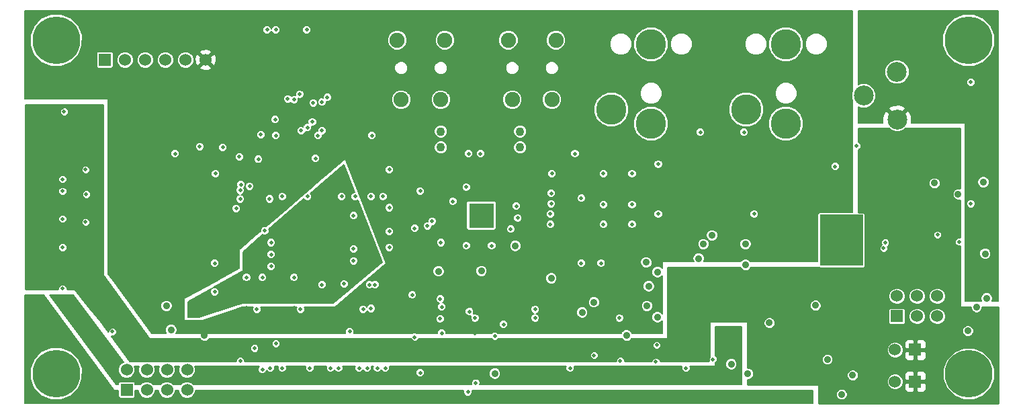
<source format=gbr>
G04 (created by PCBNEW-RS274X (2012-01-19 BZR 3256)-stable) date 2012/07/23 17:39:25*
G01*
G70*
G90*
%MOIN*%
G04 Gerber Fmt 3.4, Leading zero omitted, Abs format*
%FSLAX34Y34*%
G04 APERTURE LIST*
%ADD10C,0.006000*%
%ADD11C,0.150000*%
%ADD12C,0.098400*%
%ADD13R,0.124000X0.124000*%
%ADD14R,0.212500X0.252000*%
%ADD15C,0.236200*%
%ADD16R,0.060000X0.060000*%
%ADD17C,0.060000*%
%ADD18C,0.074800*%
%ADD19C,0.043300*%
%ADD20C,0.020000*%
%ADD21C,0.035400*%
%ADD22C,0.007900*%
%ADD23C,0.010000*%
G04 APERTURE END LIST*
G54D10*
G54D11*
X31102Y-01772D03*
X31102Y-05709D03*
X29134Y-05020D03*
X37795Y-01772D03*
X37795Y-05709D03*
X35827Y-05020D03*
G54D12*
X43306Y-03149D03*
X41653Y-04331D03*
X43307Y-05512D03*
G54D13*
X22677Y-10273D03*
G54D14*
X40551Y-11496D03*
G54D15*
X46850Y-18110D03*
X46850Y-01575D03*
X01575Y-18110D03*
X01575Y-01575D03*
G54D16*
X03996Y-02559D03*
G54D17*
X04996Y-02559D03*
X05996Y-02559D03*
X06996Y-02559D03*
X07996Y-02559D03*
X08996Y-02559D03*
G54D16*
X44201Y-18504D03*
G54D17*
X43201Y-18504D03*
G54D16*
X44201Y-16929D03*
G54D17*
X43201Y-16929D03*
G54D16*
X43291Y-15264D03*
G54D17*
X43291Y-14264D03*
X44291Y-15264D03*
X44291Y-14264D03*
X45291Y-15264D03*
X45291Y-14264D03*
G54D18*
X20669Y-04528D03*
X18701Y-04528D03*
X18504Y-01576D03*
X20866Y-01576D03*
X26181Y-04528D03*
X24213Y-04528D03*
X24016Y-01576D03*
X26378Y-01576D03*
G54D19*
X24606Y-06102D03*
X24606Y-06890D03*
X20669Y-06102D03*
X20669Y-06890D03*
G54D16*
X05075Y-18925D03*
G54D17*
X05075Y-17925D03*
X06075Y-18925D03*
X06075Y-17925D03*
X07075Y-18925D03*
X07075Y-17925D03*
X08075Y-18925D03*
X08075Y-17925D03*
G54D20*
X15748Y-07992D03*
X10945Y-12205D03*
G54D21*
X08780Y-14764D03*
X08346Y-15197D03*
G54D20*
X15079Y-14488D03*
X17598Y-12520D03*
X10512Y-10315D03*
G54D21*
X40157Y-09173D03*
X38425Y-11614D03*
G54D20*
X16417Y-07598D03*
G54D21*
X37795Y-11614D03*
X14016Y-04528D03*
X39646Y-07953D03*
G54D20*
X16260Y-14882D03*
G54D21*
X38858Y-10354D03*
X37283Y-11614D03*
G54D20*
X22047Y-15945D03*
G54D21*
X14331Y-01260D03*
G54D20*
X10551Y-08307D03*
X04764Y-04843D03*
X18031Y-14213D03*
X12205Y-07480D03*
X22559Y-08622D03*
X12559Y-07480D03*
G54D21*
X39646Y-09173D03*
G54D20*
X15551Y-14843D03*
X19882Y-14449D03*
X23228Y-07244D03*
X22362Y-16102D03*
X10551Y-12598D03*
X13386Y-14843D03*
G54D21*
X21181Y-13030D03*
G54D20*
X05866Y-14685D03*
X19213Y-12480D03*
X18150Y-08346D03*
G54D21*
X40157Y-08543D03*
G54D20*
X10551Y-11969D03*
X24764Y-07756D03*
X14016Y-07598D03*
X15906Y-14843D03*
X24213Y-10512D03*
G54D21*
X08937Y-16220D03*
G54D20*
X18031Y-12205D03*
G54D21*
X07165Y-15315D03*
G54D20*
X11024Y-14843D03*
G54D21*
X39173Y-08543D03*
G54D20*
X11850Y-14882D03*
X17165Y-07598D03*
X17992Y-10315D03*
X22283Y-08622D03*
G54D21*
X46811Y-12165D03*
X47244Y-13995D03*
G54D20*
X47795Y-09724D03*
G54D21*
X45354Y-06890D03*
X43583Y-07992D03*
G54D20*
X01181Y-05118D03*
X14016Y-16890D03*
X20787Y-17126D03*
X02953Y-13976D03*
X02953Y-13386D03*
X12008Y-16890D03*
G54D21*
X45984Y-06890D03*
X40748Y-17047D03*
X45984Y-06378D03*
G54D20*
X12598Y-16929D03*
G54D21*
X42126Y-08661D03*
X45984Y-07480D03*
X40394Y-17402D03*
G54D20*
X02992Y-11969D03*
X30157Y-09724D03*
X23780Y-15669D03*
X30157Y-10709D03*
G54D21*
X36457Y-19173D03*
G54D20*
X01260Y-14764D03*
X11220Y-19055D03*
G54D21*
X35866Y-19173D03*
X31417Y-15315D03*
X36969Y-19173D03*
G54D20*
X30157Y-08189D03*
X26102Y-10197D03*
G54D21*
X35079Y-15945D03*
G54D20*
X11457Y-18110D03*
G54D21*
X35079Y-16457D03*
G54D20*
X02047Y-14370D03*
G54D21*
X47756Y-14370D03*
G54D20*
X20630Y-15394D03*
X12480Y-16614D03*
X24409Y-09803D03*
X21929Y-08858D03*
X24488Y-10394D03*
X20000Y-10787D03*
X23189Y-11772D03*
X20236Y-10551D03*
X15039Y-04409D03*
X14764Y-06063D03*
X14764Y-04646D03*
X14567Y-06299D03*
X13661Y-04252D03*
X14291Y-05630D03*
X13386Y-04528D03*
X14055Y-05906D03*
X13740Y-06063D03*
X13071Y-04488D03*
X10748Y-08740D03*
X10709Y-09016D03*
X11181Y-08819D03*
X10709Y-09449D03*
X42717Y-11614D03*
X19370Y-10906D03*
X18110Y-11063D03*
X42638Y-11890D03*
X09843Y-06890D03*
X08701Y-06850D03*
X19370Y-16299D03*
X28622Y-12638D03*
X27638Y-12638D03*
G54D21*
X40551Y-19134D03*
G54D20*
X20669Y-11614D03*
X22008Y-19016D03*
X25354Y-15354D03*
X01969Y-05118D03*
X22362Y-15354D03*
X23346Y-16260D03*
G54D21*
X26142Y-13386D03*
G54D20*
X21260Y-09567D03*
X22402Y-18583D03*
G54D21*
X30866Y-12598D03*
G54D20*
X09449Y-12638D03*
X34173Y-17402D03*
X16614Y-17835D03*
G54D21*
X24370Y-11772D03*
G54D20*
X36220Y-10197D03*
G54D21*
X41102Y-18189D03*
G54D20*
X17520Y-17835D03*
G54D21*
X39252Y-14724D03*
G54D20*
X19252Y-14213D03*
G54D21*
X29882Y-16220D03*
G54D20*
X14449Y-07441D03*
X18110Y-07992D03*
X17913Y-17835D03*
X28740Y-08189D03*
X03031Y-10591D03*
X45315Y-11220D03*
X13701Y-14921D03*
X17244Y-06299D03*
G54D21*
X33701Y-11693D03*
G54D20*
X15591Y-17835D03*
X09488Y-08189D03*
X11535Y-14921D03*
X28740Y-09724D03*
X31457Y-07717D03*
X24134Y-10945D03*
G54D21*
X34134Y-11260D03*
G54D20*
X26142Y-09685D03*
G54D21*
X45157Y-08661D03*
G54D20*
X27323Y-07205D03*
X03031Y-07992D03*
G54D21*
X33465Y-12402D03*
G54D20*
X10669Y-07362D03*
X31457Y-10197D03*
X26181Y-08189D03*
G54D21*
X20551Y-13032D03*
G54D20*
X22087Y-15039D03*
X26102Y-10709D03*
X10512Y-09921D03*
X29528Y-15354D03*
G54D21*
X31417Y-13071D03*
X07283Y-15945D03*
X36969Y-15591D03*
X30906Y-14764D03*
G54D20*
X04370Y-16024D03*
X12244Y-11614D03*
G54D21*
X46811Y-15984D03*
G54D20*
X14764Y-13701D03*
X15866Y-13661D03*
X12244Y-12205D03*
X12244Y-12795D03*
X26142Y-09173D03*
G54D21*
X28268Y-14567D03*
G54D20*
X13386Y-13346D03*
G54D21*
X35787Y-12717D03*
X46339Y-09213D03*
G54D20*
X17008Y-17835D03*
X12795Y-17835D03*
X11732Y-06260D03*
X25354Y-14921D03*
X11024Y-13346D03*
X29567Y-17480D03*
G54D21*
X30984Y-13780D03*
G54D20*
X33543Y-06142D03*
X41299Y-06811D03*
X22638Y-07205D03*
X35709Y-06142D03*
X40236Y-07835D03*
X11929Y-11024D03*
X22047Y-07205D03*
X07480Y-07205D03*
G54D21*
X39843Y-17402D03*
X07047Y-14764D03*
X23346Y-18110D03*
G54D20*
X12480Y-06299D03*
X11811Y-13346D03*
X12205Y-17835D03*
X16339Y-12520D03*
X16339Y-10276D03*
X16417Y-09331D03*
X17126Y-13701D03*
X16142Y-16024D03*
X16339Y-11929D03*
X03071Y-09213D03*
X12047Y-01063D03*
G54D21*
X47677Y-12165D03*
G54D20*
X11417Y-16850D03*
X12795Y-09331D03*
X17795Y-09331D03*
G54D21*
X35906Y-18110D03*
G54D20*
X20709Y-16102D03*
X14016Y-01063D03*
X17205Y-14882D03*
X19646Y-18071D03*
X12441Y-05512D03*
X09449Y-14055D03*
X14055Y-09331D03*
X17402Y-13701D03*
G54D21*
X27677Y-15079D03*
G54D20*
X01890Y-10433D03*
G54D21*
X35079Y-17638D03*
G54D20*
X17205Y-09331D03*
X01890Y-09055D03*
X10709Y-17480D03*
G54D21*
X47244Y-14803D03*
G54D20*
X18110Y-11850D03*
X14173Y-17835D03*
X15197Y-17835D03*
G54D21*
X35787Y-11693D03*
X47598Y-08622D03*
G54D20*
X18110Y-09882D03*
X15748Y-09331D03*
X12165Y-09449D03*
X28740Y-10709D03*
X46378Y-11575D03*
X01890Y-11850D03*
G54D21*
X22677Y-13030D03*
G54D20*
X12480Y-01063D03*
X01890Y-08465D03*
X01890Y-13898D03*
X11811Y-17913D03*
X14331Y-04685D03*
X46969Y-03661D03*
X46969Y-09685D03*
X11614Y-07480D03*
X16811Y-14921D03*
X27087Y-17835D03*
X32835Y-17835D03*
X31339Y-17520D03*
X31378Y-16693D03*
X21929Y-11772D03*
X19646Y-09055D03*
X28268Y-17205D03*
X27638Y-09409D03*
X20630Y-14409D03*
X20709Y-14803D03*
G54D10*
G36*
X41103Y-10118D02*
X40454Y-10118D01*
X40454Y-07879D01*
X40454Y-07792D01*
X40421Y-07712D01*
X40360Y-07650D01*
X40280Y-07617D01*
X40193Y-07617D01*
X40113Y-07650D01*
X40051Y-07711D01*
X40018Y-07791D01*
X40018Y-07878D01*
X40051Y-07958D01*
X40112Y-08020D01*
X40192Y-08053D01*
X40279Y-08053D01*
X40359Y-08020D01*
X40421Y-07959D01*
X40454Y-07879D01*
X40454Y-10118D01*
X39841Y-10118D01*
X39841Y-01882D01*
X39841Y-01663D01*
X39757Y-01461D01*
X39603Y-01306D01*
X39401Y-01222D01*
X39182Y-01222D01*
X38980Y-01306D01*
X38825Y-01460D01*
X38741Y-01662D01*
X38741Y-01881D01*
X38825Y-02083D01*
X38979Y-02238D01*
X39181Y-02322D01*
X39400Y-02322D01*
X39602Y-02238D01*
X39757Y-02084D01*
X39841Y-01882D01*
X39841Y-10118D01*
X39466Y-10118D01*
X39423Y-10136D01*
X39389Y-10169D01*
X39371Y-10212D01*
X39371Y-10259D01*
X39371Y-12559D01*
X38663Y-12559D01*
X38663Y-05882D01*
X38663Y-05537D01*
X38663Y-01945D01*
X38663Y-01600D01*
X38531Y-01281D01*
X38287Y-01037D01*
X37968Y-00904D01*
X37623Y-00904D01*
X37304Y-01036D01*
X37060Y-01280D01*
X36927Y-01599D01*
X36927Y-01944D01*
X37059Y-02263D01*
X37303Y-02507D01*
X37622Y-02640D01*
X37967Y-02640D01*
X38286Y-02508D01*
X38530Y-02264D01*
X38663Y-01945D01*
X38663Y-05537D01*
X38531Y-05218D01*
X38345Y-05032D01*
X38345Y-04323D01*
X38345Y-04104D01*
X38261Y-03902D01*
X38107Y-03747D01*
X37905Y-03663D01*
X37686Y-03663D01*
X37484Y-03747D01*
X37329Y-03901D01*
X37245Y-04103D01*
X37245Y-04322D01*
X37329Y-04524D01*
X37483Y-04679D01*
X37685Y-04763D01*
X37904Y-04763D01*
X38106Y-04679D01*
X38261Y-04525D01*
X38345Y-04323D01*
X38345Y-05032D01*
X38287Y-04974D01*
X37968Y-04841D01*
X37623Y-04841D01*
X37304Y-04973D01*
X37060Y-05217D01*
X36927Y-05536D01*
X36927Y-05881D01*
X37059Y-06200D01*
X37303Y-06444D01*
X37622Y-06577D01*
X37967Y-06577D01*
X38286Y-06445D01*
X38530Y-06201D01*
X38663Y-05882D01*
X38663Y-12559D01*
X36849Y-12559D01*
X36849Y-01882D01*
X36849Y-01663D01*
X36765Y-01461D01*
X36611Y-01306D01*
X36409Y-01222D01*
X36190Y-01222D01*
X35988Y-01306D01*
X35833Y-01460D01*
X35749Y-01662D01*
X35749Y-01881D01*
X35833Y-02083D01*
X35987Y-02238D01*
X36189Y-02322D01*
X36408Y-02322D01*
X36610Y-02238D01*
X36765Y-02084D01*
X36849Y-01882D01*
X36849Y-12559D01*
X36695Y-12559D01*
X36695Y-05193D01*
X36695Y-04848D01*
X36563Y-04529D01*
X36319Y-04285D01*
X36000Y-04152D01*
X35655Y-04152D01*
X35336Y-04284D01*
X35092Y-04528D01*
X34959Y-04847D01*
X34959Y-05192D01*
X35091Y-05511D01*
X35335Y-05755D01*
X35654Y-05888D01*
X35999Y-05888D01*
X36318Y-05756D01*
X36562Y-05512D01*
X36695Y-05193D01*
X36695Y-12559D01*
X36438Y-12559D01*
X36438Y-10241D01*
X36438Y-10154D01*
X36405Y-10074D01*
X36344Y-10012D01*
X36264Y-09979D01*
X36177Y-09979D01*
X36097Y-10012D01*
X36035Y-10073D01*
X36002Y-10153D01*
X36002Y-10240D01*
X36035Y-10320D01*
X36096Y-10382D01*
X36176Y-10415D01*
X36263Y-10415D01*
X36343Y-10382D01*
X36405Y-10321D01*
X36438Y-10241D01*
X36438Y-12559D01*
X36081Y-12559D01*
X36081Y-11752D01*
X36081Y-11635D01*
X36036Y-11527D01*
X35954Y-11444D01*
X35927Y-11432D01*
X35927Y-06186D01*
X35927Y-06099D01*
X35894Y-06019D01*
X35833Y-05957D01*
X35753Y-05924D01*
X35666Y-05924D01*
X35586Y-05957D01*
X35524Y-06018D01*
X35491Y-06098D01*
X35491Y-06185D01*
X35524Y-06265D01*
X35585Y-06327D01*
X35665Y-06360D01*
X35752Y-06360D01*
X35832Y-06327D01*
X35894Y-06266D01*
X35927Y-06186D01*
X35927Y-11432D01*
X35846Y-11399D01*
X35729Y-11399D01*
X35621Y-11444D01*
X35538Y-11526D01*
X35493Y-11634D01*
X35493Y-11751D01*
X35538Y-11859D01*
X35620Y-11942D01*
X35728Y-11987D01*
X35845Y-11987D01*
X35953Y-11942D01*
X36036Y-11860D01*
X36081Y-11752D01*
X36081Y-12559D01*
X36039Y-12559D01*
X36036Y-12551D01*
X35954Y-12468D01*
X35846Y-12423D01*
X35729Y-12423D01*
X35621Y-12468D01*
X35538Y-12550D01*
X35534Y-12559D01*
X34428Y-12559D01*
X34428Y-11319D01*
X34428Y-11202D01*
X34383Y-11094D01*
X34301Y-11011D01*
X34193Y-10966D01*
X34076Y-10966D01*
X33968Y-11011D01*
X33885Y-11093D01*
X33840Y-11201D01*
X33840Y-11318D01*
X33885Y-11426D01*
X33967Y-11509D01*
X34075Y-11554D01*
X34192Y-11554D01*
X34300Y-11509D01*
X34383Y-11427D01*
X34428Y-11319D01*
X34428Y-12559D01*
X33995Y-12559D01*
X33995Y-11752D01*
X33995Y-11635D01*
X33950Y-11527D01*
X33868Y-11444D01*
X33761Y-11399D01*
X33761Y-06186D01*
X33761Y-06099D01*
X33728Y-06019D01*
X33667Y-05957D01*
X33587Y-05924D01*
X33500Y-05924D01*
X33420Y-05957D01*
X33358Y-06018D01*
X33325Y-06098D01*
X33325Y-06185D01*
X33358Y-06265D01*
X33419Y-06327D01*
X33499Y-06360D01*
X33586Y-06360D01*
X33666Y-06327D01*
X33728Y-06266D01*
X33761Y-06186D01*
X33761Y-11399D01*
X33760Y-11399D01*
X33643Y-11399D01*
X33535Y-11444D01*
X33452Y-11526D01*
X33407Y-11634D01*
X33407Y-11751D01*
X33452Y-11859D01*
X33534Y-11942D01*
X33642Y-11987D01*
X33759Y-11987D01*
X33867Y-11942D01*
X33950Y-11860D01*
X33995Y-11752D01*
X33995Y-12559D01*
X33718Y-12559D01*
X33759Y-12461D01*
X33759Y-12344D01*
X33714Y-12236D01*
X33632Y-12153D01*
X33524Y-12108D01*
X33407Y-12108D01*
X33299Y-12153D01*
X33216Y-12235D01*
X33171Y-12343D01*
X33171Y-12460D01*
X33212Y-12559D01*
X33148Y-12559D01*
X33148Y-01882D01*
X33148Y-01663D01*
X33064Y-01461D01*
X32910Y-01306D01*
X32708Y-01222D01*
X32489Y-01222D01*
X32287Y-01306D01*
X32132Y-01460D01*
X32048Y-01662D01*
X32048Y-01881D01*
X32132Y-02083D01*
X32286Y-02238D01*
X32488Y-02322D01*
X32707Y-02322D01*
X32909Y-02238D01*
X33064Y-02084D01*
X33148Y-01882D01*
X33148Y-12559D01*
X31970Y-12559D01*
X31970Y-05882D01*
X31970Y-05537D01*
X31970Y-01945D01*
X31970Y-01600D01*
X31838Y-01281D01*
X31594Y-01037D01*
X31275Y-00904D01*
X30930Y-00904D01*
X30611Y-01036D01*
X30367Y-01280D01*
X30234Y-01599D01*
X30234Y-01944D01*
X30366Y-02263D01*
X30610Y-02507D01*
X30929Y-02640D01*
X31274Y-02640D01*
X31593Y-02508D01*
X31837Y-02264D01*
X31970Y-01945D01*
X31970Y-05537D01*
X31838Y-05218D01*
X31652Y-05032D01*
X31652Y-04323D01*
X31652Y-04104D01*
X31568Y-03902D01*
X31414Y-03747D01*
X31212Y-03663D01*
X30993Y-03663D01*
X30791Y-03747D01*
X30636Y-03901D01*
X30552Y-04103D01*
X30552Y-04322D01*
X30636Y-04524D01*
X30790Y-04679D01*
X30992Y-04763D01*
X31211Y-04763D01*
X31413Y-04679D01*
X31568Y-04525D01*
X31652Y-04323D01*
X31652Y-05032D01*
X31594Y-04974D01*
X31275Y-04841D01*
X30930Y-04841D01*
X30611Y-04973D01*
X30367Y-05217D01*
X30234Y-05536D01*
X30234Y-05881D01*
X30366Y-06200D01*
X30610Y-06444D01*
X30929Y-06577D01*
X31274Y-06577D01*
X31593Y-06445D01*
X31837Y-06201D01*
X31970Y-05882D01*
X31970Y-12559D01*
X31675Y-12559D01*
X31675Y-10241D01*
X31675Y-10154D01*
X31675Y-07761D01*
X31675Y-07674D01*
X31642Y-07594D01*
X31581Y-07532D01*
X31501Y-07499D01*
X31414Y-07499D01*
X31334Y-07532D01*
X31272Y-07593D01*
X31239Y-07673D01*
X31239Y-07760D01*
X31272Y-07840D01*
X31333Y-07902D01*
X31413Y-07935D01*
X31500Y-07935D01*
X31580Y-07902D01*
X31642Y-07841D01*
X31675Y-07761D01*
X31675Y-10154D01*
X31642Y-10074D01*
X31581Y-10012D01*
X31501Y-09979D01*
X31414Y-09979D01*
X31334Y-10012D01*
X31272Y-10073D01*
X31239Y-10153D01*
X31239Y-10240D01*
X31272Y-10320D01*
X31333Y-10382D01*
X31413Y-10415D01*
X31500Y-10415D01*
X31580Y-10382D01*
X31642Y-10321D01*
X31675Y-10241D01*
X31675Y-12559D01*
X31654Y-12559D01*
X31654Y-12892D01*
X31584Y-12822D01*
X31476Y-12777D01*
X31359Y-12777D01*
X31251Y-12822D01*
X31168Y-12904D01*
X31160Y-12923D01*
X31160Y-12657D01*
X31160Y-12540D01*
X31115Y-12432D01*
X31033Y-12349D01*
X30925Y-12304D01*
X30808Y-12304D01*
X30700Y-12349D01*
X30617Y-12431D01*
X30572Y-12539D01*
X30572Y-12656D01*
X30617Y-12764D01*
X30699Y-12847D01*
X30807Y-12892D01*
X30924Y-12892D01*
X31032Y-12847D01*
X31115Y-12765D01*
X31160Y-12657D01*
X31160Y-12923D01*
X31123Y-13012D01*
X31123Y-13129D01*
X31168Y-13237D01*
X31250Y-13320D01*
X31358Y-13365D01*
X31475Y-13365D01*
X31583Y-13320D01*
X31654Y-13249D01*
X31654Y-15136D01*
X31584Y-15066D01*
X31476Y-15021D01*
X31359Y-15021D01*
X31278Y-15054D01*
X31278Y-13839D01*
X31278Y-13722D01*
X31233Y-13614D01*
X31151Y-13531D01*
X31043Y-13486D01*
X30926Y-13486D01*
X30818Y-13531D01*
X30735Y-13613D01*
X30690Y-13721D01*
X30690Y-13838D01*
X30735Y-13946D01*
X30817Y-14029D01*
X30925Y-14074D01*
X31042Y-14074D01*
X31150Y-14029D01*
X31233Y-13947D01*
X31278Y-13839D01*
X31278Y-15054D01*
X31251Y-15066D01*
X31200Y-15116D01*
X31200Y-14823D01*
X31200Y-14706D01*
X31155Y-14598D01*
X31073Y-14515D01*
X30965Y-14470D01*
X30848Y-14470D01*
X30740Y-14515D01*
X30657Y-14597D01*
X30612Y-14705D01*
X30612Y-14822D01*
X30657Y-14930D01*
X30739Y-15013D01*
X30847Y-15058D01*
X30964Y-15058D01*
X31072Y-15013D01*
X31155Y-14931D01*
X31200Y-14823D01*
X31200Y-15116D01*
X31168Y-15148D01*
X31123Y-15256D01*
X31123Y-15373D01*
X31168Y-15481D01*
X31250Y-15564D01*
X31358Y-15609D01*
X31475Y-15609D01*
X31583Y-15564D01*
X31654Y-15493D01*
X31654Y-16103D01*
X30375Y-16103D01*
X30375Y-10753D01*
X30375Y-10666D01*
X30375Y-09768D01*
X30375Y-09681D01*
X30375Y-08233D01*
X30375Y-08146D01*
X30342Y-08066D01*
X30281Y-08004D01*
X30201Y-07971D01*
X30156Y-07971D01*
X30156Y-01882D01*
X30156Y-01663D01*
X30072Y-01461D01*
X29918Y-01306D01*
X29716Y-01222D01*
X29497Y-01222D01*
X29295Y-01306D01*
X29140Y-01460D01*
X29056Y-01662D01*
X29056Y-01881D01*
X29140Y-02083D01*
X29294Y-02238D01*
X29496Y-02322D01*
X29715Y-02322D01*
X29917Y-02238D01*
X30072Y-02084D01*
X30156Y-01882D01*
X30156Y-07971D01*
X30114Y-07971D01*
X30034Y-08004D01*
X30002Y-08035D01*
X30002Y-05193D01*
X30002Y-04848D01*
X29870Y-04529D01*
X29626Y-04285D01*
X29307Y-04152D01*
X28962Y-04152D01*
X28643Y-04284D01*
X28399Y-04528D01*
X28266Y-04847D01*
X28266Y-05192D01*
X28398Y-05511D01*
X28642Y-05755D01*
X28961Y-05888D01*
X29306Y-05888D01*
X29625Y-05756D01*
X29869Y-05512D01*
X30002Y-05193D01*
X30002Y-08035D01*
X29972Y-08065D01*
X29939Y-08145D01*
X29939Y-08232D01*
X29972Y-08312D01*
X30033Y-08374D01*
X30113Y-08407D01*
X30200Y-08407D01*
X30280Y-08374D01*
X30342Y-08313D01*
X30375Y-08233D01*
X30375Y-09681D01*
X30342Y-09601D01*
X30281Y-09539D01*
X30201Y-09506D01*
X30114Y-09506D01*
X30034Y-09539D01*
X29972Y-09600D01*
X29939Y-09680D01*
X29939Y-09767D01*
X29972Y-09847D01*
X30033Y-09909D01*
X30113Y-09942D01*
X30200Y-09942D01*
X30280Y-09909D01*
X30342Y-09848D01*
X30375Y-09768D01*
X30375Y-10666D01*
X30342Y-10586D01*
X30281Y-10524D01*
X30201Y-10491D01*
X30114Y-10491D01*
X30034Y-10524D01*
X29972Y-10585D01*
X29939Y-10665D01*
X29939Y-10752D01*
X29972Y-10832D01*
X30033Y-10894D01*
X30113Y-10927D01*
X30200Y-10927D01*
X30280Y-10894D01*
X30342Y-10833D01*
X30375Y-10753D01*
X30375Y-16103D01*
X30151Y-16103D01*
X30131Y-16054D01*
X30049Y-15971D01*
X29941Y-15926D01*
X29824Y-15926D01*
X29746Y-15958D01*
X29746Y-15398D01*
X29746Y-15311D01*
X29713Y-15231D01*
X29652Y-15169D01*
X29572Y-15136D01*
X29485Y-15136D01*
X29405Y-15169D01*
X29343Y-15230D01*
X29310Y-15310D01*
X29310Y-15397D01*
X29343Y-15477D01*
X29404Y-15539D01*
X29484Y-15572D01*
X29571Y-15572D01*
X29651Y-15539D01*
X29713Y-15478D01*
X29746Y-15398D01*
X29746Y-15958D01*
X29716Y-15971D01*
X29633Y-16053D01*
X29612Y-16103D01*
X28958Y-16103D01*
X28958Y-10753D01*
X28958Y-10666D01*
X28958Y-09768D01*
X28958Y-09681D01*
X28958Y-08233D01*
X28958Y-08146D01*
X28925Y-08066D01*
X28864Y-08004D01*
X28784Y-07971D01*
X28697Y-07971D01*
X28617Y-08004D01*
X28555Y-08065D01*
X28522Y-08145D01*
X28522Y-08232D01*
X28555Y-08312D01*
X28616Y-08374D01*
X28696Y-08407D01*
X28783Y-08407D01*
X28863Y-08374D01*
X28925Y-08313D01*
X28958Y-08233D01*
X28958Y-09681D01*
X28925Y-09601D01*
X28864Y-09539D01*
X28784Y-09506D01*
X28697Y-09506D01*
X28617Y-09539D01*
X28555Y-09600D01*
X28522Y-09680D01*
X28522Y-09767D01*
X28555Y-09847D01*
X28616Y-09909D01*
X28696Y-09942D01*
X28783Y-09942D01*
X28863Y-09909D01*
X28925Y-09848D01*
X28958Y-09768D01*
X28958Y-10666D01*
X28925Y-10586D01*
X28864Y-10524D01*
X28784Y-10491D01*
X28697Y-10491D01*
X28617Y-10524D01*
X28555Y-10585D01*
X28522Y-10665D01*
X28522Y-10752D01*
X28555Y-10832D01*
X28616Y-10894D01*
X28696Y-10927D01*
X28783Y-10927D01*
X28863Y-10894D01*
X28925Y-10833D01*
X28958Y-10753D01*
X28958Y-16103D01*
X28840Y-16103D01*
X28840Y-12682D01*
X28840Y-12595D01*
X28807Y-12515D01*
X28746Y-12453D01*
X28666Y-12420D01*
X28579Y-12420D01*
X28499Y-12453D01*
X28437Y-12514D01*
X28404Y-12594D01*
X28404Y-12681D01*
X28437Y-12761D01*
X28498Y-12823D01*
X28578Y-12856D01*
X28665Y-12856D01*
X28745Y-12823D01*
X28807Y-12762D01*
X28840Y-12682D01*
X28840Y-16103D01*
X28562Y-16103D01*
X28562Y-14626D01*
X28562Y-14509D01*
X28517Y-14401D01*
X28435Y-14318D01*
X28327Y-14273D01*
X28210Y-14273D01*
X28102Y-14318D01*
X28019Y-14400D01*
X27974Y-14508D01*
X27974Y-14625D01*
X28019Y-14733D01*
X28101Y-14816D01*
X28209Y-14861D01*
X28326Y-14861D01*
X28434Y-14816D01*
X28517Y-14734D01*
X28562Y-14626D01*
X28562Y-16103D01*
X27971Y-16103D01*
X27971Y-15138D01*
X27971Y-15021D01*
X27926Y-14913D01*
X27856Y-14842D01*
X27856Y-12682D01*
X27856Y-12595D01*
X27856Y-09453D01*
X27856Y-09366D01*
X27823Y-09286D01*
X27762Y-09224D01*
X27682Y-09191D01*
X27595Y-09191D01*
X27541Y-09213D01*
X27541Y-07249D01*
X27541Y-07162D01*
X27508Y-07082D01*
X27447Y-07020D01*
X27367Y-06987D01*
X27280Y-06987D01*
X27200Y-07020D01*
X27138Y-07081D01*
X27105Y-07161D01*
X27105Y-07248D01*
X27138Y-07328D01*
X27199Y-07390D01*
X27279Y-07423D01*
X27366Y-07423D01*
X27446Y-07390D01*
X27508Y-07329D01*
X27541Y-07249D01*
X27541Y-09213D01*
X27515Y-09224D01*
X27453Y-09285D01*
X27420Y-09365D01*
X27420Y-09452D01*
X27453Y-09532D01*
X27514Y-09594D01*
X27594Y-09627D01*
X27681Y-09627D01*
X27761Y-09594D01*
X27823Y-09533D01*
X27856Y-09453D01*
X27856Y-12595D01*
X27823Y-12515D01*
X27762Y-12453D01*
X27682Y-12420D01*
X27595Y-12420D01*
X27515Y-12453D01*
X27453Y-12514D01*
X27420Y-12594D01*
X27420Y-12681D01*
X27453Y-12761D01*
X27514Y-12823D01*
X27594Y-12856D01*
X27681Y-12856D01*
X27761Y-12823D01*
X27823Y-12762D01*
X27856Y-12682D01*
X27856Y-14842D01*
X27844Y-14830D01*
X27736Y-14785D01*
X27619Y-14785D01*
X27511Y-14830D01*
X27428Y-14912D01*
X27383Y-15020D01*
X27383Y-15137D01*
X27428Y-15245D01*
X27510Y-15328D01*
X27618Y-15373D01*
X27735Y-15373D01*
X27843Y-15328D01*
X27926Y-15246D01*
X27971Y-15138D01*
X27971Y-16103D01*
X26869Y-16103D01*
X26869Y-01674D01*
X26869Y-01479D01*
X26795Y-01298D01*
X26657Y-01160D01*
X26476Y-01085D01*
X26281Y-01085D01*
X26100Y-01159D01*
X25962Y-01297D01*
X25887Y-01478D01*
X25887Y-01673D01*
X25961Y-01854D01*
X26099Y-01992D01*
X26280Y-02067D01*
X26475Y-02067D01*
X26656Y-01993D01*
X26794Y-01855D01*
X26869Y-01674D01*
X26869Y-16103D01*
X26672Y-16103D01*
X26672Y-04626D01*
X26672Y-04431D01*
X26598Y-04250D01*
X26515Y-04167D01*
X26515Y-03021D01*
X26515Y-02888D01*
X26464Y-02765D01*
X26371Y-02671D01*
X26248Y-02620D01*
X26115Y-02620D01*
X25992Y-02671D01*
X25898Y-02764D01*
X25847Y-02887D01*
X25847Y-03020D01*
X25898Y-03143D01*
X25991Y-03237D01*
X26114Y-03288D01*
X26247Y-03288D01*
X26370Y-03237D01*
X26464Y-03144D01*
X26515Y-03021D01*
X26515Y-04167D01*
X26460Y-04112D01*
X26279Y-04037D01*
X26084Y-04037D01*
X25903Y-04111D01*
X25765Y-04249D01*
X25690Y-04430D01*
X25690Y-04625D01*
X25764Y-04806D01*
X25902Y-04944D01*
X26083Y-05019D01*
X26278Y-05019D01*
X26459Y-04945D01*
X26597Y-04807D01*
X26672Y-04626D01*
X26672Y-16103D01*
X26436Y-16103D01*
X26436Y-13445D01*
X26436Y-13328D01*
X26399Y-13239D01*
X26399Y-08233D01*
X26399Y-08146D01*
X26366Y-08066D01*
X26305Y-08004D01*
X26225Y-07971D01*
X26138Y-07971D01*
X26058Y-08004D01*
X25996Y-08065D01*
X25963Y-08145D01*
X25963Y-08232D01*
X25996Y-08312D01*
X26057Y-08374D01*
X26137Y-08407D01*
X26224Y-08407D01*
X26304Y-08374D01*
X26366Y-08313D01*
X26399Y-08233D01*
X26399Y-13239D01*
X26391Y-13220D01*
X26360Y-13188D01*
X26360Y-09729D01*
X26360Y-09642D01*
X26360Y-09217D01*
X26360Y-09130D01*
X26327Y-09050D01*
X26266Y-08988D01*
X26186Y-08955D01*
X26099Y-08955D01*
X26019Y-08988D01*
X25957Y-09049D01*
X25924Y-09129D01*
X25924Y-09216D01*
X25957Y-09296D01*
X26018Y-09358D01*
X26098Y-09391D01*
X26185Y-09391D01*
X26265Y-09358D01*
X26327Y-09297D01*
X26360Y-09217D01*
X26360Y-09642D01*
X26327Y-09562D01*
X26266Y-09500D01*
X26186Y-09467D01*
X26099Y-09467D01*
X26019Y-09500D01*
X25957Y-09561D01*
X25924Y-09641D01*
X25924Y-09728D01*
X25957Y-09808D01*
X26018Y-09870D01*
X26098Y-09903D01*
X26185Y-09903D01*
X26265Y-09870D01*
X26327Y-09809D01*
X26360Y-09729D01*
X26360Y-13188D01*
X26320Y-13148D01*
X26320Y-10753D01*
X26320Y-10666D01*
X26320Y-10241D01*
X26320Y-10154D01*
X26287Y-10074D01*
X26226Y-10012D01*
X26146Y-09979D01*
X26059Y-09979D01*
X25979Y-10012D01*
X25917Y-10073D01*
X25884Y-10153D01*
X25884Y-10240D01*
X25917Y-10320D01*
X25978Y-10382D01*
X26058Y-10415D01*
X26145Y-10415D01*
X26225Y-10382D01*
X26287Y-10321D01*
X26320Y-10241D01*
X26320Y-10666D01*
X26287Y-10586D01*
X26226Y-10524D01*
X26146Y-10491D01*
X26059Y-10491D01*
X25979Y-10524D01*
X25917Y-10585D01*
X25884Y-10665D01*
X25884Y-10752D01*
X25917Y-10832D01*
X25978Y-10894D01*
X26058Y-10927D01*
X26145Y-10927D01*
X26225Y-10894D01*
X26287Y-10833D01*
X26320Y-10753D01*
X26320Y-13148D01*
X26309Y-13137D01*
X26201Y-13092D01*
X26084Y-13092D01*
X25976Y-13137D01*
X25893Y-13219D01*
X25848Y-13327D01*
X25848Y-13444D01*
X25893Y-13552D01*
X25975Y-13635D01*
X26083Y-13680D01*
X26200Y-13680D01*
X26308Y-13635D01*
X26391Y-13553D01*
X26436Y-13445D01*
X26436Y-16103D01*
X25572Y-16103D01*
X25572Y-15398D01*
X25572Y-15311D01*
X25539Y-15231D01*
X25478Y-15169D01*
X25401Y-15137D01*
X25477Y-15106D01*
X25539Y-15045D01*
X25572Y-14965D01*
X25572Y-14878D01*
X25539Y-14798D01*
X25478Y-14736D01*
X25398Y-14703D01*
X25311Y-14703D01*
X25231Y-14736D01*
X25169Y-14797D01*
X25136Y-14877D01*
X25136Y-14964D01*
X25169Y-15044D01*
X25230Y-15106D01*
X25306Y-15137D01*
X25231Y-15169D01*
X25169Y-15230D01*
X25136Y-15310D01*
X25136Y-15397D01*
X25169Y-15477D01*
X25230Y-15539D01*
X25310Y-15572D01*
X25397Y-15572D01*
X25477Y-15539D01*
X25539Y-15478D01*
X25572Y-15398D01*
X25572Y-16103D01*
X24940Y-16103D01*
X24940Y-06957D01*
X24940Y-06824D01*
X24940Y-06169D01*
X24940Y-06036D01*
X24889Y-05913D01*
X24796Y-05819D01*
X24704Y-05780D01*
X24704Y-04626D01*
X24704Y-04431D01*
X24630Y-04250D01*
X24547Y-04167D01*
X24547Y-03021D01*
X24547Y-02888D01*
X24507Y-02791D01*
X24507Y-01674D01*
X24507Y-01479D01*
X24433Y-01298D01*
X24295Y-01160D01*
X24114Y-01085D01*
X23919Y-01085D01*
X23738Y-01159D01*
X23600Y-01297D01*
X23525Y-01478D01*
X23525Y-01673D01*
X23599Y-01854D01*
X23737Y-01992D01*
X23918Y-02067D01*
X24113Y-02067D01*
X24294Y-01993D01*
X24432Y-01855D01*
X24507Y-01674D01*
X24507Y-02791D01*
X24496Y-02765D01*
X24403Y-02671D01*
X24280Y-02620D01*
X24147Y-02620D01*
X24024Y-02671D01*
X23930Y-02764D01*
X23879Y-02887D01*
X23879Y-03020D01*
X23930Y-03143D01*
X24023Y-03237D01*
X24146Y-03288D01*
X24279Y-03288D01*
X24402Y-03237D01*
X24496Y-03144D01*
X24547Y-03021D01*
X24547Y-04167D01*
X24492Y-04112D01*
X24311Y-04037D01*
X24116Y-04037D01*
X23935Y-04111D01*
X23797Y-04249D01*
X23722Y-04430D01*
X23722Y-04625D01*
X23796Y-04806D01*
X23934Y-04944D01*
X24115Y-05019D01*
X24310Y-05019D01*
X24491Y-04945D01*
X24629Y-04807D01*
X24704Y-04626D01*
X24704Y-05780D01*
X24673Y-05768D01*
X24540Y-05768D01*
X24417Y-05819D01*
X24323Y-05912D01*
X24272Y-06035D01*
X24272Y-06168D01*
X24323Y-06291D01*
X24416Y-06385D01*
X24539Y-06436D01*
X24672Y-06436D01*
X24795Y-06385D01*
X24889Y-06292D01*
X24940Y-06169D01*
X24940Y-06824D01*
X24889Y-06701D01*
X24796Y-06607D01*
X24673Y-06556D01*
X24540Y-06556D01*
X24417Y-06607D01*
X24323Y-06700D01*
X24272Y-06823D01*
X24272Y-06956D01*
X24323Y-07079D01*
X24416Y-07173D01*
X24539Y-07224D01*
X24672Y-07224D01*
X24795Y-07173D01*
X24889Y-07080D01*
X24940Y-06957D01*
X24940Y-16103D01*
X24706Y-16103D01*
X24706Y-10438D01*
X24706Y-10351D01*
X24673Y-10271D01*
X24627Y-10224D01*
X24627Y-09847D01*
X24627Y-09760D01*
X24594Y-09680D01*
X24533Y-09618D01*
X24453Y-09585D01*
X24366Y-09585D01*
X24286Y-09618D01*
X24224Y-09679D01*
X24191Y-09759D01*
X24191Y-09846D01*
X24224Y-09926D01*
X24285Y-09988D01*
X24365Y-10021D01*
X24452Y-10021D01*
X24532Y-09988D01*
X24594Y-09927D01*
X24627Y-09847D01*
X24627Y-10224D01*
X24612Y-10209D01*
X24532Y-10176D01*
X24445Y-10176D01*
X24365Y-10209D01*
X24303Y-10270D01*
X24270Y-10350D01*
X24270Y-10437D01*
X24303Y-10517D01*
X24364Y-10579D01*
X24444Y-10612D01*
X24531Y-10612D01*
X24611Y-10579D01*
X24673Y-10518D01*
X24706Y-10438D01*
X24706Y-16103D01*
X24664Y-16103D01*
X24664Y-11831D01*
X24664Y-11714D01*
X24619Y-11606D01*
X24537Y-11523D01*
X24429Y-11478D01*
X24352Y-11478D01*
X24352Y-10989D01*
X24352Y-10902D01*
X24319Y-10822D01*
X24258Y-10760D01*
X24178Y-10727D01*
X24091Y-10727D01*
X24011Y-10760D01*
X23949Y-10821D01*
X23916Y-10901D01*
X23916Y-10988D01*
X23949Y-11068D01*
X24010Y-11130D01*
X24090Y-11163D01*
X24177Y-11163D01*
X24257Y-11130D01*
X24319Y-11069D01*
X24352Y-10989D01*
X24352Y-11478D01*
X24312Y-11478D01*
X24204Y-11523D01*
X24121Y-11605D01*
X24076Y-11713D01*
X24076Y-11830D01*
X24121Y-11938D01*
X24203Y-12021D01*
X24311Y-12066D01*
X24428Y-12066D01*
X24536Y-12021D01*
X24619Y-11939D01*
X24664Y-11831D01*
X24664Y-16103D01*
X23998Y-16103D01*
X23998Y-15713D01*
X23998Y-15626D01*
X23965Y-15546D01*
X23904Y-15484D01*
X23824Y-15451D01*
X23737Y-15451D01*
X23657Y-15484D01*
X23595Y-15545D01*
X23562Y-15625D01*
X23562Y-15712D01*
X23595Y-15792D01*
X23656Y-15854D01*
X23736Y-15887D01*
X23823Y-15887D01*
X23903Y-15854D01*
X23965Y-15793D01*
X23998Y-15713D01*
X23998Y-16103D01*
X23497Y-16103D01*
X23470Y-16075D01*
X23415Y-16052D01*
X23415Y-10917D01*
X23415Y-10870D01*
X23415Y-09630D01*
X23397Y-09587D01*
X23364Y-09553D01*
X23321Y-09535D01*
X23274Y-09535D01*
X22856Y-09535D01*
X22856Y-07249D01*
X22856Y-07162D01*
X22823Y-07082D01*
X22762Y-07020D01*
X22682Y-06987D01*
X22595Y-06987D01*
X22515Y-07020D01*
X22453Y-07081D01*
X22420Y-07161D01*
X22420Y-07248D01*
X22453Y-07328D01*
X22514Y-07390D01*
X22594Y-07423D01*
X22681Y-07423D01*
X22761Y-07390D01*
X22823Y-07329D01*
X22856Y-07249D01*
X22856Y-09535D01*
X22265Y-09535D01*
X22265Y-07249D01*
X22265Y-07162D01*
X22232Y-07082D01*
X22171Y-07020D01*
X22091Y-06987D01*
X22004Y-06987D01*
X21924Y-07020D01*
X21862Y-07081D01*
X21829Y-07161D01*
X21829Y-07248D01*
X21862Y-07328D01*
X21923Y-07390D01*
X22003Y-07423D01*
X22090Y-07423D01*
X22170Y-07390D01*
X22232Y-07329D01*
X22265Y-07249D01*
X22265Y-09535D01*
X22147Y-09535D01*
X22147Y-08902D01*
X22147Y-08815D01*
X22114Y-08735D01*
X22053Y-08673D01*
X21973Y-08640D01*
X21886Y-08640D01*
X21806Y-08673D01*
X21744Y-08734D01*
X21711Y-08814D01*
X21711Y-08901D01*
X21744Y-08981D01*
X21805Y-09043D01*
X21885Y-09076D01*
X21972Y-09076D01*
X22052Y-09043D01*
X22114Y-08982D01*
X22147Y-08902D01*
X22147Y-09535D01*
X22034Y-09535D01*
X21991Y-09553D01*
X21957Y-09586D01*
X21939Y-09629D01*
X21939Y-09676D01*
X21939Y-10916D01*
X21957Y-10959D01*
X21990Y-10993D01*
X22033Y-11011D01*
X22080Y-11011D01*
X23320Y-11011D01*
X23363Y-10993D01*
X23397Y-10960D01*
X23415Y-10917D01*
X23415Y-16052D01*
X23407Y-16049D01*
X23407Y-11816D01*
X23407Y-11729D01*
X23374Y-11649D01*
X23313Y-11587D01*
X23233Y-11554D01*
X23146Y-11554D01*
X23066Y-11587D01*
X23004Y-11648D01*
X22971Y-11728D01*
X22971Y-11815D01*
X23004Y-11895D01*
X23065Y-11957D01*
X23145Y-11990D01*
X23232Y-11990D01*
X23312Y-11957D01*
X23374Y-11896D01*
X23407Y-11816D01*
X23407Y-16049D01*
X23390Y-16042D01*
X23303Y-16042D01*
X23223Y-16075D01*
X23194Y-16103D01*
X22971Y-16103D01*
X22971Y-13089D01*
X22971Y-12972D01*
X22926Y-12864D01*
X22844Y-12781D01*
X22736Y-12736D01*
X22619Y-12736D01*
X22511Y-12781D01*
X22428Y-12863D01*
X22383Y-12971D01*
X22383Y-13088D01*
X22428Y-13196D01*
X22510Y-13279D01*
X22618Y-13324D01*
X22735Y-13324D01*
X22843Y-13279D01*
X22926Y-13197D01*
X22971Y-13089D01*
X22971Y-16103D01*
X22580Y-16103D01*
X22580Y-15398D01*
X22580Y-15311D01*
X22547Y-15231D01*
X22486Y-15169D01*
X22406Y-15136D01*
X22319Y-15136D01*
X22275Y-15153D01*
X22305Y-15083D01*
X22305Y-14996D01*
X22272Y-14916D01*
X22211Y-14854D01*
X22147Y-14827D01*
X22147Y-11816D01*
X22147Y-11729D01*
X22114Y-11649D01*
X22053Y-11587D01*
X21973Y-11554D01*
X21886Y-11554D01*
X21806Y-11587D01*
X21744Y-11648D01*
X21711Y-11728D01*
X21711Y-11815D01*
X21744Y-11895D01*
X21805Y-11957D01*
X21885Y-11990D01*
X21972Y-11990D01*
X22052Y-11957D01*
X22114Y-11896D01*
X22147Y-11816D01*
X22147Y-14827D01*
X22131Y-14821D01*
X22044Y-14821D01*
X21964Y-14854D01*
X21902Y-14915D01*
X21869Y-14995D01*
X21869Y-15082D01*
X21902Y-15162D01*
X21963Y-15224D01*
X22043Y-15257D01*
X22130Y-15257D01*
X22173Y-15239D01*
X22144Y-15310D01*
X22144Y-15397D01*
X22177Y-15477D01*
X22238Y-15539D01*
X22318Y-15572D01*
X22405Y-15572D01*
X22485Y-15539D01*
X22547Y-15478D01*
X22580Y-15398D01*
X22580Y-16103D01*
X21478Y-16103D01*
X21478Y-09611D01*
X21478Y-09524D01*
X21445Y-09444D01*
X21384Y-09382D01*
X21357Y-09370D01*
X21357Y-01674D01*
X21357Y-01479D01*
X21283Y-01298D01*
X21145Y-01160D01*
X20964Y-01085D01*
X20769Y-01085D01*
X20588Y-01159D01*
X20450Y-01297D01*
X20375Y-01478D01*
X20375Y-01673D01*
X20449Y-01854D01*
X20587Y-01992D01*
X20768Y-02067D01*
X20963Y-02067D01*
X21144Y-01993D01*
X21282Y-01855D01*
X21357Y-01674D01*
X21357Y-09370D01*
X21304Y-09349D01*
X21217Y-09349D01*
X21160Y-09372D01*
X21160Y-04626D01*
X21160Y-04431D01*
X21086Y-04250D01*
X21003Y-04167D01*
X21003Y-03021D01*
X21003Y-02888D01*
X20952Y-02765D01*
X20859Y-02671D01*
X20736Y-02620D01*
X20603Y-02620D01*
X20480Y-02671D01*
X20386Y-02764D01*
X20335Y-02887D01*
X20335Y-03020D01*
X20386Y-03143D01*
X20479Y-03237D01*
X20602Y-03288D01*
X20735Y-03288D01*
X20858Y-03237D01*
X20952Y-03144D01*
X21003Y-03021D01*
X21003Y-04167D01*
X20948Y-04112D01*
X20767Y-04037D01*
X20572Y-04037D01*
X20391Y-04111D01*
X20253Y-04249D01*
X20178Y-04430D01*
X20178Y-04625D01*
X20252Y-04806D01*
X20390Y-04944D01*
X20571Y-05019D01*
X20766Y-05019D01*
X20947Y-04945D01*
X21085Y-04807D01*
X21160Y-04626D01*
X21160Y-09372D01*
X21137Y-09382D01*
X21075Y-09443D01*
X21042Y-09523D01*
X21042Y-09610D01*
X21075Y-09690D01*
X21136Y-09752D01*
X21216Y-09785D01*
X21303Y-09785D01*
X21383Y-09752D01*
X21445Y-09691D01*
X21478Y-09611D01*
X21478Y-16103D01*
X21003Y-16103D01*
X21003Y-06957D01*
X21003Y-06824D01*
X21003Y-06169D01*
X21003Y-06036D01*
X20952Y-05913D01*
X20859Y-05819D01*
X20736Y-05768D01*
X20603Y-05768D01*
X20480Y-05819D01*
X20386Y-05912D01*
X20335Y-06035D01*
X20335Y-06168D01*
X20386Y-06291D01*
X20479Y-06385D01*
X20602Y-06436D01*
X20735Y-06436D01*
X20858Y-06385D01*
X20952Y-06292D01*
X21003Y-06169D01*
X21003Y-06824D01*
X20952Y-06701D01*
X20859Y-06607D01*
X20736Y-06556D01*
X20603Y-06556D01*
X20480Y-06607D01*
X20386Y-06700D01*
X20335Y-06823D01*
X20335Y-06956D01*
X20386Y-07079D01*
X20479Y-07173D01*
X20602Y-07224D01*
X20735Y-07224D01*
X20858Y-07173D01*
X20952Y-07080D01*
X21003Y-06957D01*
X21003Y-16103D01*
X20927Y-16103D01*
X20927Y-16059D01*
X20927Y-14847D01*
X20927Y-14760D01*
X20894Y-14680D01*
X20887Y-14672D01*
X20887Y-11658D01*
X20887Y-11571D01*
X20854Y-11491D01*
X20793Y-11429D01*
X20713Y-11396D01*
X20626Y-11396D01*
X20546Y-11429D01*
X20484Y-11490D01*
X20454Y-11562D01*
X20454Y-10595D01*
X20454Y-10508D01*
X20421Y-10428D01*
X20360Y-10366D01*
X20280Y-10333D01*
X20193Y-10333D01*
X20113Y-10366D01*
X20051Y-10427D01*
X20018Y-10507D01*
X20018Y-10569D01*
X19957Y-10569D01*
X19877Y-10602D01*
X19864Y-10614D01*
X19864Y-09099D01*
X19864Y-09012D01*
X19831Y-08932D01*
X19770Y-08870D01*
X19690Y-08837D01*
X19603Y-08837D01*
X19523Y-08870D01*
X19461Y-08931D01*
X19428Y-09011D01*
X19428Y-09098D01*
X19461Y-09178D01*
X19522Y-09240D01*
X19602Y-09273D01*
X19689Y-09273D01*
X19769Y-09240D01*
X19831Y-09179D01*
X19864Y-09099D01*
X19864Y-10614D01*
X19815Y-10663D01*
X19782Y-10743D01*
X19782Y-10830D01*
X19815Y-10910D01*
X19876Y-10972D01*
X19956Y-11005D01*
X20043Y-11005D01*
X20123Y-10972D01*
X20185Y-10911D01*
X20218Y-10831D01*
X20218Y-10769D01*
X20279Y-10769D01*
X20359Y-10736D01*
X20421Y-10675D01*
X20454Y-10595D01*
X20454Y-11562D01*
X20451Y-11570D01*
X20451Y-11657D01*
X20484Y-11737D01*
X20545Y-11799D01*
X20625Y-11832D01*
X20712Y-11832D01*
X20792Y-11799D01*
X20854Y-11738D01*
X20887Y-11658D01*
X20887Y-14672D01*
X20833Y-14618D01*
X20759Y-14587D01*
X20815Y-14533D01*
X20848Y-14453D01*
X20848Y-14366D01*
X20845Y-14358D01*
X20845Y-13091D01*
X20845Y-12974D01*
X20800Y-12866D01*
X20718Y-12783D01*
X20610Y-12738D01*
X20493Y-12738D01*
X20385Y-12783D01*
X20302Y-12865D01*
X20257Y-12973D01*
X20257Y-13090D01*
X20302Y-13198D01*
X20384Y-13281D01*
X20492Y-13326D01*
X20609Y-13326D01*
X20717Y-13281D01*
X20800Y-13199D01*
X20845Y-13091D01*
X20845Y-14358D01*
X20815Y-14286D01*
X20754Y-14224D01*
X20674Y-14191D01*
X20587Y-14191D01*
X20507Y-14224D01*
X20445Y-14285D01*
X20412Y-14365D01*
X20412Y-14452D01*
X20445Y-14532D01*
X20506Y-14594D01*
X20579Y-14624D01*
X20524Y-14679D01*
X20491Y-14759D01*
X20491Y-14846D01*
X20524Y-14926D01*
X20585Y-14988D01*
X20665Y-15021D01*
X20752Y-15021D01*
X20832Y-14988D01*
X20894Y-14927D01*
X20927Y-14847D01*
X20927Y-16059D01*
X20894Y-15979D01*
X20848Y-15932D01*
X20848Y-15438D01*
X20848Y-15351D01*
X20815Y-15271D01*
X20754Y-15209D01*
X20674Y-15176D01*
X20587Y-15176D01*
X20507Y-15209D01*
X20445Y-15270D01*
X20412Y-15350D01*
X20412Y-15437D01*
X20445Y-15517D01*
X20506Y-15579D01*
X20586Y-15612D01*
X20673Y-15612D01*
X20753Y-15579D01*
X20815Y-15518D01*
X20848Y-15438D01*
X20848Y-15932D01*
X20833Y-15917D01*
X20753Y-15884D01*
X20666Y-15884D01*
X20586Y-15917D01*
X20524Y-15978D01*
X20491Y-16058D01*
X20491Y-16103D01*
X19588Y-16103D01*
X19588Y-10950D01*
X19588Y-10863D01*
X19555Y-10783D01*
X19494Y-10721D01*
X19414Y-10688D01*
X19327Y-10688D01*
X19247Y-10721D01*
X19192Y-10775D01*
X19192Y-04626D01*
X19192Y-04431D01*
X19118Y-04250D01*
X19035Y-04167D01*
X19035Y-03021D01*
X19035Y-02888D01*
X18995Y-02791D01*
X18995Y-01674D01*
X18995Y-01479D01*
X18921Y-01298D01*
X18783Y-01160D01*
X18602Y-01085D01*
X18407Y-01085D01*
X18226Y-01159D01*
X18088Y-01297D01*
X18013Y-01478D01*
X18013Y-01673D01*
X18087Y-01854D01*
X18225Y-01992D01*
X18406Y-02067D01*
X18601Y-02067D01*
X18782Y-01993D01*
X18920Y-01855D01*
X18995Y-01674D01*
X18995Y-02791D01*
X18984Y-02765D01*
X18891Y-02671D01*
X18768Y-02620D01*
X18635Y-02620D01*
X18512Y-02671D01*
X18418Y-02764D01*
X18367Y-02887D01*
X18367Y-03020D01*
X18418Y-03143D01*
X18511Y-03237D01*
X18634Y-03288D01*
X18767Y-03288D01*
X18890Y-03237D01*
X18984Y-03144D01*
X19035Y-03021D01*
X19035Y-04167D01*
X18980Y-04112D01*
X18799Y-04037D01*
X18604Y-04037D01*
X18423Y-04111D01*
X18285Y-04249D01*
X18210Y-04430D01*
X18210Y-04625D01*
X18284Y-04806D01*
X18422Y-04944D01*
X18603Y-05019D01*
X18798Y-05019D01*
X18979Y-04945D01*
X19117Y-04807D01*
X19192Y-04626D01*
X19192Y-10775D01*
X19185Y-10782D01*
X19152Y-10862D01*
X19152Y-10949D01*
X19185Y-11029D01*
X19246Y-11091D01*
X19326Y-11124D01*
X19413Y-11124D01*
X19493Y-11091D01*
X19555Y-11030D01*
X19588Y-10950D01*
X19588Y-16103D01*
X19470Y-16103D01*
X19470Y-14257D01*
X19470Y-14170D01*
X19437Y-14090D01*
X19376Y-14028D01*
X19296Y-13995D01*
X19209Y-13995D01*
X19129Y-14028D01*
X19067Y-14089D01*
X19034Y-14169D01*
X19034Y-14256D01*
X19067Y-14336D01*
X19128Y-14398D01*
X19208Y-14431D01*
X19295Y-14431D01*
X19375Y-14398D01*
X19437Y-14337D01*
X19470Y-14257D01*
X19470Y-16103D01*
X19467Y-16103D01*
X19414Y-16081D01*
X19327Y-16081D01*
X19273Y-16103D01*
X18328Y-16103D01*
X18328Y-11894D01*
X18328Y-11807D01*
X18328Y-11107D01*
X18328Y-11020D01*
X18328Y-09926D01*
X18328Y-09839D01*
X18328Y-08036D01*
X18328Y-07949D01*
X18295Y-07869D01*
X18234Y-07807D01*
X18154Y-07774D01*
X18067Y-07774D01*
X17987Y-07807D01*
X17925Y-07868D01*
X17892Y-07948D01*
X17892Y-08035D01*
X17925Y-08115D01*
X17986Y-08177D01*
X18066Y-08210D01*
X18153Y-08210D01*
X18233Y-08177D01*
X18295Y-08116D01*
X18328Y-08036D01*
X18328Y-09839D01*
X18295Y-09759D01*
X18234Y-09697D01*
X18154Y-09664D01*
X18067Y-09664D01*
X18013Y-09686D01*
X18013Y-09375D01*
X18013Y-09288D01*
X17980Y-09208D01*
X17919Y-09146D01*
X17839Y-09113D01*
X17752Y-09113D01*
X17672Y-09146D01*
X17610Y-09207D01*
X17577Y-09287D01*
X17577Y-09374D01*
X17610Y-09454D01*
X17671Y-09516D01*
X17751Y-09549D01*
X17838Y-09549D01*
X17918Y-09516D01*
X17980Y-09455D01*
X18013Y-09375D01*
X18013Y-09686D01*
X17987Y-09697D01*
X17925Y-09758D01*
X17892Y-09838D01*
X17892Y-09925D01*
X17925Y-10005D01*
X17986Y-10067D01*
X18066Y-10100D01*
X18153Y-10100D01*
X18233Y-10067D01*
X18295Y-10006D01*
X18328Y-09926D01*
X18328Y-11020D01*
X18295Y-10940D01*
X18234Y-10878D01*
X18154Y-10845D01*
X18067Y-10845D01*
X17987Y-10878D01*
X17925Y-10939D01*
X17892Y-11019D01*
X17892Y-11106D01*
X17925Y-11186D01*
X17986Y-11248D01*
X18066Y-11281D01*
X18153Y-11281D01*
X18233Y-11248D01*
X18295Y-11187D01*
X18328Y-11107D01*
X18328Y-11807D01*
X18295Y-11727D01*
X18234Y-11665D01*
X18154Y-11632D01*
X18067Y-11632D01*
X17987Y-11665D01*
X17925Y-11726D01*
X17892Y-11806D01*
X17892Y-11893D01*
X17925Y-11973D01*
X17986Y-12035D01*
X18066Y-12068D01*
X18153Y-12068D01*
X18233Y-12035D01*
X18295Y-11974D01*
X18328Y-11894D01*
X18328Y-16103D01*
X17960Y-16103D01*
X17960Y-12650D01*
X17462Y-11380D01*
X17462Y-06343D01*
X17462Y-06256D01*
X17429Y-06176D01*
X17368Y-06114D01*
X17288Y-06081D01*
X17201Y-06081D01*
X17121Y-06114D01*
X17059Y-06175D01*
X17026Y-06255D01*
X17026Y-06342D01*
X17059Y-06422D01*
X17120Y-06484D01*
X17200Y-06517D01*
X17287Y-06517D01*
X17367Y-06484D01*
X17429Y-06423D01*
X17462Y-06343D01*
X17462Y-11380D01*
X17423Y-11281D01*
X17423Y-09375D01*
X17423Y-09288D01*
X17390Y-09208D01*
X17329Y-09146D01*
X17249Y-09113D01*
X17162Y-09113D01*
X17082Y-09146D01*
X17020Y-09207D01*
X16987Y-09287D01*
X16987Y-09374D01*
X17020Y-09454D01*
X17081Y-09516D01*
X17161Y-09549D01*
X17248Y-09549D01*
X17328Y-09516D01*
X17390Y-09455D01*
X17423Y-09375D01*
X17423Y-11281D01*
X15922Y-07455D01*
X15257Y-08024D01*
X15257Y-04453D01*
X15257Y-04366D01*
X15224Y-04286D01*
X15163Y-04224D01*
X15083Y-04191D01*
X14996Y-04191D01*
X14916Y-04224D01*
X14854Y-04285D01*
X14821Y-04365D01*
X14821Y-04433D01*
X14808Y-04428D01*
X14721Y-04428D01*
X14641Y-04461D01*
X14579Y-04522D01*
X14546Y-04602D01*
X14546Y-04634D01*
X14516Y-04562D01*
X14455Y-04500D01*
X14375Y-04467D01*
X14288Y-04467D01*
X14234Y-04489D01*
X14234Y-01107D01*
X14234Y-01020D01*
X14201Y-00940D01*
X14140Y-00878D01*
X14060Y-00845D01*
X13973Y-00845D01*
X13893Y-00878D01*
X13831Y-00939D01*
X13798Y-01019D01*
X13798Y-01106D01*
X13831Y-01186D01*
X13892Y-01248D01*
X13972Y-01281D01*
X14059Y-01281D01*
X14139Y-01248D01*
X14201Y-01187D01*
X14234Y-01107D01*
X14234Y-04489D01*
X14208Y-04500D01*
X14146Y-04561D01*
X14113Y-04641D01*
X14113Y-04728D01*
X14146Y-04808D01*
X14207Y-04870D01*
X14287Y-04903D01*
X14374Y-04903D01*
X14454Y-04870D01*
X14516Y-04809D01*
X14549Y-04729D01*
X14549Y-04696D01*
X14579Y-04769D01*
X14640Y-04831D01*
X14720Y-04864D01*
X14807Y-04864D01*
X14887Y-04831D01*
X14949Y-04770D01*
X14982Y-04690D01*
X14982Y-04621D01*
X14995Y-04627D01*
X15082Y-04627D01*
X15162Y-04594D01*
X15224Y-04533D01*
X15257Y-04453D01*
X15257Y-08024D01*
X14982Y-08259D01*
X14982Y-06107D01*
X14982Y-06020D01*
X14949Y-05940D01*
X14888Y-05878D01*
X14808Y-05845D01*
X14721Y-05845D01*
X14641Y-05878D01*
X14579Y-05939D01*
X14546Y-06019D01*
X14546Y-06081D01*
X14524Y-06081D01*
X14509Y-06087D01*
X14509Y-05674D01*
X14509Y-05587D01*
X14476Y-05507D01*
X14415Y-05445D01*
X14335Y-05412D01*
X14248Y-05412D01*
X14168Y-05445D01*
X14106Y-05506D01*
X14073Y-05586D01*
X14073Y-05673D01*
X14079Y-05688D01*
X14012Y-05688D01*
X13932Y-05721D01*
X13879Y-05773D01*
X13879Y-04296D01*
X13879Y-04209D01*
X13846Y-04129D01*
X13785Y-04067D01*
X13705Y-04034D01*
X13618Y-04034D01*
X13538Y-04067D01*
X13476Y-04128D01*
X13443Y-04208D01*
X13443Y-04295D01*
X13453Y-04319D01*
X13430Y-04310D01*
X13343Y-04310D01*
X13263Y-04343D01*
X13248Y-04357D01*
X13195Y-04303D01*
X13115Y-04270D01*
X13028Y-04270D01*
X12948Y-04303D01*
X12886Y-04364D01*
X12853Y-04444D01*
X12853Y-04531D01*
X12886Y-04611D01*
X12947Y-04673D01*
X13027Y-04706D01*
X13114Y-04706D01*
X13194Y-04673D01*
X13208Y-04658D01*
X13262Y-04713D01*
X13342Y-04746D01*
X13429Y-04746D01*
X13509Y-04713D01*
X13571Y-04652D01*
X13604Y-04572D01*
X13604Y-04485D01*
X13593Y-04460D01*
X13617Y-04470D01*
X13704Y-04470D01*
X13784Y-04437D01*
X13846Y-04376D01*
X13879Y-04296D01*
X13879Y-05773D01*
X13870Y-05782D01*
X13837Y-05862D01*
X13837Y-05866D01*
X13784Y-05845D01*
X13697Y-05845D01*
X13617Y-05878D01*
X13555Y-05939D01*
X13522Y-06019D01*
X13522Y-06106D01*
X13555Y-06186D01*
X13616Y-06248D01*
X13696Y-06281D01*
X13783Y-06281D01*
X13863Y-06248D01*
X13925Y-06187D01*
X13958Y-06107D01*
X13958Y-06102D01*
X14011Y-06124D01*
X14098Y-06124D01*
X14178Y-06091D01*
X14240Y-06030D01*
X14273Y-05950D01*
X14273Y-05863D01*
X14266Y-05848D01*
X14334Y-05848D01*
X14414Y-05815D01*
X14476Y-05754D01*
X14509Y-05674D01*
X14509Y-06087D01*
X14444Y-06114D01*
X14382Y-06175D01*
X14349Y-06255D01*
X14349Y-06342D01*
X14382Y-06422D01*
X14443Y-06484D01*
X14523Y-06517D01*
X14610Y-06517D01*
X14690Y-06484D01*
X14752Y-06423D01*
X14785Y-06343D01*
X14785Y-06281D01*
X14807Y-06281D01*
X14887Y-06248D01*
X14949Y-06187D01*
X14982Y-06107D01*
X14982Y-08259D01*
X14667Y-08528D01*
X14667Y-07485D01*
X14667Y-07398D01*
X14634Y-07318D01*
X14573Y-07256D01*
X14493Y-07223D01*
X14406Y-07223D01*
X14326Y-07256D01*
X14264Y-07317D01*
X14231Y-07397D01*
X14231Y-07484D01*
X14264Y-07564D01*
X14325Y-07626D01*
X14405Y-07659D01*
X14492Y-07659D01*
X14572Y-07626D01*
X14634Y-07565D01*
X14667Y-07485D01*
X14667Y-08528D01*
X13960Y-09134D01*
X13932Y-09146D01*
X13870Y-09207D01*
X13867Y-09214D01*
X13013Y-09944D01*
X13013Y-09375D01*
X13013Y-09288D01*
X12980Y-09208D01*
X12919Y-09146D01*
X12839Y-09113D01*
X12752Y-09113D01*
X12698Y-09135D01*
X12698Y-06343D01*
X12698Y-06256D01*
X12698Y-01107D01*
X12698Y-01020D01*
X12665Y-00940D01*
X12604Y-00878D01*
X12524Y-00845D01*
X12437Y-00845D01*
X12357Y-00878D01*
X12295Y-00939D01*
X12263Y-01015D01*
X12232Y-00940D01*
X12171Y-00878D01*
X12091Y-00845D01*
X12004Y-00845D01*
X11924Y-00878D01*
X11862Y-00939D01*
X11829Y-01019D01*
X11829Y-01106D01*
X11862Y-01186D01*
X11923Y-01248D01*
X12003Y-01281D01*
X12090Y-01281D01*
X12170Y-01248D01*
X12232Y-01187D01*
X12263Y-01110D01*
X12295Y-01186D01*
X12356Y-01248D01*
X12436Y-01281D01*
X12523Y-01281D01*
X12603Y-01248D01*
X12665Y-01187D01*
X12698Y-01107D01*
X12698Y-06256D01*
X12665Y-06176D01*
X12659Y-06169D01*
X12659Y-05556D01*
X12659Y-05469D01*
X12626Y-05389D01*
X12565Y-05327D01*
X12485Y-05294D01*
X12398Y-05294D01*
X12318Y-05327D01*
X12256Y-05388D01*
X12223Y-05468D01*
X12223Y-05555D01*
X12256Y-05635D01*
X12317Y-05697D01*
X12397Y-05730D01*
X12484Y-05730D01*
X12564Y-05697D01*
X12626Y-05636D01*
X12659Y-05556D01*
X12659Y-06169D01*
X12604Y-06114D01*
X12524Y-06081D01*
X12437Y-06081D01*
X12357Y-06114D01*
X12295Y-06175D01*
X12262Y-06255D01*
X12262Y-06342D01*
X12295Y-06422D01*
X12356Y-06484D01*
X12436Y-06517D01*
X12523Y-06517D01*
X12603Y-06484D01*
X12665Y-06423D01*
X12698Y-06343D01*
X12698Y-09135D01*
X12672Y-09146D01*
X12610Y-09207D01*
X12577Y-09287D01*
X12577Y-09374D01*
X12610Y-09454D01*
X12671Y-09516D01*
X12751Y-09549D01*
X12838Y-09549D01*
X12918Y-09516D01*
X12980Y-09455D01*
X13013Y-09375D01*
X13013Y-09944D01*
X12383Y-10483D01*
X12383Y-09493D01*
X12383Y-09406D01*
X12350Y-09326D01*
X12289Y-09264D01*
X12209Y-09231D01*
X12122Y-09231D01*
X12042Y-09264D01*
X11980Y-09325D01*
X11950Y-09397D01*
X11950Y-06304D01*
X11950Y-06217D01*
X11917Y-06137D01*
X11856Y-06075D01*
X11776Y-06042D01*
X11689Y-06042D01*
X11609Y-06075D01*
X11547Y-06136D01*
X11514Y-06216D01*
X11514Y-06303D01*
X11547Y-06383D01*
X11608Y-06445D01*
X11688Y-06478D01*
X11775Y-06478D01*
X11855Y-06445D01*
X11917Y-06384D01*
X11950Y-06304D01*
X11950Y-09397D01*
X11947Y-09405D01*
X11947Y-09492D01*
X11980Y-09572D01*
X12041Y-09634D01*
X12121Y-09667D01*
X12208Y-09667D01*
X12288Y-09634D01*
X12350Y-09573D01*
X12383Y-09493D01*
X12383Y-10483D01*
X11996Y-10815D01*
X11973Y-10806D01*
X11886Y-10806D01*
X11832Y-10828D01*
X11832Y-07524D01*
X11832Y-07437D01*
X11799Y-07357D01*
X11738Y-07295D01*
X11658Y-07262D01*
X11571Y-07262D01*
X11491Y-07295D01*
X11429Y-07356D01*
X11396Y-07436D01*
X11396Y-07523D01*
X11429Y-07603D01*
X11490Y-07665D01*
X11570Y-07698D01*
X11657Y-07698D01*
X11737Y-07665D01*
X11799Y-07604D01*
X11832Y-07524D01*
X11832Y-10828D01*
X11806Y-10839D01*
X11744Y-10900D01*
X11711Y-10980D01*
X11711Y-11059D01*
X11399Y-11326D01*
X11399Y-08863D01*
X11399Y-08776D01*
X11366Y-08696D01*
X11305Y-08634D01*
X11225Y-08601D01*
X11138Y-08601D01*
X11058Y-08634D01*
X10996Y-08695D01*
X10966Y-08767D01*
X10966Y-08697D01*
X10933Y-08617D01*
X10887Y-08570D01*
X10887Y-07406D01*
X10887Y-07319D01*
X10854Y-07239D01*
X10793Y-07177D01*
X10713Y-07144D01*
X10626Y-07144D01*
X10546Y-07177D01*
X10484Y-07238D01*
X10451Y-07318D01*
X10451Y-07405D01*
X10484Y-07485D01*
X10545Y-07547D01*
X10625Y-07580D01*
X10712Y-07580D01*
X10792Y-07547D01*
X10854Y-07486D01*
X10887Y-07406D01*
X10887Y-08570D01*
X10872Y-08555D01*
X10792Y-08522D01*
X10705Y-08522D01*
X10625Y-08555D01*
X10563Y-08616D01*
X10530Y-08696D01*
X10530Y-08783D01*
X10560Y-08856D01*
X10524Y-08892D01*
X10491Y-08972D01*
X10491Y-09059D01*
X10524Y-09139D01*
X10585Y-09201D01*
X10661Y-09232D01*
X10586Y-09264D01*
X10524Y-09325D01*
X10491Y-09405D01*
X10491Y-09492D01*
X10524Y-09572D01*
X10585Y-09634D01*
X10665Y-09667D01*
X10752Y-09667D01*
X10832Y-09634D01*
X10894Y-09573D01*
X10927Y-09493D01*
X10927Y-09406D01*
X10894Y-09326D01*
X10833Y-09264D01*
X10756Y-09232D01*
X10832Y-09201D01*
X10894Y-09140D01*
X10927Y-09060D01*
X10927Y-08973D01*
X10896Y-08899D01*
X10933Y-08864D01*
X10963Y-08791D01*
X10963Y-08862D01*
X10996Y-08942D01*
X11057Y-09004D01*
X11137Y-09037D01*
X11224Y-09037D01*
X11304Y-09004D01*
X11366Y-08943D01*
X11399Y-08863D01*
X11399Y-11326D01*
X10730Y-11899D01*
X10730Y-09965D01*
X10730Y-09878D01*
X10697Y-09798D01*
X10636Y-09736D01*
X10556Y-09703D01*
X10469Y-09703D01*
X10389Y-09736D01*
X10327Y-09797D01*
X10294Y-09877D01*
X10294Y-09964D01*
X10327Y-10044D01*
X10388Y-10106D01*
X10468Y-10139D01*
X10555Y-10139D01*
X10635Y-10106D01*
X10697Y-10045D01*
X10730Y-09965D01*
X10730Y-11899D01*
X10670Y-11951D01*
X10670Y-12890D01*
X10061Y-13220D01*
X10061Y-06934D01*
X10061Y-06847D01*
X10028Y-06767D01*
X09967Y-06705D01*
X09887Y-06672D01*
X09800Y-06672D01*
X09720Y-06705D01*
X09658Y-06766D01*
X09625Y-06846D01*
X09625Y-06933D01*
X09658Y-07013D01*
X09719Y-07075D01*
X09799Y-07108D01*
X09886Y-07108D01*
X09966Y-07075D01*
X10028Y-07014D01*
X10061Y-06934D01*
X10061Y-13220D01*
X09706Y-13413D01*
X09706Y-08233D01*
X09706Y-08146D01*
X09673Y-08066D01*
X09612Y-08004D01*
X09532Y-07971D01*
X09531Y-07971D01*
X09531Y-02625D01*
X09515Y-02416D01*
X09464Y-02293D01*
X09375Y-02265D01*
X09290Y-02350D01*
X09290Y-02180D01*
X09262Y-02091D01*
X09062Y-02024D01*
X08853Y-02040D01*
X08730Y-02091D01*
X08702Y-02180D01*
X08996Y-02474D01*
X09290Y-02180D01*
X09290Y-02350D01*
X09081Y-02559D01*
X09375Y-02853D01*
X09464Y-02825D01*
X09531Y-02625D01*
X09531Y-07971D01*
X09445Y-07971D01*
X09365Y-08004D01*
X09303Y-08065D01*
X09290Y-08096D01*
X09290Y-02938D01*
X08996Y-02644D01*
X08911Y-02729D01*
X08911Y-02559D01*
X08617Y-02265D01*
X08528Y-02293D01*
X08461Y-02493D01*
X08477Y-02702D01*
X08528Y-02825D01*
X08617Y-02853D01*
X08911Y-02559D01*
X08911Y-02729D01*
X08702Y-02938D01*
X08730Y-03027D01*
X08930Y-03094D01*
X09139Y-03078D01*
X09262Y-03027D01*
X09290Y-02938D01*
X09290Y-08096D01*
X09270Y-08145D01*
X09270Y-08232D01*
X09303Y-08312D01*
X09364Y-08374D01*
X09444Y-08407D01*
X09531Y-08407D01*
X09611Y-08374D01*
X09673Y-08313D01*
X09706Y-08233D01*
X09706Y-13413D01*
X09667Y-13434D01*
X09667Y-12682D01*
X09667Y-12595D01*
X09634Y-12515D01*
X09573Y-12453D01*
X09493Y-12420D01*
X09406Y-12420D01*
X09326Y-12453D01*
X09264Y-12514D01*
X09231Y-12594D01*
X09231Y-12681D01*
X09264Y-12761D01*
X09325Y-12823D01*
X09405Y-12856D01*
X09492Y-12856D01*
X09572Y-12823D01*
X09634Y-12762D01*
X09667Y-12682D01*
X09667Y-13434D01*
X08919Y-13840D01*
X08919Y-06894D01*
X08919Y-06807D01*
X08886Y-06727D01*
X08825Y-06665D01*
X08745Y-06632D01*
X08658Y-06632D01*
X08578Y-06665D01*
X08516Y-06726D01*
X08483Y-06806D01*
X08483Y-06893D01*
X08516Y-06973D01*
X08577Y-07035D01*
X08657Y-07068D01*
X08744Y-07068D01*
X08824Y-07035D01*
X08886Y-06974D01*
X08919Y-06894D01*
X08919Y-13840D01*
X08414Y-14114D01*
X08414Y-02642D01*
X08414Y-02476D01*
X08350Y-02322D01*
X08233Y-02205D01*
X08079Y-02141D01*
X07913Y-02141D01*
X07759Y-02205D01*
X07642Y-02322D01*
X07578Y-02476D01*
X07578Y-02642D01*
X07642Y-02796D01*
X07759Y-02913D01*
X07913Y-02977D01*
X08079Y-02977D01*
X08233Y-02913D01*
X08350Y-02796D01*
X08414Y-02642D01*
X08414Y-14114D01*
X07914Y-14386D01*
X07914Y-15472D01*
X08241Y-15472D01*
X08287Y-15491D01*
X08404Y-15491D01*
X08449Y-15472D01*
X08864Y-15472D01*
X10833Y-14803D01*
X11347Y-14803D01*
X11317Y-14877D01*
X11317Y-14964D01*
X11350Y-15044D01*
X11411Y-15106D01*
X11491Y-15139D01*
X11578Y-15139D01*
X11658Y-15106D01*
X11720Y-15045D01*
X11753Y-14965D01*
X11753Y-14878D01*
X11722Y-14803D01*
X13513Y-14803D01*
X13483Y-14877D01*
X13483Y-14964D01*
X13516Y-15044D01*
X13577Y-15106D01*
X13657Y-15139D01*
X13744Y-15139D01*
X13824Y-15106D01*
X13886Y-15045D01*
X13919Y-14965D01*
X13919Y-14878D01*
X13888Y-14803D01*
X15408Y-14803D01*
X17960Y-12650D01*
X17960Y-16103D01*
X17620Y-16103D01*
X17620Y-13745D01*
X17620Y-13658D01*
X17587Y-13578D01*
X17526Y-13516D01*
X17446Y-13483D01*
X17359Y-13483D01*
X17279Y-13516D01*
X17264Y-13530D01*
X17250Y-13516D01*
X17170Y-13483D01*
X17083Y-13483D01*
X17003Y-13516D01*
X16941Y-13577D01*
X16908Y-13657D01*
X16908Y-13744D01*
X16941Y-13824D01*
X17002Y-13886D01*
X17082Y-13919D01*
X17169Y-13919D01*
X17249Y-13886D01*
X17263Y-13871D01*
X17278Y-13886D01*
X17358Y-13919D01*
X17445Y-13919D01*
X17525Y-13886D01*
X17587Y-13825D01*
X17620Y-13745D01*
X17620Y-16103D01*
X17423Y-16103D01*
X17423Y-14926D01*
X17423Y-14839D01*
X17390Y-14759D01*
X17329Y-14697D01*
X17249Y-14664D01*
X17162Y-14664D01*
X17082Y-14697D01*
X17020Y-14758D01*
X16999Y-14807D01*
X16996Y-14798D01*
X16935Y-14736D01*
X16855Y-14703D01*
X16768Y-14703D01*
X16688Y-14736D01*
X16626Y-14797D01*
X16593Y-14877D01*
X16593Y-14964D01*
X16626Y-15044D01*
X16687Y-15106D01*
X16767Y-15139D01*
X16854Y-15139D01*
X16934Y-15106D01*
X16996Y-15045D01*
X17016Y-14995D01*
X17020Y-15005D01*
X17081Y-15067D01*
X17161Y-15100D01*
X17248Y-15100D01*
X17328Y-15067D01*
X17390Y-15006D01*
X17423Y-14926D01*
X17423Y-16103D01*
X16345Y-16103D01*
X16360Y-16068D01*
X16360Y-15981D01*
X16327Y-15901D01*
X16266Y-15839D01*
X16186Y-15806D01*
X16099Y-15806D01*
X16019Y-15839D01*
X15957Y-15900D01*
X15924Y-15980D01*
X15924Y-16067D01*
X15938Y-16103D01*
X07953Y-16103D01*
X07698Y-16103D01*
X07698Y-07249D01*
X07698Y-07162D01*
X07665Y-07082D01*
X07604Y-07020D01*
X07524Y-06987D01*
X07437Y-06987D01*
X07414Y-06996D01*
X07414Y-02642D01*
X07414Y-02476D01*
X07350Y-02322D01*
X07233Y-02205D01*
X07079Y-02141D01*
X06913Y-02141D01*
X06759Y-02205D01*
X06642Y-02322D01*
X06578Y-02476D01*
X06578Y-02642D01*
X06642Y-02796D01*
X06759Y-02913D01*
X06913Y-02977D01*
X07079Y-02977D01*
X07233Y-02913D01*
X07350Y-02796D01*
X07414Y-02642D01*
X07414Y-06996D01*
X07357Y-07020D01*
X07295Y-07081D01*
X07262Y-07161D01*
X07262Y-07248D01*
X07295Y-07328D01*
X07356Y-07390D01*
X07436Y-07423D01*
X07523Y-07423D01*
X07603Y-07390D01*
X07665Y-07329D01*
X07698Y-07249D01*
X07698Y-16103D01*
X07535Y-16103D01*
X07577Y-16004D01*
X07577Y-15887D01*
X07532Y-15779D01*
X07450Y-15696D01*
X07342Y-15651D01*
X07341Y-15651D01*
X07341Y-14823D01*
X07341Y-14706D01*
X07296Y-14598D01*
X07214Y-14515D01*
X07106Y-14470D01*
X06989Y-14470D01*
X06881Y-14515D01*
X06798Y-14597D01*
X06753Y-14705D01*
X06753Y-14822D01*
X06798Y-14930D01*
X06880Y-15013D01*
X06988Y-15058D01*
X07105Y-15058D01*
X07213Y-15013D01*
X07296Y-14931D01*
X07341Y-14823D01*
X07341Y-15651D01*
X07225Y-15651D01*
X07117Y-15696D01*
X07034Y-15778D01*
X06989Y-15886D01*
X06989Y-16003D01*
X07030Y-16103D01*
X06414Y-16103D01*
X06414Y-02642D01*
X06414Y-02476D01*
X06350Y-02322D01*
X06233Y-02205D01*
X06079Y-02141D01*
X05913Y-02141D01*
X05759Y-02205D01*
X05642Y-02322D01*
X05578Y-02476D01*
X05578Y-02642D01*
X05642Y-02796D01*
X05759Y-02913D01*
X05913Y-02977D01*
X06079Y-02977D01*
X06233Y-02913D01*
X06350Y-02796D01*
X06414Y-02642D01*
X06414Y-16103D01*
X06319Y-16103D01*
X05414Y-14868D01*
X05414Y-02642D01*
X05414Y-02476D01*
X05350Y-02322D01*
X05233Y-02205D01*
X05079Y-02141D01*
X04913Y-02141D01*
X04759Y-02205D01*
X04642Y-02322D01*
X04578Y-02476D01*
X04578Y-02642D01*
X04642Y-02796D01*
X04759Y-02913D01*
X04913Y-02977D01*
X05079Y-02977D01*
X05233Y-02913D01*
X05350Y-02796D01*
X05414Y-02642D01*
X05414Y-14868D01*
X04414Y-13504D01*
X04414Y-02883D01*
X04414Y-02836D01*
X04414Y-02236D01*
X04396Y-02193D01*
X04363Y-02159D01*
X04320Y-02141D01*
X04273Y-02141D01*
X03673Y-02141D01*
X03630Y-02159D01*
X03596Y-02192D01*
X03578Y-02235D01*
X03578Y-02282D01*
X03578Y-02882D01*
X03596Y-02925D01*
X03629Y-02959D01*
X03672Y-02977D01*
X03719Y-02977D01*
X04319Y-02977D01*
X04362Y-02959D01*
X04396Y-02926D01*
X04414Y-02883D01*
X04414Y-13504D01*
X04173Y-13176D01*
X04173Y-04489D01*
X02874Y-04489D01*
X02874Y-01318D01*
X02677Y-00840D01*
X02312Y-00475D01*
X01835Y-00277D01*
X01318Y-00276D01*
X00840Y-00473D01*
X00475Y-00838D01*
X00277Y-01315D01*
X00276Y-01832D01*
X00473Y-02310D01*
X00838Y-02675D01*
X01315Y-02873D01*
X01832Y-02874D01*
X02310Y-02677D01*
X02675Y-02312D01*
X02873Y-01835D01*
X02874Y-01318D01*
X02874Y-04489D01*
X00039Y-04489D01*
X00039Y-00118D01*
X41103Y-00118D01*
X41103Y-04067D01*
X41044Y-04210D01*
X41044Y-04452D01*
X41103Y-04594D01*
X41103Y-06713D01*
X41081Y-06767D01*
X41081Y-06854D01*
X41103Y-06907D01*
X41103Y-10118D01*
X41103Y-10118D01*
G37*
G54D22*
X41103Y-10118D02*
X40454Y-10118D01*
X40454Y-07879D01*
X40454Y-07792D01*
X40421Y-07712D01*
X40360Y-07650D01*
X40280Y-07617D01*
X40193Y-07617D01*
X40113Y-07650D01*
X40051Y-07711D01*
X40018Y-07791D01*
X40018Y-07878D01*
X40051Y-07958D01*
X40112Y-08020D01*
X40192Y-08053D01*
X40279Y-08053D01*
X40359Y-08020D01*
X40421Y-07959D01*
X40454Y-07879D01*
X40454Y-10118D01*
X39841Y-10118D01*
X39841Y-01882D01*
X39841Y-01663D01*
X39757Y-01461D01*
X39603Y-01306D01*
X39401Y-01222D01*
X39182Y-01222D01*
X38980Y-01306D01*
X38825Y-01460D01*
X38741Y-01662D01*
X38741Y-01881D01*
X38825Y-02083D01*
X38979Y-02238D01*
X39181Y-02322D01*
X39400Y-02322D01*
X39602Y-02238D01*
X39757Y-02084D01*
X39841Y-01882D01*
X39841Y-10118D01*
X39466Y-10118D01*
X39423Y-10136D01*
X39389Y-10169D01*
X39371Y-10212D01*
X39371Y-10259D01*
X39371Y-12559D01*
X38663Y-12559D01*
X38663Y-05882D01*
X38663Y-05537D01*
X38663Y-01945D01*
X38663Y-01600D01*
X38531Y-01281D01*
X38287Y-01037D01*
X37968Y-00904D01*
X37623Y-00904D01*
X37304Y-01036D01*
X37060Y-01280D01*
X36927Y-01599D01*
X36927Y-01944D01*
X37059Y-02263D01*
X37303Y-02507D01*
X37622Y-02640D01*
X37967Y-02640D01*
X38286Y-02508D01*
X38530Y-02264D01*
X38663Y-01945D01*
X38663Y-05537D01*
X38531Y-05218D01*
X38345Y-05032D01*
X38345Y-04323D01*
X38345Y-04104D01*
X38261Y-03902D01*
X38107Y-03747D01*
X37905Y-03663D01*
X37686Y-03663D01*
X37484Y-03747D01*
X37329Y-03901D01*
X37245Y-04103D01*
X37245Y-04322D01*
X37329Y-04524D01*
X37483Y-04679D01*
X37685Y-04763D01*
X37904Y-04763D01*
X38106Y-04679D01*
X38261Y-04525D01*
X38345Y-04323D01*
X38345Y-05032D01*
X38287Y-04974D01*
X37968Y-04841D01*
X37623Y-04841D01*
X37304Y-04973D01*
X37060Y-05217D01*
X36927Y-05536D01*
X36927Y-05881D01*
X37059Y-06200D01*
X37303Y-06444D01*
X37622Y-06577D01*
X37967Y-06577D01*
X38286Y-06445D01*
X38530Y-06201D01*
X38663Y-05882D01*
X38663Y-12559D01*
X36849Y-12559D01*
X36849Y-01882D01*
X36849Y-01663D01*
X36765Y-01461D01*
X36611Y-01306D01*
X36409Y-01222D01*
X36190Y-01222D01*
X35988Y-01306D01*
X35833Y-01460D01*
X35749Y-01662D01*
X35749Y-01881D01*
X35833Y-02083D01*
X35987Y-02238D01*
X36189Y-02322D01*
X36408Y-02322D01*
X36610Y-02238D01*
X36765Y-02084D01*
X36849Y-01882D01*
X36849Y-12559D01*
X36695Y-12559D01*
X36695Y-05193D01*
X36695Y-04848D01*
X36563Y-04529D01*
X36319Y-04285D01*
X36000Y-04152D01*
X35655Y-04152D01*
X35336Y-04284D01*
X35092Y-04528D01*
X34959Y-04847D01*
X34959Y-05192D01*
X35091Y-05511D01*
X35335Y-05755D01*
X35654Y-05888D01*
X35999Y-05888D01*
X36318Y-05756D01*
X36562Y-05512D01*
X36695Y-05193D01*
X36695Y-12559D01*
X36438Y-12559D01*
X36438Y-10241D01*
X36438Y-10154D01*
X36405Y-10074D01*
X36344Y-10012D01*
X36264Y-09979D01*
X36177Y-09979D01*
X36097Y-10012D01*
X36035Y-10073D01*
X36002Y-10153D01*
X36002Y-10240D01*
X36035Y-10320D01*
X36096Y-10382D01*
X36176Y-10415D01*
X36263Y-10415D01*
X36343Y-10382D01*
X36405Y-10321D01*
X36438Y-10241D01*
X36438Y-12559D01*
X36081Y-12559D01*
X36081Y-11752D01*
X36081Y-11635D01*
X36036Y-11527D01*
X35954Y-11444D01*
X35927Y-11432D01*
X35927Y-06186D01*
X35927Y-06099D01*
X35894Y-06019D01*
X35833Y-05957D01*
X35753Y-05924D01*
X35666Y-05924D01*
X35586Y-05957D01*
X35524Y-06018D01*
X35491Y-06098D01*
X35491Y-06185D01*
X35524Y-06265D01*
X35585Y-06327D01*
X35665Y-06360D01*
X35752Y-06360D01*
X35832Y-06327D01*
X35894Y-06266D01*
X35927Y-06186D01*
X35927Y-11432D01*
X35846Y-11399D01*
X35729Y-11399D01*
X35621Y-11444D01*
X35538Y-11526D01*
X35493Y-11634D01*
X35493Y-11751D01*
X35538Y-11859D01*
X35620Y-11942D01*
X35728Y-11987D01*
X35845Y-11987D01*
X35953Y-11942D01*
X36036Y-11860D01*
X36081Y-11752D01*
X36081Y-12559D01*
X36039Y-12559D01*
X36036Y-12551D01*
X35954Y-12468D01*
X35846Y-12423D01*
X35729Y-12423D01*
X35621Y-12468D01*
X35538Y-12550D01*
X35534Y-12559D01*
X34428Y-12559D01*
X34428Y-11319D01*
X34428Y-11202D01*
X34383Y-11094D01*
X34301Y-11011D01*
X34193Y-10966D01*
X34076Y-10966D01*
X33968Y-11011D01*
X33885Y-11093D01*
X33840Y-11201D01*
X33840Y-11318D01*
X33885Y-11426D01*
X33967Y-11509D01*
X34075Y-11554D01*
X34192Y-11554D01*
X34300Y-11509D01*
X34383Y-11427D01*
X34428Y-11319D01*
X34428Y-12559D01*
X33995Y-12559D01*
X33995Y-11752D01*
X33995Y-11635D01*
X33950Y-11527D01*
X33868Y-11444D01*
X33761Y-11399D01*
X33761Y-06186D01*
X33761Y-06099D01*
X33728Y-06019D01*
X33667Y-05957D01*
X33587Y-05924D01*
X33500Y-05924D01*
X33420Y-05957D01*
X33358Y-06018D01*
X33325Y-06098D01*
X33325Y-06185D01*
X33358Y-06265D01*
X33419Y-06327D01*
X33499Y-06360D01*
X33586Y-06360D01*
X33666Y-06327D01*
X33728Y-06266D01*
X33761Y-06186D01*
X33761Y-11399D01*
X33760Y-11399D01*
X33643Y-11399D01*
X33535Y-11444D01*
X33452Y-11526D01*
X33407Y-11634D01*
X33407Y-11751D01*
X33452Y-11859D01*
X33534Y-11942D01*
X33642Y-11987D01*
X33759Y-11987D01*
X33867Y-11942D01*
X33950Y-11860D01*
X33995Y-11752D01*
X33995Y-12559D01*
X33718Y-12559D01*
X33759Y-12461D01*
X33759Y-12344D01*
X33714Y-12236D01*
X33632Y-12153D01*
X33524Y-12108D01*
X33407Y-12108D01*
X33299Y-12153D01*
X33216Y-12235D01*
X33171Y-12343D01*
X33171Y-12460D01*
X33212Y-12559D01*
X33148Y-12559D01*
X33148Y-01882D01*
X33148Y-01663D01*
X33064Y-01461D01*
X32910Y-01306D01*
X32708Y-01222D01*
X32489Y-01222D01*
X32287Y-01306D01*
X32132Y-01460D01*
X32048Y-01662D01*
X32048Y-01881D01*
X32132Y-02083D01*
X32286Y-02238D01*
X32488Y-02322D01*
X32707Y-02322D01*
X32909Y-02238D01*
X33064Y-02084D01*
X33148Y-01882D01*
X33148Y-12559D01*
X31970Y-12559D01*
X31970Y-05882D01*
X31970Y-05537D01*
X31970Y-01945D01*
X31970Y-01600D01*
X31838Y-01281D01*
X31594Y-01037D01*
X31275Y-00904D01*
X30930Y-00904D01*
X30611Y-01036D01*
X30367Y-01280D01*
X30234Y-01599D01*
X30234Y-01944D01*
X30366Y-02263D01*
X30610Y-02507D01*
X30929Y-02640D01*
X31274Y-02640D01*
X31593Y-02508D01*
X31837Y-02264D01*
X31970Y-01945D01*
X31970Y-05537D01*
X31838Y-05218D01*
X31652Y-05032D01*
X31652Y-04323D01*
X31652Y-04104D01*
X31568Y-03902D01*
X31414Y-03747D01*
X31212Y-03663D01*
X30993Y-03663D01*
X30791Y-03747D01*
X30636Y-03901D01*
X30552Y-04103D01*
X30552Y-04322D01*
X30636Y-04524D01*
X30790Y-04679D01*
X30992Y-04763D01*
X31211Y-04763D01*
X31413Y-04679D01*
X31568Y-04525D01*
X31652Y-04323D01*
X31652Y-05032D01*
X31594Y-04974D01*
X31275Y-04841D01*
X30930Y-04841D01*
X30611Y-04973D01*
X30367Y-05217D01*
X30234Y-05536D01*
X30234Y-05881D01*
X30366Y-06200D01*
X30610Y-06444D01*
X30929Y-06577D01*
X31274Y-06577D01*
X31593Y-06445D01*
X31837Y-06201D01*
X31970Y-05882D01*
X31970Y-12559D01*
X31675Y-12559D01*
X31675Y-10241D01*
X31675Y-10154D01*
X31675Y-07761D01*
X31675Y-07674D01*
X31642Y-07594D01*
X31581Y-07532D01*
X31501Y-07499D01*
X31414Y-07499D01*
X31334Y-07532D01*
X31272Y-07593D01*
X31239Y-07673D01*
X31239Y-07760D01*
X31272Y-07840D01*
X31333Y-07902D01*
X31413Y-07935D01*
X31500Y-07935D01*
X31580Y-07902D01*
X31642Y-07841D01*
X31675Y-07761D01*
X31675Y-10154D01*
X31642Y-10074D01*
X31581Y-10012D01*
X31501Y-09979D01*
X31414Y-09979D01*
X31334Y-10012D01*
X31272Y-10073D01*
X31239Y-10153D01*
X31239Y-10240D01*
X31272Y-10320D01*
X31333Y-10382D01*
X31413Y-10415D01*
X31500Y-10415D01*
X31580Y-10382D01*
X31642Y-10321D01*
X31675Y-10241D01*
X31675Y-12559D01*
X31654Y-12559D01*
X31654Y-12892D01*
X31584Y-12822D01*
X31476Y-12777D01*
X31359Y-12777D01*
X31251Y-12822D01*
X31168Y-12904D01*
X31160Y-12923D01*
X31160Y-12657D01*
X31160Y-12540D01*
X31115Y-12432D01*
X31033Y-12349D01*
X30925Y-12304D01*
X30808Y-12304D01*
X30700Y-12349D01*
X30617Y-12431D01*
X30572Y-12539D01*
X30572Y-12656D01*
X30617Y-12764D01*
X30699Y-12847D01*
X30807Y-12892D01*
X30924Y-12892D01*
X31032Y-12847D01*
X31115Y-12765D01*
X31160Y-12657D01*
X31160Y-12923D01*
X31123Y-13012D01*
X31123Y-13129D01*
X31168Y-13237D01*
X31250Y-13320D01*
X31358Y-13365D01*
X31475Y-13365D01*
X31583Y-13320D01*
X31654Y-13249D01*
X31654Y-15136D01*
X31584Y-15066D01*
X31476Y-15021D01*
X31359Y-15021D01*
X31278Y-15054D01*
X31278Y-13839D01*
X31278Y-13722D01*
X31233Y-13614D01*
X31151Y-13531D01*
X31043Y-13486D01*
X30926Y-13486D01*
X30818Y-13531D01*
X30735Y-13613D01*
X30690Y-13721D01*
X30690Y-13838D01*
X30735Y-13946D01*
X30817Y-14029D01*
X30925Y-14074D01*
X31042Y-14074D01*
X31150Y-14029D01*
X31233Y-13947D01*
X31278Y-13839D01*
X31278Y-15054D01*
X31251Y-15066D01*
X31200Y-15116D01*
X31200Y-14823D01*
X31200Y-14706D01*
X31155Y-14598D01*
X31073Y-14515D01*
X30965Y-14470D01*
X30848Y-14470D01*
X30740Y-14515D01*
X30657Y-14597D01*
X30612Y-14705D01*
X30612Y-14822D01*
X30657Y-14930D01*
X30739Y-15013D01*
X30847Y-15058D01*
X30964Y-15058D01*
X31072Y-15013D01*
X31155Y-14931D01*
X31200Y-14823D01*
X31200Y-15116D01*
X31168Y-15148D01*
X31123Y-15256D01*
X31123Y-15373D01*
X31168Y-15481D01*
X31250Y-15564D01*
X31358Y-15609D01*
X31475Y-15609D01*
X31583Y-15564D01*
X31654Y-15493D01*
X31654Y-16103D01*
X30375Y-16103D01*
X30375Y-10753D01*
X30375Y-10666D01*
X30375Y-09768D01*
X30375Y-09681D01*
X30375Y-08233D01*
X30375Y-08146D01*
X30342Y-08066D01*
X30281Y-08004D01*
X30201Y-07971D01*
X30156Y-07971D01*
X30156Y-01882D01*
X30156Y-01663D01*
X30072Y-01461D01*
X29918Y-01306D01*
X29716Y-01222D01*
X29497Y-01222D01*
X29295Y-01306D01*
X29140Y-01460D01*
X29056Y-01662D01*
X29056Y-01881D01*
X29140Y-02083D01*
X29294Y-02238D01*
X29496Y-02322D01*
X29715Y-02322D01*
X29917Y-02238D01*
X30072Y-02084D01*
X30156Y-01882D01*
X30156Y-07971D01*
X30114Y-07971D01*
X30034Y-08004D01*
X30002Y-08035D01*
X30002Y-05193D01*
X30002Y-04848D01*
X29870Y-04529D01*
X29626Y-04285D01*
X29307Y-04152D01*
X28962Y-04152D01*
X28643Y-04284D01*
X28399Y-04528D01*
X28266Y-04847D01*
X28266Y-05192D01*
X28398Y-05511D01*
X28642Y-05755D01*
X28961Y-05888D01*
X29306Y-05888D01*
X29625Y-05756D01*
X29869Y-05512D01*
X30002Y-05193D01*
X30002Y-08035D01*
X29972Y-08065D01*
X29939Y-08145D01*
X29939Y-08232D01*
X29972Y-08312D01*
X30033Y-08374D01*
X30113Y-08407D01*
X30200Y-08407D01*
X30280Y-08374D01*
X30342Y-08313D01*
X30375Y-08233D01*
X30375Y-09681D01*
X30342Y-09601D01*
X30281Y-09539D01*
X30201Y-09506D01*
X30114Y-09506D01*
X30034Y-09539D01*
X29972Y-09600D01*
X29939Y-09680D01*
X29939Y-09767D01*
X29972Y-09847D01*
X30033Y-09909D01*
X30113Y-09942D01*
X30200Y-09942D01*
X30280Y-09909D01*
X30342Y-09848D01*
X30375Y-09768D01*
X30375Y-10666D01*
X30342Y-10586D01*
X30281Y-10524D01*
X30201Y-10491D01*
X30114Y-10491D01*
X30034Y-10524D01*
X29972Y-10585D01*
X29939Y-10665D01*
X29939Y-10752D01*
X29972Y-10832D01*
X30033Y-10894D01*
X30113Y-10927D01*
X30200Y-10927D01*
X30280Y-10894D01*
X30342Y-10833D01*
X30375Y-10753D01*
X30375Y-16103D01*
X30151Y-16103D01*
X30131Y-16054D01*
X30049Y-15971D01*
X29941Y-15926D01*
X29824Y-15926D01*
X29746Y-15958D01*
X29746Y-15398D01*
X29746Y-15311D01*
X29713Y-15231D01*
X29652Y-15169D01*
X29572Y-15136D01*
X29485Y-15136D01*
X29405Y-15169D01*
X29343Y-15230D01*
X29310Y-15310D01*
X29310Y-15397D01*
X29343Y-15477D01*
X29404Y-15539D01*
X29484Y-15572D01*
X29571Y-15572D01*
X29651Y-15539D01*
X29713Y-15478D01*
X29746Y-15398D01*
X29746Y-15958D01*
X29716Y-15971D01*
X29633Y-16053D01*
X29612Y-16103D01*
X28958Y-16103D01*
X28958Y-10753D01*
X28958Y-10666D01*
X28958Y-09768D01*
X28958Y-09681D01*
X28958Y-08233D01*
X28958Y-08146D01*
X28925Y-08066D01*
X28864Y-08004D01*
X28784Y-07971D01*
X28697Y-07971D01*
X28617Y-08004D01*
X28555Y-08065D01*
X28522Y-08145D01*
X28522Y-08232D01*
X28555Y-08312D01*
X28616Y-08374D01*
X28696Y-08407D01*
X28783Y-08407D01*
X28863Y-08374D01*
X28925Y-08313D01*
X28958Y-08233D01*
X28958Y-09681D01*
X28925Y-09601D01*
X28864Y-09539D01*
X28784Y-09506D01*
X28697Y-09506D01*
X28617Y-09539D01*
X28555Y-09600D01*
X28522Y-09680D01*
X28522Y-09767D01*
X28555Y-09847D01*
X28616Y-09909D01*
X28696Y-09942D01*
X28783Y-09942D01*
X28863Y-09909D01*
X28925Y-09848D01*
X28958Y-09768D01*
X28958Y-10666D01*
X28925Y-10586D01*
X28864Y-10524D01*
X28784Y-10491D01*
X28697Y-10491D01*
X28617Y-10524D01*
X28555Y-10585D01*
X28522Y-10665D01*
X28522Y-10752D01*
X28555Y-10832D01*
X28616Y-10894D01*
X28696Y-10927D01*
X28783Y-10927D01*
X28863Y-10894D01*
X28925Y-10833D01*
X28958Y-10753D01*
X28958Y-16103D01*
X28840Y-16103D01*
X28840Y-12682D01*
X28840Y-12595D01*
X28807Y-12515D01*
X28746Y-12453D01*
X28666Y-12420D01*
X28579Y-12420D01*
X28499Y-12453D01*
X28437Y-12514D01*
X28404Y-12594D01*
X28404Y-12681D01*
X28437Y-12761D01*
X28498Y-12823D01*
X28578Y-12856D01*
X28665Y-12856D01*
X28745Y-12823D01*
X28807Y-12762D01*
X28840Y-12682D01*
X28840Y-16103D01*
X28562Y-16103D01*
X28562Y-14626D01*
X28562Y-14509D01*
X28517Y-14401D01*
X28435Y-14318D01*
X28327Y-14273D01*
X28210Y-14273D01*
X28102Y-14318D01*
X28019Y-14400D01*
X27974Y-14508D01*
X27974Y-14625D01*
X28019Y-14733D01*
X28101Y-14816D01*
X28209Y-14861D01*
X28326Y-14861D01*
X28434Y-14816D01*
X28517Y-14734D01*
X28562Y-14626D01*
X28562Y-16103D01*
X27971Y-16103D01*
X27971Y-15138D01*
X27971Y-15021D01*
X27926Y-14913D01*
X27856Y-14842D01*
X27856Y-12682D01*
X27856Y-12595D01*
X27856Y-09453D01*
X27856Y-09366D01*
X27823Y-09286D01*
X27762Y-09224D01*
X27682Y-09191D01*
X27595Y-09191D01*
X27541Y-09213D01*
X27541Y-07249D01*
X27541Y-07162D01*
X27508Y-07082D01*
X27447Y-07020D01*
X27367Y-06987D01*
X27280Y-06987D01*
X27200Y-07020D01*
X27138Y-07081D01*
X27105Y-07161D01*
X27105Y-07248D01*
X27138Y-07328D01*
X27199Y-07390D01*
X27279Y-07423D01*
X27366Y-07423D01*
X27446Y-07390D01*
X27508Y-07329D01*
X27541Y-07249D01*
X27541Y-09213D01*
X27515Y-09224D01*
X27453Y-09285D01*
X27420Y-09365D01*
X27420Y-09452D01*
X27453Y-09532D01*
X27514Y-09594D01*
X27594Y-09627D01*
X27681Y-09627D01*
X27761Y-09594D01*
X27823Y-09533D01*
X27856Y-09453D01*
X27856Y-12595D01*
X27823Y-12515D01*
X27762Y-12453D01*
X27682Y-12420D01*
X27595Y-12420D01*
X27515Y-12453D01*
X27453Y-12514D01*
X27420Y-12594D01*
X27420Y-12681D01*
X27453Y-12761D01*
X27514Y-12823D01*
X27594Y-12856D01*
X27681Y-12856D01*
X27761Y-12823D01*
X27823Y-12762D01*
X27856Y-12682D01*
X27856Y-14842D01*
X27844Y-14830D01*
X27736Y-14785D01*
X27619Y-14785D01*
X27511Y-14830D01*
X27428Y-14912D01*
X27383Y-15020D01*
X27383Y-15137D01*
X27428Y-15245D01*
X27510Y-15328D01*
X27618Y-15373D01*
X27735Y-15373D01*
X27843Y-15328D01*
X27926Y-15246D01*
X27971Y-15138D01*
X27971Y-16103D01*
X26869Y-16103D01*
X26869Y-01674D01*
X26869Y-01479D01*
X26795Y-01298D01*
X26657Y-01160D01*
X26476Y-01085D01*
X26281Y-01085D01*
X26100Y-01159D01*
X25962Y-01297D01*
X25887Y-01478D01*
X25887Y-01673D01*
X25961Y-01854D01*
X26099Y-01992D01*
X26280Y-02067D01*
X26475Y-02067D01*
X26656Y-01993D01*
X26794Y-01855D01*
X26869Y-01674D01*
X26869Y-16103D01*
X26672Y-16103D01*
X26672Y-04626D01*
X26672Y-04431D01*
X26598Y-04250D01*
X26515Y-04167D01*
X26515Y-03021D01*
X26515Y-02888D01*
X26464Y-02765D01*
X26371Y-02671D01*
X26248Y-02620D01*
X26115Y-02620D01*
X25992Y-02671D01*
X25898Y-02764D01*
X25847Y-02887D01*
X25847Y-03020D01*
X25898Y-03143D01*
X25991Y-03237D01*
X26114Y-03288D01*
X26247Y-03288D01*
X26370Y-03237D01*
X26464Y-03144D01*
X26515Y-03021D01*
X26515Y-04167D01*
X26460Y-04112D01*
X26279Y-04037D01*
X26084Y-04037D01*
X25903Y-04111D01*
X25765Y-04249D01*
X25690Y-04430D01*
X25690Y-04625D01*
X25764Y-04806D01*
X25902Y-04944D01*
X26083Y-05019D01*
X26278Y-05019D01*
X26459Y-04945D01*
X26597Y-04807D01*
X26672Y-04626D01*
X26672Y-16103D01*
X26436Y-16103D01*
X26436Y-13445D01*
X26436Y-13328D01*
X26399Y-13239D01*
X26399Y-08233D01*
X26399Y-08146D01*
X26366Y-08066D01*
X26305Y-08004D01*
X26225Y-07971D01*
X26138Y-07971D01*
X26058Y-08004D01*
X25996Y-08065D01*
X25963Y-08145D01*
X25963Y-08232D01*
X25996Y-08312D01*
X26057Y-08374D01*
X26137Y-08407D01*
X26224Y-08407D01*
X26304Y-08374D01*
X26366Y-08313D01*
X26399Y-08233D01*
X26399Y-13239D01*
X26391Y-13220D01*
X26360Y-13188D01*
X26360Y-09729D01*
X26360Y-09642D01*
X26360Y-09217D01*
X26360Y-09130D01*
X26327Y-09050D01*
X26266Y-08988D01*
X26186Y-08955D01*
X26099Y-08955D01*
X26019Y-08988D01*
X25957Y-09049D01*
X25924Y-09129D01*
X25924Y-09216D01*
X25957Y-09296D01*
X26018Y-09358D01*
X26098Y-09391D01*
X26185Y-09391D01*
X26265Y-09358D01*
X26327Y-09297D01*
X26360Y-09217D01*
X26360Y-09642D01*
X26327Y-09562D01*
X26266Y-09500D01*
X26186Y-09467D01*
X26099Y-09467D01*
X26019Y-09500D01*
X25957Y-09561D01*
X25924Y-09641D01*
X25924Y-09728D01*
X25957Y-09808D01*
X26018Y-09870D01*
X26098Y-09903D01*
X26185Y-09903D01*
X26265Y-09870D01*
X26327Y-09809D01*
X26360Y-09729D01*
X26360Y-13188D01*
X26320Y-13148D01*
X26320Y-10753D01*
X26320Y-10666D01*
X26320Y-10241D01*
X26320Y-10154D01*
X26287Y-10074D01*
X26226Y-10012D01*
X26146Y-09979D01*
X26059Y-09979D01*
X25979Y-10012D01*
X25917Y-10073D01*
X25884Y-10153D01*
X25884Y-10240D01*
X25917Y-10320D01*
X25978Y-10382D01*
X26058Y-10415D01*
X26145Y-10415D01*
X26225Y-10382D01*
X26287Y-10321D01*
X26320Y-10241D01*
X26320Y-10666D01*
X26287Y-10586D01*
X26226Y-10524D01*
X26146Y-10491D01*
X26059Y-10491D01*
X25979Y-10524D01*
X25917Y-10585D01*
X25884Y-10665D01*
X25884Y-10752D01*
X25917Y-10832D01*
X25978Y-10894D01*
X26058Y-10927D01*
X26145Y-10927D01*
X26225Y-10894D01*
X26287Y-10833D01*
X26320Y-10753D01*
X26320Y-13148D01*
X26309Y-13137D01*
X26201Y-13092D01*
X26084Y-13092D01*
X25976Y-13137D01*
X25893Y-13219D01*
X25848Y-13327D01*
X25848Y-13444D01*
X25893Y-13552D01*
X25975Y-13635D01*
X26083Y-13680D01*
X26200Y-13680D01*
X26308Y-13635D01*
X26391Y-13553D01*
X26436Y-13445D01*
X26436Y-16103D01*
X25572Y-16103D01*
X25572Y-15398D01*
X25572Y-15311D01*
X25539Y-15231D01*
X25478Y-15169D01*
X25401Y-15137D01*
X25477Y-15106D01*
X25539Y-15045D01*
X25572Y-14965D01*
X25572Y-14878D01*
X25539Y-14798D01*
X25478Y-14736D01*
X25398Y-14703D01*
X25311Y-14703D01*
X25231Y-14736D01*
X25169Y-14797D01*
X25136Y-14877D01*
X25136Y-14964D01*
X25169Y-15044D01*
X25230Y-15106D01*
X25306Y-15137D01*
X25231Y-15169D01*
X25169Y-15230D01*
X25136Y-15310D01*
X25136Y-15397D01*
X25169Y-15477D01*
X25230Y-15539D01*
X25310Y-15572D01*
X25397Y-15572D01*
X25477Y-15539D01*
X25539Y-15478D01*
X25572Y-15398D01*
X25572Y-16103D01*
X24940Y-16103D01*
X24940Y-06957D01*
X24940Y-06824D01*
X24940Y-06169D01*
X24940Y-06036D01*
X24889Y-05913D01*
X24796Y-05819D01*
X24704Y-05780D01*
X24704Y-04626D01*
X24704Y-04431D01*
X24630Y-04250D01*
X24547Y-04167D01*
X24547Y-03021D01*
X24547Y-02888D01*
X24507Y-02791D01*
X24507Y-01674D01*
X24507Y-01479D01*
X24433Y-01298D01*
X24295Y-01160D01*
X24114Y-01085D01*
X23919Y-01085D01*
X23738Y-01159D01*
X23600Y-01297D01*
X23525Y-01478D01*
X23525Y-01673D01*
X23599Y-01854D01*
X23737Y-01992D01*
X23918Y-02067D01*
X24113Y-02067D01*
X24294Y-01993D01*
X24432Y-01855D01*
X24507Y-01674D01*
X24507Y-02791D01*
X24496Y-02765D01*
X24403Y-02671D01*
X24280Y-02620D01*
X24147Y-02620D01*
X24024Y-02671D01*
X23930Y-02764D01*
X23879Y-02887D01*
X23879Y-03020D01*
X23930Y-03143D01*
X24023Y-03237D01*
X24146Y-03288D01*
X24279Y-03288D01*
X24402Y-03237D01*
X24496Y-03144D01*
X24547Y-03021D01*
X24547Y-04167D01*
X24492Y-04112D01*
X24311Y-04037D01*
X24116Y-04037D01*
X23935Y-04111D01*
X23797Y-04249D01*
X23722Y-04430D01*
X23722Y-04625D01*
X23796Y-04806D01*
X23934Y-04944D01*
X24115Y-05019D01*
X24310Y-05019D01*
X24491Y-04945D01*
X24629Y-04807D01*
X24704Y-04626D01*
X24704Y-05780D01*
X24673Y-05768D01*
X24540Y-05768D01*
X24417Y-05819D01*
X24323Y-05912D01*
X24272Y-06035D01*
X24272Y-06168D01*
X24323Y-06291D01*
X24416Y-06385D01*
X24539Y-06436D01*
X24672Y-06436D01*
X24795Y-06385D01*
X24889Y-06292D01*
X24940Y-06169D01*
X24940Y-06824D01*
X24889Y-06701D01*
X24796Y-06607D01*
X24673Y-06556D01*
X24540Y-06556D01*
X24417Y-06607D01*
X24323Y-06700D01*
X24272Y-06823D01*
X24272Y-06956D01*
X24323Y-07079D01*
X24416Y-07173D01*
X24539Y-07224D01*
X24672Y-07224D01*
X24795Y-07173D01*
X24889Y-07080D01*
X24940Y-06957D01*
X24940Y-16103D01*
X24706Y-16103D01*
X24706Y-10438D01*
X24706Y-10351D01*
X24673Y-10271D01*
X24627Y-10224D01*
X24627Y-09847D01*
X24627Y-09760D01*
X24594Y-09680D01*
X24533Y-09618D01*
X24453Y-09585D01*
X24366Y-09585D01*
X24286Y-09618D01*
X24224Y-09679D01*
X24191Y-09759D01*
X24191Y-09846D01*
X24224Y-09926D01*
X24285Y-09988D01*
X24365Y-10021D01*
X24452Y-10021D01*
X24532Y-09988D01*
X24594Y-09927D01*
X24627Y-09847D01*
X24627Y-10224D01*
X24612Y-10209D01*
X24532Y-10176D01*
X24445Y-10176D01*
X24365Y-10209D01*
X24303Y-10270D01*
X24270Y-10350D01*
X24270Y-10437D01*
X24303Y-10517D01*
X24364Y-10579D01*
X24444Y-10612D01*
X24531Y-10612D01*
X24611Y-10579D01*
X24673Y-10518D01*
X24706Y-10438D01*
X24706Y-16103D01*
X24664Y-16103D01*
X24664Y-11831D01*
X24664Y-11714D01*
X24619Y-11606D01*
X24537Y-11523D01*
X24429Y-11478D01*
X24352Y-11478D01*
X24352Y-10989D01*
X24352Y-10902D01*
X24319Y-10822D01*
X24258Y-10760D01*
X24178Y-10727D01*
X24091Y-10727D01*
X24011Y-10760D01*
X23949Y-10821D01*
X23916Y-10901D01*
X23916Y-10988D01*
X23949Y-11068D01*
X24010Y-11130D01*
X24090Y-11163D01*
X24177Y-11163D01*
X24257Y-11130D01*
X24319Y-11069D01*
X24352Y-10989D01*
X24352Y-11478D01*
X24312Y-11478D01*
X24204Y-11523D01*
X24121Y-11605D01*
X24076Y-11713D01*
X24076Y-11830D01*
X24121Y-11938D01*
X24203Y-12021D01*
X24311Y-12066D01*
X24428Y-12066D01*
X24536Y-12021D01*
X24619Y-11939D01*
X24664Y-11831D01*
X24664Y-16103D01*
X23998Y-16103D01*
X23998Y-15713D01*
X23998Y-15626D01*
X23965Y-15546D01*
X23904Y-15484D01*
X23824Y-15451D01*
X23737Y-15451D01*
X23657Y-15484D01*
X23595Y-15545D01*
X23562Y-15625D01*
X23562Y-15712D01*
X23595Y-15792D01*
X23656Y-15854D01*
X23736Y-15887D01*
X23823Y-15887D01*
X23903Y-15854D01*
X23965Y-15793D01*
X23998Y-15713D01*
X23998Y-16103D01*
X23497Y-16103D01*
X23470Y-16075D01*
X23415Y-16052D01*
X23415Y-10917D01*
X23415Y-10870D01*
X23415Y-09630D01*
X23397Y-09587D01*
X23364Y-09553D01*
X23321Y-09535D01*
X23274Y-09535D01*
X22856Y-09535D01*
X22856Y-07249D01*
X22856Y-07162D01*
X22823Y-07082D01*
X22762Y-07020D01*
X22682Y-06987D01*
X22595Y-06987D01*
X22515Y-07020D01*
X22453Y-07081D01*
X22420Y-07161D01*
X22420Y-07248D01*
X22453Y-07328D01*
X22514Y-07390D01*
X22594Y-07423D01*
X22681Y-07423D01*
X22761Y-07390D01*
X22823Y-07329D01*
X22856Y-07249D01*
X22856Y-09535D01*
X22265Y-09535D01*
X22265Y-07249D01*
X22265Y-07162D01*
X22232Y-07082D01*
X22171Y-07020D01*
X22091Y-06987D01*
X22004Y-06987D01*
X21924Y-07020D01*
X21862Y-07081D01*
X21829Y-07161D01*
X21829Y-07248D01*
X21862Y-07328D01*
X21923Y-07390D01*
X22003Y-07423D01*
X22090Y-07423D01*
X22170Y-07390D01*
X22232Y-07329D01*
X22265Y-07249D01*
X22265Y-09535D01*
X22147Y-09535D01*
X22147Y-08902D01*
X22147Y-08815D01*
X22114Y-08735D01*
X22053Y-08673D01*
X21973Y-08640D01*
X21886Y-08640D01*
X21806Y-08673D01*
X21744Y-08734D01*
X21711Y-08814D01*
X21711Y-08901D01*
X21744Y-08981D01*
X21805Y-09043D01*
X21885Y-09076D01*
X21972Y-09076D01*
X22052Y-09043D01*
X22114Y-08982D01*
X22147Y-08902D01*
X22147Y-09535D01*
X22034Y-09535D01*
X21991Y-09553D01*
X21957Y-09586D01*
X21939Y-09629D01*
X21939Y-09676D01*
X21939Y-10916D01*
X21957Y-10959D01*
X21990Y-10993D01*
X22033Y-11011D01*
X22080Y-11011D01*
X23320Y-11011D01*
X23363Y-10993D01*
X23397Y-10960D01*
X23415Y-10917D01*
X23415Y-16052D01*
X23407Y-16049D01*
X23407Y-11816D01*
X23407Y-11729D01*
X23374Y-11649D01*
X23313Y-11587D01*
X23233Y-11554D01*
X23146Y-11554D01*
X23066Y-11587D01*
X23004Y-11648D01*
X22971Y-11728D01*
X22971Y-11815D01*
X23004Y-11895D01*
X23065Y-11957D01*
X23145Y-11990D01*
X23232Y-11990D01*
X23312Y-11957D01*
X23374Y-11896D01*
X23407Y-11816D01*
X23407Y-16049D01*
X23390Y-16042D01*
X23303Y-16042D01*
X23223Y-16075D01*
X23194Y-16103D01*
X22971Y-16103D01*
X22971Y-13089D01*
X22971Y-12972D01*
X22926Y-12864D01*
X22844Y-12781D01*
X22736Y-12736D01*
X22619Y-12736D01*
X22511Y-12781D01*
X22428Y-12863D01*
X22383Y-12971D01*
X22383Y-13088D01*
X22428Y-13196D01*
X22510Y-13279D01*
X22618Y-13324D01*
X22735Y-13324D01*
X22843Y-13279D01*
X22926Y-13197D01*
X22971Y-13089D01*
X22971Y-16103D01*
X22580Y-16103D01*
X22580Y-15398D01*
X22580Y-15311D01*
X22547Y-15231D01*
X22486Y-15169D01*
X22406Y-15136D01*
X22319Y-15136D01*
X22275Y-15153D01*
X22305Y-15083D01*
X22305Y-14996D01*
X22272Y-14916D01*
X22211Y-14854D01*
X22147Y-14827D01*
X22147Y-11816D01*
X22147Y-11729D01*
X22114Y-11649D01*
X22053Y-11587D01*
X21973Y-11554D01*
X21886Y-11554D01*
X21806Y-11587D01*
X21744Y-11648D01*
X21711Y-11728D01*
X21711Y-11815D01*
X21744Y-11895D01*
X21805Y-11957D01*
X21885Y-11990D01*
X21972Y-11990D01*
X22052Y-11957D01*
X22114Y-11896D01*
X22147Y-11816D01*
X22147Y-14827D01*
X22131Y-14821D01*
X22044Y-14821D01*
X21964Y-14854D01*
X21902Y-14915D01*
X21869Y-14995D01*
X21869Y-15082D01*
X21902Y-15162D01*
X21963Y-15224D01*
X22043Y-15257D01*
X22130Y-15257D01*
X22173Y-15239D01*
X22144Y-15310D01*
X22144Y-15397D01*
X22177Y-15477D01*
X22238Y-15539D01*
X22318Y-15572D01*
X22405Y-15572D01*
X22485Y-15539D01*
X22547Y-15478D01*
X22580Y-15398D01*
X22580Y-16103D01*
X21478Y-16103D01*
X21478Y-09611D01*
X21478Y-09524D01*
X21445Y-09444D01*
X21384Y-09382D01*
X21357Y-09370D01*
X21357Y-01674D01*
X21357Y-01479D01*
X21283Y-01298D01*
X21145Y-01160D01*
X20964Y-01085D01*
X20769Y-01085D01*
X20588Y-01159D01*
X20450Y-01297D01*
X20375Y-01478D01*
X20375Y-01673D01*
X20449Y-01854D01*
X20587Y-01992D01*
X20768Y-02067D01*
X20963Y-02067D01*
X21144Y-01993D01*
X21282Y-01855D01*
X21357Y-01674D01*
X21357Y-09370D01*
X21304Y-09349D01*
X21217Y-09349D01*
X21160Y-09372D01*
X21160Y-04626D01*
X21160Y-04431D01*
X21086Y-04250D01*
X21003Y-04167D01*
X21003Y-03021D01*
X21003Y-02888D01*
X20952Y-02765D01*
X20859Y-02671D01*
X20736Y-02620D01*
X20603Y-02620D01*
X20480Y-02671D01*
X20386Y-02764D01*
X20335Y-02887D01*
X20335Y-03020D01*
X20386Y-03143D01*
X20479Y-03237D01*
X20602Y-03288D01*
X20735Y-03288D01*
X20858Y-03237D01*
X20952Y-03144D01*
X21003Y-03021D01*
X21003Y-04167D01*
X20948Y-04112D01*
X20767Y-04037D01*
X20572Y-04037D01*
X20391Y-04111D01*
X20253Y-04249D01*
X20178Y-04430D01*
X20178Y-04625D01*
X20252Y-04806D01*
X20390Y-04944D01*
X20571Y-05019D01*
X20766Y-05019D01*
X20947Y-04945D01*
X21085Y-04807D01*
X21160Y-04626D01*
X21160Y-09372D01*
X21137Y-09382D01*
X21075Y-09443D01*
X21042Y-09523D01*
X21042Y-09610D01*
X21075Y-09690D01*
X21136Y-09752D01*
X21216Y-09785D01*
X21303Y-09785D01*
X21383Y-09752D01*
X21445Y-09691D01*
X21478Y-09611D01*
X21478Y-16103D01*
X21003Y-16103D01*
X21003Y-06957D01*
X21003Y-06824D01*
X21003Y-06169D01*
X21003Y-06036D01*
X20952Y-05913D01*
X20859Y-05819D01*
X20736Y-05768D01*
X20603Y-05768D01*
X20480Y-05819D01*
X20386Y-05912D01*
X20335Y-06035D01*
X20335Y-06168D01*
X20386Y-06291D01*
X20479Y-06385D01*
X20602Y-06436D01*
X20735Y-06436D01*
X20858Y-06385D01*
X20952Y-06292D01*
X21003Y-06169D01*
X21003Y-06824D01*
X20952Y-06701D01*
X20859Y-06607D01*
X20736Y-06556D01*
X20603Y-06556D01*
X20480Y-06607D01*
X20386Y-06700D01*
X20335Y-06823D01*
X20335Y-06956D01*
X20386Y-07079D01*
X20479Y-07173D01*
X20602Y-07224D01*
X20735Y-07224D01*
X20858Y-07173D01*
X20952Y-07080D01*
X21003Y-06957D01*
X21003Y-16103D01*
X20927Y-16103D01*
X20927Y-16059D01*
X20927Y-14847D01*
X20927Y-14760D01*
X20894Y-14680D01*
X20887Y-14672D01*
X20887Y-11658D01*
X20887Y-11571D01*
X20854Y-11491D01*
X20793Y-11429D01*
X20713Y-11396D01*
X20626Y-11396D01*
X20546Y-11429D01*
X20484Y-11490D01*
X20454Y-11562D01*
X20454Y-10595D01*
X20454Y-10508D01*
X20421Y-10428D01*
X20360Y-10366D01*
X20280Y-10333D01*
X20193Y-10333D01*
X20113Y-10366D01*
X20051Y-10427D01*
X20018Y-10507D01*
X20018Y-10569D01*
X19957Y-10569D01*
X19877Y-10602D01*
X19864Y-10614D01*
X19864Y-09099D01*
X19864Y-09012D01*
X19831Y-08932D01*
X19770Y-08870D01*
X19690Y-08837D01*
X19603Y-08837D01*
X19523Y-08870D01*
X19461Y-08931D01*
X19428Y-09011D01*
X19428Y-09098D01*
X19461Y-09178D01*
X19522Y-09240D01*
X19602Y-09273D01*
X19689Y-09273D01*
X19769Y-09240D01*
X19831Y-09179D01*
X19864Y-09099D01*
X19864Y-10614D01*
X19815Y-10663D01*
X19782Y-10743D01*
X19782Y-10830D01*
X19815Y-10910D01*
X19876Y-10972D01*
X19956Y-11005D01*
X20043Y-11005D01*
X20123Y-10972D01*
X20185Y-10911D01*
X20218Y-10831D01*
X20218Y-10769D01*
X20279Y-10769D01*
X20359Y-10736D01*
X20421Y-10675D01*
X20454Y-10595D01*
X20454Y-11562D01*
X20451Y-11570D01*
X20451Y-11657D01*
X20484Y-11737D01*
X20545Y-11799D01*
X20625Y-11832D01*
X20712Y-11832D01*
X20792Y-11799D01*
X20854Y-11738D01*
X20887Y-11658D01*
X20887Y-14672D01*
X20833Y-14618D01*
X20759Y-14587D01*
X20815Y-14533D01*
X20848Y-14453D01*
X20848Y-14366D01*
X20845Y-14358D01*
X20845Y-13091D01*
X20845Y-12974D01*
X20800Y-12866D01*
X20718Y-12783D01*
X20610Y-12738D01*
X20493Y-12738D01*
X20385Y-12783D01*
X20302Y-12865D01*
X20257Y-12973D01*
X20257Y-13090D01*
X20302Y-13198D01*
X20384Y-13281D01*
X20492Y-13326D01*
X20609Y-13326D01*
X20717Y-13281D01*
X20800Y-13199D01*
X20845Y-13091D01*
X20845Y-14358D01*
X20815Y-14286D01*
X20754Y-14224D01*
X20674Y-14191D01*
X20587Y-14191D01*
X20507Y-14224D01*
X20445Y-14285D01*
X20412Y-14365D01*
X20412Y-14452D01*
X20445Y-14532D01*
X20506Y-14594D01*
X20579Y-14624D01*
X20524Y-14679D01*
X20491Y-14759D01*
X20491Y-14846D01*
X20524Y-14926D01*
X20585Y-14988D01*
X20665Y-15021D01*
X20752Y-15021D01*
X20832Y-14988D01*
X20894Y-14927D01*
X20927Y-14847D01*
X20927Y-16059D01*
X20894Y-15979D01*
X20848Y-15932D01*
X20848Y-15438D01*
X20848Y-15351D01*
X20815Y-15271D01*
X20754Y-15209D01*
X20674Y-15176D01*
X20587Y-15176D01*
X20507Y-15209D01*
X20445Y-15270D01*
X20412Y-15350D01*
X20412Y-15437D01*
X20445Y-15517D01*
X20506Y-15579D01*
X20586Y-15612D01*
X20673Y-15612D01*
X20753Y-15579D01*
X20815Y-15518D01*
X20848Y-15438D01*
X20848Y-15932D01*
X20833Y-15917D01*
X20753Y-15884D01*
X20666Y-15884D01*
X20586Y-15917D01*
X20524Y-15978D01*
X20491Y-16058D01*
X20491Y-16103D01*
X19588Y-16103D01*
X19588Y-10950D01*
X19588Y-10863D01*
X19555Y-10783D01*
X19494Y-10721D01*
X19414Y-10688D01*
X19327Y-10688D01*
X19247Y-10721D01*
X19192Y-10775D01*
X19192Y-04626D01*
X19192Y-04431D01*
X19118Y-04250D01*
X19035Y-04167D01*
X19035Y-03021D01*
X19035Y-02888D01*
X18995Y-02791D01*
X18995Y-01674D01*
X18995Y-01479D01*
X18921Y-01298D01*
X18783Y-01160D01*
X18602Y-01085D01*
X18407Y-01085D01*
X18226Y-01159D01*
X18088Y-01297D01*
X18013Y-01478D01*
X18013Y-01673D01*
X18087Y-01854D01*
X18225Y-01992D01*
X18406Y-02067D01*
X18601Y-02067D01*
X18782Y-01993D01*
X18920Y-01855D01*
X18995Y-01674D01*
X18995Y-02791D01*
X18984Y-02765D01*
X18891Y-02671D01*
X18768Y-02620D01*
X18635Y-02620D01*
X18512Y-02671D01*
X18418Y-02764D01*
X18367Y-02887D01*
X18367Y-03020D01*
X18418Y-03143D01*
X18511Y-03237D01*
X18634Y-03288D01*
X18767Y-03288D01*
X18890Y-03237D01*
X18984Y-03144D01*
X19035Y-03021D01*
X19035Y-04167D01*
X18980Y-04112D01*
X18799Y-04037D01*
X18604Y-04037D01*
X18423Y-04111D01*
X18285Y-04249D01*
X18210Y-04430D01*
X18210Y-04625D01*
X18284Y-04806D01*
X18422Y-04944D01*
X18603Y-05019D01*
X18798Y-05019D01*
X18979Y-04945D01*
X19117Y-04807D01*
X19192Y-04626D01*
X19192Y-10775D01*
X19185Y-10782D01*
X19152Y-10862D01*
X19152Y-10949D01*
X19185Y-11029D01*
X19246Y-11091D01*
X19326Y-11124D01*
X19413Y-11124D01*
X19493Y-11091D01*
X19555Y-11030D01*
X19588Y-10950D01*
X19588Y-16103D01*
X19470Y-16103D01*
X19470Y-14257D01*
X19470Y-14170D01*
X19437Y-14090D01*
X19376Y-14028D01*
X19296Y-13995D01*
X19209Y-13995D01*
X19129Y-14028D01*
X19067Y-14089D01*
X19034Y-14169D01*
X19034Y-14256D01*
X19067Y-14336D01*
X19128Y-14398D01*
X19208Y-14431D01*
X19295Y-14431D01*
X19375Y-14398D01*
X19437Y-14337D01*
X19470Y-14257D01*
X19470Y-16103D01*
X19467Y-16103D01*
X19414Y-16081D01*
X19327Y-16081D01*
X19273Y-16103D01*
X18328Y-16103D01*
X18328Y-11894D01*
X18328Y-11807D01*
X18328Y-11107D01*
X18328Y-11020D01*
X18328Y-09926D01*
X18328Y-09839D01*
X18328Y-08036D01*
X18328Y-07949D01*
X18295Y-07869D01*
X18234Y-07807D01*
X18154Y-07774D01*
X18067Y-07774D01*
X17987Y-07807D01*
X17925Y-07868D01*
X17892Y-07948D01*
X17892Y-08035D01*
X17925Y-08115D01*
X17986Y-08177D01*
X18066Y-08210D01*
X18153Y-08210D01*
X18233Y-08177D01*
X18295Y-08116D01*
X18328Y-08036D01*
X18328Y-09839D01*
X18295Y-09759D01*
X18234Y-09697D01*
X18154Y-09664D01*
X18067Y-09664D01*
X18013Y-09686D01*
X18013Y-09375D01*
X18013Y-09288D01*
X17980Y-09208D01*
X17919Y-09146D01*
X17839Y-09113D01*
X17752Y-09113D01*
X17672Y-09146D01*
X17610Y-09207D01*
X17577Y-09287D01*
X17577Y-09374D01*
X17610Y-09454D01*
X17671Y-09516D01*
X17751Y-09549D01*
X17838Y-09549D01*
X17918Y-09516D01*
X17980Y-09455D01*
X18013Y-09375D01*
X18013Y-09686D01*
X17987Y-09697D01*
X17925Y-09758D01*
X17892Y-09838D01*
X17892Y-09925D01*
X17925Y-10005D01*
X17986Y-10067D01*
X18066Y-10100D01*
X18153Y-10100D01*
X18233Y-10067D01*
X18295Y-10006D01*
X18328Y-09926D01*
X18328Y-11020D01*
X18295Y-10940D01*
X18234Y-10878D01*
X18154Y-10845D01*
X18067Y-10845D01*
X17987Y-10878D01*
X17925Y-10939D01*
X17892Y-11019D01*
X17892Y-11106D01*
X17925Y-11186D01*
X17986Y-11248D01*
X18066Y-11281D01*
X18153Y-11281D01*
X18233Y-11248D01*
X18295Y-11187D01*
X18328Y-11107D01*
X18328Y-11807D01*
X18295Y-11727D01*
X18234Y-11665D01*
X18154Y-11632D01*
X18067Y-11632D01*
X17987Y-11665D01*
X17925Y-11726D01*
X17892Y-11806D01*
X17892Y-11893D01*
X17925Y-11973D01*
X17986Y-12035D01*
X18066Y-12068D01*
X18153Y-12068D01*
X18233Y-12035D01*
X18295Y-11974D01*
X18328Y-11894D01*
X18328Y-16103D01*
X17960Y-16103D01*
X17960Y-12650D01*
X17462Y-11380D01*
X17462Y-06343D01*
X17462Y-06256D01*
X17429Y-06176D01*
X17368Y-06114D01*
X17288Y-06081D01*
X17201Y-06081D01*
X17121Y-06114D01*
X17059Y-06175D01*
X17026Y-06255D01*
X17026Y-06342D01*
X17059Y-06422D01*
X17120Y-06484D01*
X17200Y-06517D01*
X17287Y-06517D01*
X17367Y-06484D01*
X17429Y-06423D01*
X17462Y-06343D01*
X17462Y-11380D01*
X17423Y-11281D01*
X17423Y-09375D01*
X17423Y-09288D01*
X17390Y-09208D01*
X17329Y-09146D01*
X17249Y-09113D01*
X17162Y-09113D01*
X17082Y-09146D01*
X17020Y-09207D01*
X16987Y-09287D01*
X16987Y-09374D01*
X17020Y-09454D01*
X17081Y-09516D01*
X17161Y-09549D01*
X17248Y-09549D01*
X17328Y-09516D01*
X17390Y-09455D01*
X17423Y-09375D01*
X17423Y-11281D01*
X15922Y-07455D01*
X15257Y-08024D01*
X15257Y-04453D01*
X15257Y-04366D01*
X15224Y-04286D01*
X15163Y-04224D01*
X15083Y-04191D01*
X14996Y-04191D01*
X14916Y-04224D01*
X14854Y-04285D01*
X14821Y-04365D01*
X14821Y-04433D01*
X14808Y-04428D01*
X14721Y-04428D01*
X14641Y-04461D01*
X14579Y-04522D01*
X14546Y-04602D01*
X14546Y-04634D01*
X14516Y-04562D01*
X14455Y-04500D01*
X14375Y-04467D01*
X14288Y-04467D01*
X14234Y-04489D01*
X14234Y-01107D01*
X14234Y-01020D01*
X14201Y-00940D01*
X14140Y-00878D01*
X14060Y-00845D01*
X13973Y-00845D01*
X13893Y-00878D01*
X13831Y-00939D01*
X13798Y-01019D01*
X13798Y-01106D01*
X13831Y-01186D01*
X13892Y-01248D01*
X13972Y-01281D01*
X14059Y-01281D01*
X14139Y-01248D01*
X14201Y-01187D01*
X14234Y-01107D01*
X14234Y-04489D01*
X14208Y-04500D01*
X14146Y-04561D01*
X14113Y-04641D01*
X14113Y-04728D01*
X14146Y-04808D01*
X14207Y-04870D01*
X14287Y-04903D01*
X14374Y-04903D01*
X14454Y-04870D01*
X14516Y-04809D01*
X14549Y-04729D01*
X14549Y-04696D01*
X14579Y-04769D01*
X14640Y-04831D01*
X14720Y-04864D01*
X14807Y-04864D01*
X14887Y-04831D01*
X14949Y-04770D01*
X14982Y-04690D01*
X14982Y-04621D01*
X14995Y-04627D01*
X15082Y-04627D01*
X15162Y-04594D01*
X15224Y-04533D01*
X15257Y-04453D01*
X15257Y-08024D01*
X14982Y-08259D01*
X14982Y-06107D01*
X14982Y-06020D01*
X14949Y-05940D01*
X14888Y-05878D01*
X14808Y-05845D01*
X14721Y-05845D01*
X14641Y-05878D01*
X14579Y-05939D01*
X14546Y-06019D01*
X14546Y-06081D01*
X14524Y-06081D01*
X14509Y-06087D01*
X14509Y-05674D01*
X14509Y-05587D01*
X14476Y-05507D01*
X14415Y-05445D01*
X14335Y-05412D01*
X14248Y-05412D01*
X14168Y-05445D01*
X14106Y-05506D01*
X14073Y-05586D01*
X14073Y-05673D01*
X14079Y-05688D01*
X14012Y-05688D01*
X13932Y-05721D01*
X13879Y-05773D01*
X13879Y-04296D01*
X13879Y-04209D01*
X13846Y-04129D01*
X13785Y-04067D01*
X13705Y-04034D01*
X13618Y-04034D01*
X13538Y-04067D01*
X13476Y-04128D01*
X13443Y-04208D01*
X13443Y-04295D01*
X13453Y-04319D01*
X13430Y-04310D01*
X13343Y-04310D01*
X13263Y-04343D01*
X13248Y-04357D01*
X13195Y-04303D01*
X13115Y-04270D01*
X13028Y-04270D01*
X12948Y-04303D01*
X12886Y-04364D01*
X12853Y-04444D01*
X12853Y-04531D01*
X12886Y-04611D01*
X12947Y-04673D01*
X13027Y-04706D01*
X13114Y-04706D01*
X13194Y-04673D01*
X13208Y-04658D01*
X13262Y-04713D01*
X13342Y-04746D01*
X13429Y-04746D01*
X13509Y-04713D01*
X13571Y-04652D01*
X13604Y-04572D01*
X13604Y-04485D01*
X13593Y-04460D01*
X13617Y-04470D01*
X13704Y-04470D01*
X13784Y-04437D01*
X13846Y-04376D01*
X13879Y-04296D01*
X13879Y-05773D01*
X13870Y-05782D01*
X13837Y-05862D01*
X13837Y-05866D01*
X13784Y-05845D01*
X13697Y-05845D01*
X13617Y-05878D01*
X13555Y-05939D01*
X13522Y-06019D01*
X13522Y-06106D01*
X13555Y-06186D01*
X13616Y-06248D01*
X13696Y-06281D01*
X13783Y-06281D01*
X13863Y-06248D01*
X13925Y-06187D01*
X13958Y-06107D01*
X13958Y-06102D01*
X14011Y-06124D01*
X14098Y-06124D01*
X14178Y-06091D01*
X14240Y-06030D01*
X14273Y-05950D01*
X14273Y-05863D01*
X14266Y-05848D01*
X14334Y-05848D01*
X14414Y-05815D01*
X14476Y-05754D01*
X14509Y-05674D01*
X14509Y-06087D01*
X14444Y-06114D01*
X14382Y-06175D01*
X14349Y-06255D01*
X14349Y-06342D01*
X14382Y-06422D01*
X14443Y-06484D01*
X14523Y-06517D01*
X14610Y-06517D01*
X14690Y-06484D01*
X14752Y-06423D01*
X14785Y-06343D01*
X14785Y-06281D01*
X14807Y-06281D01*
X14887Y-06248D01*
X14949Y-06187D01*
X14982Y-06107D01*
X14982Y-08259D01*
X14667Y-08528D01*
X14667Y-07485D01*
X14667Y-07398D01*
X14634Y-07318D01*
X14573Y-07256D01*
X14493Y-07223D01*
X14406Y-07223D01*
X14326Y-07256D01*
X14264Y-07317D01*
X14231Y-07397D01*
X14231Y-07484D01*
X14264Y-07564D01*
X14325Y-07626D01*
X14405Y-07659D01*
X14492Y-07659D01*
X14572Y-07626D01*
X14634Y-07565D01*
X14667Y-07485D01*
X14667Y-08528D01*
X13960Y-09134D01*
X13932Y-09146D01*
X13870Y-09207D01*
X13867Y-09214D01*
X13013Y-09944D01*
X13013Y-09375D01*
X13013Y-09288D01*
X12980Y-09208D01*
X12919Y-09146D01*
X12839Y-09113D01*
X12752Y-09113D01*
X12698Y-09135D01*
X12698Y-06343D01*
X12698Y-06256D01*
X12698Y-01107D01*
X12698Y-01020D01*
X12665Y-00940D01*
X12604Y-00878D01*
X12524Y-00845D01*
X12437Y-00845D01*
X12357Y-00878D01*
X12295Y-00939D01*
X12263Y-01015D01*
X12232Y-00940D01*
X12171Y-00878D01*
X12091Y-00845D01*
X12004Y-00845D01*
X11924Y-00878D01*
X11862Y-00939D01*
X11829Y-01019D01*
X11829Y-01106D01*
X11862Y-01186D01*
X11923Y-01248D01*
X12003Y-01281D01*
X12090Y-01281D01*
X12170Y-01248D01*
X12232Y-01187D01*
X12263Y-01110D01*
X12295Y-01186D01*
X12356Y-01248D01*
X12436Y-01281D01*
X12523Y-01281D01*
X12603Y-01248D01*
X12665Y-01187D01*
X12698Y-01107D01*
X12698Y-06256D01*
X12665Y-06176D01*
X12659Y-06169D01*
X12659Y-05556D01*
X12659Y-05469D01*
X12626Y-05389D01*
X12565Y-05327D01*
X12485Y-05294D01*
X12398Y-05294D01*
X12318Y-05327D01*
X12256Y-05388D01*
X12223Y-05468D01*
X12223Y-05555D01*
X12256Y-05635D01*
X12317Y-05697D01*
X12397Y-05730D01*
X12484Y-05730D01*
X12564Y-05697D01*
X12626Y-05636D01*
X12659Y-05556D01*
X12659Y-06169D01*
X12604Y-06114D01*
X12524Y-06081D01*
X12437Y-06081D01*
X12357Y-06114D01*
X12295Y-06175D01*
X12262Y-06255D01*
X12262Y-06342D01*
X12295Y-06422D01*
X12356Y-06484D01*
X12436Y-06517D01*
X12523Y-06517D01*
X12603Y-06484D01*
X12665Y-06423D01*
X12698Y-06343D01*
X12698Y-09135D01*
X12672Y-09146D01*
X12610Y-09207D01*
X12577Y-09287D01*
X12577Y-09374D01*
X12610Y-09454D01*
X12671Y-09516D01*
X12751Y-09549D01*
X12838Y-09549D01*
X12918Y-09516D01*
X12980Y-09455D01*
X13013Y-09375D01*
X13013Y-09944D01*
X12383Y-10483D01*
X12383Y-09493D01*
X12383Y-09406D01*
X12350Y-09326D01*
X12289Y-09264D01*
X12209Y-09231D01*
X12122Y-09231D01*
X12042Y-09264D01*
X11980Y-09325D01*
X11950Y-09397D01*
X11950Y-06304D01*
X11950Y-06217D01*
X11917Y-06137D01*
X11856Y-06075D01*
X11776Y-06042D01*
X11689Y-06042D01*
X11609Y-06075D01*
X11547Y-06136D01*
X11514Y-06216D01*
X11514Y-06303D01*
X11547Y-06383D01*
X11608Y-06445D01*
X11688Y-06478D01*
X11775Y-06478D01*
X11855Y-06445D01*
X11917Y-06384D01*
X11950Y-06304D01*
X11950Y-09397D01*
X11947Y-09405D01*
X11947Y-09492D01*
X11980Y-09572D01*
X12041Y-09634D01*
X12121Y-09667D01*
X12208Y-09667D01*
X12288Y-09634D01*
X12350Y-09573D01*
X12383Y-09493D01*
X12383Y-10483D01*
X11996Y-10815D01*
X11973Y-10806D01*
X11886Y-10806D01*
X11832Y-10828D01*
X11832Y-07524D01*
X11832Y-07437D01*
X11799Y-07357D01*
X11738Y-07295D01*
X11658Y-07262D01*
X11571Y-07262D01*
X11491Y-07295D01*
X11429Y-07356D01*
X11396Y-07436D01*
X11396Y-07523D01*
X11429Y-07603D01*
X11490Y-07665D01*
X11570Y-07698D01*
X11657Y-07698D01*
X11737Y-07665D01*
X11799Y-07604D01*
X11832Y-07524D01*
X11832Y-10828D01*
X11806Y-10839D01*
X11744Y-10900D01*
X11711Y-10980D01*
X11711Y-11059D01*
X11399Y-11326D01*
X11399Y-08863D01*
X11399Y-08776D01*
X11366Y-08696D01*
X11305Y-08634D01*
X11225Y-08601D01*
X11138Y-08601D01*
X11058Y-08634D01*
X10996Y-08695D01*
X10966Y-08767D01*
X10966Y-08697D01*
X10933Y-08617D01*
X10887Y-08570D01*
X10887Y-07406D01*
X10887Y-07319D01*
X10854Y-07239D01*
X10793Y-07177D01*
X10713Y-07144D01*
X10626Y-07144D01*
X10546Y-07177D01*
X10484Y-07238D01*
X10451Y-07318D01*
X10451Y-07405D01*
X10484Y-07485D01*
X10545Y-07547D01*
X10625Y-07580D01*
X10712Y-07580D01*
X10792Y-07547D01*
X10854Y-07486D01*
X10887Y-07406D01*
X10887Y-08570D01*
X10872Y-08555D01*
X10792Y-08522D01*
X10705Y-08522D01*
X10625Y-08555D01*
X10563Y-08616D01*
X10530Y-08696D01*
X10530Y-08783D01*
X10560Y-08856D01*
X10524Y-08892D01*
X10491Y-08972D01*
X10491Y-09059D01*
X10524Y-09139D01*
X10585Y-09201D01*
X10661Y-09232D01*
X10586Y-09264D01*
X10524Y-09325D01*
X10491Y-09405D01*
X10491Y-09492D01*
X10524Y-09572D01*
X10585Y-09634D01*
X10665Y-09667D01*
X10752Y-09667D01*
X10832Y-09634D01*
X10894Y-09573D01*
X10927Y-09493D01*
X10927Y-09406D01*
X10894Y-09326D01*
X10833Y-09264D01*
X10756Y-09232D01*
X10832Y-09201D01*
X10894Y-09140D01*
X10927Y-09060D01*
X10927Y-08973D01*
X10896Y-08899D01*
X10933Y-08864D01*
X10963Y-08791D01*
X10963Y-08862D01*
X10996Y-08942D01*
X11057Y-09004D01*
X11137Y-09037D01*
X11224Y-09037D01*
X11304Y-09004D01*
X11366Y-08943D01*
X11399Y-08863D01*
X11399Y-11326D01*
X10730Y-11899D01*
X10730Y-09965D01*
X10730Y-09878D01*
X10697Y-09798D01*
X10636Y-09736D01*
X10556Y-09703D01*
X10469Y-09703D01*
X10389Y-09736D01*
X10327Y-09797D01*
X10294Y-09877D01*
X10294Y-09964D01*
X10327Y-10044D01*
X10388Y-10106D01*
X10468Y-10139D01*
X10555Y-10139D01*
X10635Y-10106D01*
X10697Y-10045D01*
X10730Y-09965D01*
X10730Y-11899D01*
X10670Y-11951D01*
X10670Y-12890D01*
X10061Y-13220D01*
X10061Y-06934D01*
X10061Y-06847D01*
X10028Y-06767D01*
X09967Y-06705D01*
X09887Y-06672D01*
X09800Y-06672D01*
X09720Y-06705D01*
X09658Y-06766D01*
X09625Y-06846D01*
X09625Y-06933D01*
X09658Y-07013D01*
X09719Y-07075D01*
X09799Y-07108D01*
X09886Y-07108D01*
X09966Y-07075D01*
X10028Y-07014D01*
X10061Y-06934D01*
X10061Y-13220D01*
X09706Y-13413D01*
X09706Y-08233D01*
X09706Y-08146D01*
X09673Y-08066D01*
X09612Y-08004D01*
X09532Y-07971D01*
X09531Y-07971D01*
X09531Y-02625D01*
X09515Y-02416D01*
X09464Y-02293D01*
X09375Y-02265D01*
X09290Y-02350D01*
X09290Y-02180D01*
X09262Y-02091D01*
X09062Y-02024D01*
X08853Y-02040D01*
X08730Y-02091D01*
X08702Y-02180D01*
X08996Y-02474D01*
X09290Y-02180D01*
X09290Y-02350D01*
X09081Y-02559D01*
X09375Y-02853D01*
X09464Y-02825D01*
X09531Y-02625D01*
X09531Y-07971D01*
X09445Y-07971D01*
X09365Y-08004D01*
X09303Y-08065D01*
X09290Y-08096D01*
X09290Y-02938D01*
X08996Y-02644D01*
X08911Y-02729D01*
X08911Y-02559D01*
X08617Y-02265D01*
X08528Y-02293D01*
X08461Y-02493D01*
X08477Y-02702D01*
X08528Y-02825D01*
X08617Y-02853D01*
X08911Y-02559D01*
X08911Y-02729D01*
X08702Y-02938D01*
X08730Y-03027D01*
X08930Y-03094D01*
X09139Y-03078D01*
X09262Y-03027D01*
X09290Y-02938D01*
X09290Y-08096D01*
X09270Y-08145D01*
X09270Y-08232D01*
X09303Y-08312D01*
X09364Y-08374D01*
X09444Y-08407D01*
X09531Y-08407D01*
X09611Y-08374D01*
X09673Y-08313D01*
X09706Y-08233D01*
X09706Y-13413D01*
X09667Y-13434D01*
X09667Y-12682D01*
X09667Y-12595D01*
X09634Y-12515D01*
X09573Y-12453D01*
X09493Y-12420D01*
X09406Y-12420D01*
X09326Y-12453D01*
X09264Y-12514D01*
X09231Y-12594D01*
X09231Y-12681D01*
X09264Y-12761D01*
X09325Y-12823D01*
X09405Y-12856D01*
X09492Y-12856D01*
X09572Y-12823D01*
X09634Y-12762D01*
X09667Y-12682D01*
X09667Y-13434D01*
X08919Y-13840D01*
X08919Y-06894D01*
X08919Y-06807D01*
X08886Y-06727D01*
X08825Y-06665D01*
X08745Y-06632D01*
X08658Y-06632D01*
X08578Y-06665D01*
X08516Y-06726D01*
X08483Y-06806D01*
X08483Y-06893D01*
X08516Y-06973D01*
X08577Y-07035D01*
X08657Y-07068D01*
X08744Y-07068D01*
X08824Y-07035D01*
X08886Y-06974D01*
X08919Y-06894D01*
X08919Y-13840D01*
X08414Y-14114D01*
X08414Y-02642D01*
X08414Y-02476D01*
X08350Y-02322D01*
X08233Y-02205D01*
X08079Y-02141D01*
X07913Y-02141D01*
X07759Y-02205D01*
X07642Y-02322D01*
X07578Y-02476D01*
X07578Y-02642D01*
X07642Y-02796D01*
X07759Y-02913D01*
X07913Y-02977D01*
X08079Y-02977D01*
X08233Y-02913D01*
X08350Y-02796D01*
X08414Y-02642D01*
X08414Y-14114D01*
X07914Y-14386D01*
X07914Y-15472D01*
X08241Y-15472D01*
X08287Y-15491D01*
X08404Y-15491D01*
X08449Y-15472D01*
X08864Y-15472D01*
X10833Y-14803D01*
X11347Y-14803D01*
X11317Y-14877D01*
X11317Y-14964D01*
X11350Y-15044D01*
X11411Y-15106D01*
X11491Y-15139D01*
X11578Y-15139D01*
X11658Y-15106D01*
X11720Y-15045D01*
X11753Y-14965D01*
X11753Y-14878D01*
X11722Y-14803D01*
X13513Y-14803D01*
X13483Y-14877D01*
X13483Y-14964D01*
X13516Y-15044D01*
X13577Y-15106D01*
X13657Y-15139D01*
X13744Y-15139D01*
X13824Y-15106D01*
X13886Y-15045D01*
X13919Y-14965D01*
X13919Y-14878D01*
X13888Y-14803D01*
X15408Y-14803D01*
X17960Y-12650D01*
X17960Y-16103D01*
X17620Y-16103D01*
X17620Y-13745D01*
X17620Y-13658D01*
X17587Y-13578D01*
X17526Y-13516D01*
X17446Y-13483D01*
X17359Y-13483D01*
X17279Y-13516D01*
X17264Y-13530D01*
X17250Y-13516D01*
X17170Y-13483D01*
X17083Y-13483D01*
X17003Y-13516D01*
X16941Y-13577D01*
X16908Y-13657D01*
X16908Y-13744D01*
X16941Y-13824D01*
X17002Y-13886D01*
X17082Y-13919D01*
X17169Y-13919D01*
X17249Y-13886D01*
X17263Y-13871D01*
X17278Y-13886D01*
X17358Y-13919D01*
X17445Y-13919D01*
X17525Y-13886D01*
X17587Y-13825D01*
X17620Y-13745D01*
X17620Y-16103D01*
X17423Y-16103D01*
X17423Y-14926D01*
X17423Y-14839D01*
X17390Y-14759D01*
X17329Y-14697D01*
X17249Y-14664D01*
X17162Y-14664D01*
X17082Y-14697D01*
X17020Y-14758D01*
X16999Y-14807D01*
X16996Y-14798D01*
X16935Y-14736D01*
X16855Y-14703D01*
X16768Y-14703D01*
X16688Y-14736D01*
X16626Y-14797D01*
X16593Y-14877D01*
X16593Y-14964D01*
X16626Y-15044D01*
X16687Y-15106D01*
X16767Y-15139D01*
X16854Y-15139D01*
X16934Y-15106D01*
X16996Y-15045D01*
X17016Y-14995D01*
X17020Y-15005D01*
X17081Y-15067D01*
X17161Y-15100D01*
X17248Y-15100D01*
X17328Y-15067D01*
X17390Y-15006D01*
X17423Y-14926D01*
X17423Y-16103D01*
X16345Y-16103D01*
X16360Y-16068D01*
X16360Y-15981D01*
X16327Y-15901D01*
X16266Y-15839D01*
X16186Y-15806D01*
X16099Y-15806D01*
X16019Y-15839D01*
X15957Y-15900D01*
X15924Y-15980D01*
X15924Y-16067D01*
X15938Y-16103D01*
X07953Y-16103D01*
X07698Y-16103D01*
X07698Y-07249D01*
X07698Y-07162D01*
X07665Y-07082D01*
X07604Y-07020D01*
X07524Y-06987D01*
X07437Y-06987D01*
X07414Y-06996D01*
X07414Y-02642D01*
X07414Y-02476D01*
X07350Y-02322D01*
X07233Y-02205D01*
X07079Y-02141D01*
X06913Y-02141D01*
X06759Y-02205D01*
X06642Y-02322D01*
X06578Y-02476D01*
X06578Y-02642D01*
X06642Y-02796D01*
X06759Y-02913D01*
X06913Y-02977D01*
X07079Y-02977D01*
X07233Y-02913D01*
X07350Y-02796D01*
X07414Y-02642D01*
X07414Y-06996D01*
X07357Y-07020D01*
X07295Y-07081D01*
X07262Y-07161D01*
X07262Y-07248D01*
X07295Y-07328D01*
X07356Y-07390D01*
X07436Y-07423D01*
X07523Y-07423D01*
X07603Y-07390D01*
X07665Y-07329D01*
X07698Y-07249D01*
X07698Y-16103D01*
X07535Y-16103D01*
X07577Y-16004D01*
X07577Y-15887D01*
X07532Y-15779D01*
X07450Y-15696D01*
X07342Y-15651D01*
X07341Y-15651D01*
X07341Y-14823D01*
X07341Y-14706D01*
X07296Y-14598D01*
X07214Y-14515D01*
X07106Y-14470D01*
X06989Y-14470D01*
X06881Y-14515D01*
X06798Y-14597D01*
X06753Y-14705D01*
X06753Y-14822D01*
X06798Y-14930D01*
X06880Y-15013D01*
X06988Y-15058D01*
X07105Y-15058D01*
X07213Y-15013D01*
X07296Y-14931D01*
X07341Y-14823D01*
X07341Y-15651D01*
X07225Y-15651D01*
X07117Y-15696D01*
X07034Y-15778D01*
X06989Y-15886D01*
X06989Y-16003D01*
X07030Y-16103D01*
X06414Y-16103D01*
X06414Y-02642D01*
X06414Y-02476D01*
X06350Y-02322D01*
X06233Y-02205D01*
X06079Y-02141D01*
X05913Y-02141D01*
X05759Y-02205D01*
X05642Y-02322D01*
X05578Y-02476D01*
X05578Y-02642D01*
X05642Y-02796D01*
X05759Y-02913D01*
X05913Y-02977D01*
X06079Y-02977D01*
X06233Y-02913D01*
X06350Y-02796D01*
X06414Y-02642D01*
X06414Y-16103D01*
X06319Y-16103D01*
X05414Y-14868D01*
X05414Y-02642D01*
X05414Y-02476D01*
X05350Y-02322D01*
X05233Y-02205D01*
X05079Y-02141D01*
X04913Y-02141D01*
X04759Y-02205D01*
X04642Y-02322D01*
X04578Y-02476D01*
X04578Y-02642D01*
X04642Y-02796D01*
X04759Y-02913D01*
X04913Y-02977D01*
X05079Y-02977D01*
X05233Y-02913D01*
X05350Y-02796D01*
X05414Y-02642D01*
X05414Y-14868D01*
X04414Y-13504D01*
X04414Y-02883D01*
X04414Y-02836D01*
X04414Y-02236D01*
X04396Y-02193D01*
X04363Y-02159D01*
X04320Y-02141D01*
X04273Y-02141D01*
X03673Y-02141D01*
X03630Y-02159D01*
X03596Y-02192D01*
X03578Y-02235D01*
X03578Y-02282D01*
X03578Y-02882D01*
X03596Y-02925D01*
X03629Y-02959D01*
X03672Y-02977D01*
X03719Y-02977D01*
X04319Y-02977D01*
X04362Y-02959D01*
X04396Y-02926D01*
X04414Y-02883D01*
X04414Y-13504D01*
X04173Y-13176D01*
X04173Y-04489D01*
X02874Y-04489D01*
X02874Y-01318D01*
X02677Y-00840D01*
X02312Y-00475D01*
X01835Y-00277D01*
X01318Y-00276D01*
X00840Y-00473D01*
X00475Y-00838D01*
X00277Y-01315D01*
X00276Y-01832D01*
X00473Y-02310D01*
X00838Y-02675D01*
X01315Y-02873D01*
X01832Y-02874D01*
X02310Y-02677D01*
X02675Y-02312D01*
X02873Y-01835D01*
X02874Y-01318D01*
X02874Y-04489D01*
X00039Y-04489D01*
X00039Y-00118D01*
X41103Y-00118D01*
X41103Y-04067D01*
X41044Y-04210D01*
X41044Y-04452D01*
X41103Y-04594D01*
X41103Y-06713D01*
X41081Y-06767D01*
X41081Y-06854D01*
X41103Y-06907D01*
X41103Y-10118D01*
G54D10*
G36*
X17748Y-12586D02*
X16557Y-13585D01*
X16557Y-12564D01*
X16557Y-12477D01*
X16557Y-11973D01*
X16557Y-11886D01*
X16557Y-10320D01*
X16557Y-10233D01*
X16524Y-10153D01*
X16463Y-10091D01*
X16383Y-10058D01*
X16296Y-10058D01*
X16216Y-10091D01*
X16154Y-10152D01*
X16121Y-10232D01*
X16121Y-10319D01*
X16154Y-10399D01*
X16215Y-10461D01*
X16295Y-10494D01*
X16382Y-10494D01*
X16462Y-10461D01*
X16524Y-10400D01*
X16557Y-10320D01*
X16557Y-11886D01*
X16524Y-11806D01*
X16463Y-11744D01*
X16383Y-11711D01*
X16296Y-11711D01*
X16216Y-11744D01*
X16154Y-11805D01*
X16121Y-11885D01*
X16121Y-11972D01*
X16154Y-12052D01*
X16215Y-12114D01*
X16295Y-12147D01*
X16382Y-12147D01*
X16462Y-12114D01*
X16524Y-12053D01*
X16557Y-11973D01*
X16557Y-12477D01*
X16524Y-12397D01*
X16463Y-12335D01*
X16383Y-12302D01*
X16296Y-12302D01*
X16216Y-12335D01*
X16154Y-12396D01*
X16121Y-12476D01*
X16121Y-12563D01*
X16154Y-12643D01*
X16215Y-12705D01*
X16295Y-12738D01*
X16382Y-12738D01*
X16462Y-12705D01*
X16524Y-12644D01*
X16557Y-12564D01*
X16557Y-13585D01*
X16084Y-13982D01*
X16084Y-13705D01*
X16084Y-13618D01*
X16051Y-13538D01*
X15990Y-13476D01*
X15966Y-13466D01*
X15966Y-09375D01*
X15966Y-09288D01*
X15933Y-09208D01*
X15872Y-09146D01*
X15792Y-09113D01*
X15705Y-09113D01*
X15625Y-09146D01*
X15563Y-09207D01*
X15530Y-09287D01*
X15530Y-09374D01*
X15563Y-09454D01*
X15624Y-09516D01*
X15704Y-09549D01*
X15791Y-09549D01*
X15871Y-09516D01*
X15933Y-09455D01*
X15966Y-09375D01*
X15966Y-13466D01*
X15910Y-13443D01*
X15823Y-13443D01*
X15743Y-13476D01*
X15681Y-13537D01*
X15648Y-13617D01*
X15648Y-13704D01*
X15681Y-13784D01*
X15742Y-13846D01*
X15822Y-13879D01*
X15909Y-13879D01*
X15989Y-13846D01*
X16051Y-13785D01*
X16084Y-13705D01*
X16084Y-13982D01*
X15340Y-14607D01*
X14982Y-14607D01*
X14982Y-13745D01*
X14982Y-13658D01*
X14949Y-13578D01*
X14888Y-13516D01*
X14808Y-13483D01*
X14721Y-13483D01*
X14641Y-13516D01*
X14579Y-13577D01*
X14546Y-13657D01*
X14546Y-13744D01*
X14579Y-13824D01*
X14640Y-13886D01*
X14720Y-13919D01*
X14807Y-13919D01*
X14887Y-13886D01*
X14949Y-13825D01*
X14982Y-13745D01*
X14982Y-14607D01*
X13604Y-14607D01*
X13604Y-13390D01*
X13604Y-13303D01*
X13571Y-13223D01*
X13510Y-13161D01*
X13430Y-13128D01*
X13343Y-13128D01*
X13263Y-13161D01*
X13201Y-13222D01*
X13168Y-13302D01*
X13168Y-13389D01*
X13201Y-13469D01*
X13262Y-13531D01*
X13342Y-13564D01*
X13429Y-13564D01*
X13509Y-13531D01*
X13571Y-13470D01*
X13604Y-13390D01*
X13604Y-14607D01*
X12462Y-14607D01*
X12462Y-12839D01*
X12462Y-12752D01*
X12462Y-12249D01*
X12462Y-12162D01*
X12462Y-11658D01*
X12462Y-11571D01*
X12429Y-11491D01*
X12368Y-11429D01*
X12288Y-11396D01*
X12201Y-11396D01*
X12121Y-11429D01*
X12059Y-11490D01*
X12026Y-11570D01*
X12026Y-11657D01*
X12059Y-11737D01*
X12120Y-11799D01*
X12200Y-11832D01*
X12287Y-11832D01*
X12367Y-11799D01*
X12429Y-11738D01*
X12462Y-11658D01*
X12462Y-12162D01*
X12429Y-12082D01*
X12368Y-12020D01*
X12288Y-11987D01*
X12201Y-11987D01*
X12121Y-12020D01*
X12059Y-12081D01*
X12026Y-12161D01*
X12026Y-12248D01*
X12059Y-12328D01*
X12120Y-12390D01*
X12200Y-12423D01*
X12287Y-12423D01*
X12367Y-12390D01*
X12429Y-12329D01*
X12462Y-12249D01*
X12462Y-12752D01*
X12429Y-12672D01*
X12368Y-12610D01*
X12288Y-12577D01*
X12201Y-12577D01*
X12121Y-12610D01*
X12059Y-12671D01*
X12026Y-12751D01*
X12026Y-12838D01*
X12059Y-12918D01*
X12120Y-12980D01*
X12200Y-13013D01*
X12287Y-13013D01*
X12367Y-12980D01*
X12429Y-12919D01*
X12462Y-12839D01*
X12462Y-14607D01*
X12029Y-14607D01*
X12029Y-13390D01*
X12029Y-13303D01*
X11996Y-13223D01*
X11935Y-13161D01*
X11855Y-13128D01*
X11768Y-13128D01*
X11688Y-13161D01*
X11626Y-13222D01*
X11593Y-13302D01*
X11593Y-13389D01*
X11626Y-13469D01*
X11687Y-13531D01*
X11767Y-13564D01*
X11854Y-13564D01*
X11934Y-13531D01*
X11996Y-13470D01*
X12029Y-13390D01*
X12029Y-14607D01*
X11242Y-14607D01*
X11242Y-13390D01*
X11242Y-13303D01*
X11209Y-13223D01*
X11148Y-13161D01*
X11068Y-13128D01*
X10981Y-13128D01*
X10901Y-13161D01*
X10839Y-13222D01*
X10806Y-13302D01*
X10806Y-13389D01*
X10839Y-13469D01*
X10900Y-13531D01*
X10980Y-13564D01*
X11067Y-13564D01*
X11147Y-13531D01*
X11209Y-13470D01*
X11242Y-13390D01*
X11242Y-14607D01*
X10821Y-14607D01*
X08655Y-15315D01*
X08110Y-15315D01*
X08110Y-14551D01*
X09318Y-13877D01*
X09264Y-13931D01*
X09231Y-14011D01*
X09231Y-14098D01*
X09264Y-14178D01*
X09325Y-14240D01*
X09405Y-14273D01*
X09492Y-14273D01*
X09572Y-14240D01*
X09634Y-14179D01*
X09667Y-14099D01*
X09667Y-14012D01*
X09634Y-13932D01*
X09573Y-13870D01*
X09493Y-13837D01*
X09406Y-13837D01*
X09348Y-13860D01*
X10866Y-13015D01*
X10866Y-12065D01*
X11837Y-11222D01*
X11885Y-11242D01*
X11972Y-11242D01*
X12052Y-11209D01*
X12114Y-11148D01*
X12147Y-11068D01*
X12147Y-10981D01*
X12138Y-10961D01*
X13873Y-09457D01*
X13931Y-09516D01*
X14011Y-09549D01*
X14098Y-09549D01*
X14178Y-09516D01*
X14240Y-09455D01*
X14273Y-09375D01*
X14273Y-09288D01*
X14240Y-09208D01*
X14203Y-09170D01*
X15850Y-07743D01*
X16386Y-09113D01*
X16374Y-09113D01*
X16294Y-09146D01*
X16232Y-09207D01*
X16199Y-09287D01*
X16199Y-09374D01*
X16232Y-09454D01*
X16293Y-09516D01*
X16373Y-09549D01*
X16460Y-09549D01*
X16540Y-09516D01*
X16543Y-09512D01*
X17748Y-12586D01*
X17748Y-12586D01*
G37*
G54D22*
X17748Y-12586D02*
X16557Y-13585D01*
X16557Y-12564D01*
X16557Y-12477D01*
X16557Y-11973D01*
X16557Y-11886D01*
X16557Y-10320D01*
X16557Y-10233D01*
X16524Y-10153D01*
X16463Y-10091D01*
X16383Y-10058D01*
X16296Y-10058D01*
X16216Y-10091D01*
X16154Y-10152D01*
X16121Y-10232D01*
X16121Y-10319D01*
X16154Y-10399D01*
X16215Y-10461D01*
X16295Y-10494D01*
X16382Y-10494D01*
X16462Y-10461D01*
X16524Y-10400D01*
X16557Y-10320D01*
X16557Y-11886D01*
X16524Y-11806D01*
X16463Y-11744D01*
X16383Y-11711D01*
X16296Y-11711D01*
X16216Y-11744D01*
X16154Y-11805D01*
X16121Y-11885D01*
X16121Y-11972D01*
X16154Y-12052D01*
X16215Y-12114D01*
X16295Y-12147D01*
X16382Y-12147D01*
X16462Y-12114D01*
X16524Y-12053D01*
X16557Y-11973D01*
X16557Y-12477D01*
X16524Y-12397D01*
X16463Y-12335D01*
X16383Y-12302D01*
X16296Y-12302D01*
X16216Y-12335D01*
X16154Y-12396D01*
X16121Y-12476D01*
X16121Y-12563D01*
X16154Y-12643D01*
X16215Y-12705D01*
X16295Y-12738D01*
X16382Y-12738D01*
X16462Y-12705D01*
X16524Y-12644D01*
X16557Y-12564D01*
X16557Y-13585D01*
X16084Y-13982D01*
X16084Y-13705D01*
X16084Y-13618D01*
X16051Y-13538D01*
X15990Y-13476D01*
X15966Y-13466D01*
X15966Y-09375D01*
X15966Y-09288D01*
X15933Y-09208D01*
X15872Y-09146D01*
X15792Y-09113D01*
X15705Y-09113D01*
X15625Y-09146D01*
X15563Y-09207D01*
X15530Y-09287D01*
X15530Y-09374D01*
X15563Y-09454D01*
X15624Y-09516D01*
X15704Y-09549D01*
X15791Y-09549D01*
X15871Y-09516D01*
X15933Y-09455D01*
X15966Y-09375D01*
X15966Y-13466D01*
X15910Y-13443D01*
X15823Y-13443D01*
X15743Y-13476D01*
X15681Y-13537D01*
X15648Y-13617D01*
X15648Y-13704D01*
X15681Y-13784D01*
X15742Y-13846D01*
X15822Y-13879D01*
X15909Y-13879D01*
X15989Y-13846D01*
X16051Y-13785D01*
X16084Y-13705D01*
X16084Y-13982D01*
X15340Y-14607D01*
X14982Y-14607D01*
X14982Y-13745D01*
X14982Y-13658D01*
X14949Y-13578D01*
X14888Y-13516D01*
X14808Y-13483D01*
X14721Y-13483D01*
X14641Y-13516D01*
X14579Y-13577D01*
X14546Y-13657D01*
X14546Y-13744D01*
X14579Y-13824D01*
X14640Y-13886D01*
X14720Y-13919D01*
X14807Y-13919D01*
X14887Y-13886D01*
X14949Y-13825D01*
X14982Y-13745D01*
X14982Y-14607D01*
X13604Y-14607D01*
X13604Y-13390D01*
X13604Y-13303D01*
X13571Y-13223D01*
X13510Y-13161D01*
X13430Y-13128D01*
X13343Y-13128D01*
X13263Y-13161D01*
X13201Y-13222D01*
X13168Y-13302D01*
X13168Y-13389D01*
X13201Y-13469D01*
X13262Y-13531D01*
X13342Y-13564D01*
X13429Y-13564D01*
X13509Y-13531D01*
X13571Y-13470D01*
X13604Y-13390D01*
X13604Y-14607D01*
X12462Y-14607D01*
X12462Y-12839D01*
X12462Y-12752D01*
X12462Y-12249D01*
X12462Y-12162D01*
X12462Y-11658D01*
X12462Y-11571D01*
X12429Y-11491D01*
X12368Y-11429D01*
X12288Y-11396D01*
X12201Y-11396D01*
X12121Y-11429D01*
X12059Y-11490D01*
X12026Y-11570D01*
X12026Y-11657D01*
X12059Y-11737D01*
X12120Y-11799D01*
X12200Y-11832D01*
X12287Y-11832D01*
X12367Y-11799D01*
X12429Y-11738D01*
X12462Y-11658D01*
X12462Y-12162D01*
X12429Y-12082D01*
X12368Y-12020D01*
X12288Y-11987D01*
X12201Y-11987D01*
X12121Y-12020D01*
X12059Y-12081D01*
X12026Y-12161D01*
X12026Y-12248D01*
X12059Y-12328D01*
X12120Y-12390D01*
X12200Y-12423D01*
X12287Y-12423D01*
X12367Y-12390D01*
X12429Y-12329D01*
X12462Y-12249D01*
X12462Y-12752D01*
X12429Y-12672D01*
X12368Y-12610D01*
X12288Y-12577D01*
X12201Y-12577D01*
X12121Y-12610D01*
X12059Y-12671D01*
X12026Y-12751D01*
X12026Y-12838D01*
X12059Y-12918D01*
X12120Y-12980D01*
X12200Y-13013D01*
X12287Y-13013D01*
X12367Y-12980D01*
X12429Y-12919D01*
X12462Y-12839D01*
X12462Y-14607D01*
X12029Y-14607D01*
X12029Y-13390D01*
X12029Y-13303D01*
X11996Y-13223D01*
X11935Y-13161D01*
X11855Y-13128D01*
X11768Y-13128D01*
X11688Y-13161D01*
X11626Y-13222D01*
X11593Y-13302D01*
X11593Y-13389D01*
X11626Y-13469D01*
X11687Y-13531D01*
X11767Y-13564D01*
X11854Y-13564D01*
X11934Y-13531D01*
X11996Y-13470D01*
X12029Y-13390D01*
X12029Y-14607D01*
X11242Y-14607D01*
X11242Y-13390D01*
X11242Y-13303D01*
X11209Y-13223D01*
X11148Y-13161D01*
X11068Y-13128D01*
X10981Y-13128D01*
X10901Y-13161D01*
X10839Y-13222D01*
X10806Y-13302D01*
X10806Y-13389D01*
X10839Y-13469D01*
X10900Y-13531D01*
X10980Y-13564D01*
X11067Y-13564D01*
X11147Y-13531D01*
X11209Y-13470D01*
X11242Y-13390D01*
X11242Y-14607D01*
X10821Y-14607D01*
X08655Y-15315D01*
X08110Y-15315D01*
X08110Y-14551D01*
X09318Y-13877D01*
X09264Y-13931D01*
X09231Y-14011D01*
X09231Y-14098D01*
X09264Y-14178D01*
X09325Y-14240D01*
X09405Y-14273D01*
X09492Y-14273D01*
X09572Y-14240D01*
X09634Y-14179D01*
X09667Y-14099D01*
X09667Y-14012D01*
X09634Y-13932D01*
X09573Y-13870D01*
X09493Y-13837D01*
X09406Y-13837D01*
X09348Y-13860D01*
X10866Y-13015D01*
X10866Y-12065D01*
X11837Y-11222D01*
X11885Y-11242D01*
X11972Y-11242D01*
X12052Y-11209D01*
X12114Y-11148D01*
X12147Y-11068D01*
X12147Y-10981D01*
X12138Y-10961D01*
X13873Y-09457D01*
X13931Y-09516D01*
X14011Y-09549D01*
X14098Y-09549D01*
X14178Y-09516D01*
X14240Y-09455D01*
X14273Y-09375D01*
X14273Y-09288D01*
X14240Y-09208D01*
X14203Y-09170D01*
X15850Y-07743D01*
X16386Y-09113D01*
X16374Y-09113D01*
X16294Y-09146D01*
X16232Y-09207D01*
X16199Y-09287D01*
X16199Y-09374D01*
X16232Y-09454D01*
X16293Y-09516D01*
X16373Y-09549D01*
X16460Y-09549D01*
X16540Y-09516D01*
X16543Y-09512D01*
X17748Y-12586D01*
G54D10*
G36*
X48316Y-19576D02*
X48151Y-19576D01*
X48151Y-18370D01*
X48151Y-17852D01*
X47953Y-17374D01*
X47588Y-17008D01*
X47110Y-16809D01*
X47107Y-16809D01*
X47107Y-16043D01*
X47107Y-15925D01*
X47062Y-15816D01*
X46979Y-15733D01*
X46870Y-15688D01*
X46752Y-15688D01*
X46643Y-15733D01*
X46560Y-15816D01*
X46515Y-15925D01*
X46515Y-16043D01*
X46560Y-16152D01*
X46643Y-16235D01*
X46752Y-16280D01*
X46870Y-16280D01*
X46979Y-16235D01*
X47062Y-16152D01*
X47107Y-16043D01*
X47107Y-16809D01*
X46592Y-16809D01*
X46114Y-17007D01*
X45748Y-17372D01*
X45711Y-17460D01*
X45711Y-15348D01*
X45711Y-15181D01*
X45711Y-14348D01*
X45711Y-14181D01*
X45647Y-14027D01*
X45535Y-13914D01*
X45535Y-11264D01*
X45535Y-11176D01*
X45501Y-11095D01*
X45453Y-11047D01*
X45453Y-08720D01*
X45453Y-08602D01*
X45408Y-08493D01*
X45325Y-08410D01*
X45216Y-08365D01*
X45098Y-08365D01*
X44989Y-08410D01*
X44906Y-08493D01*
X44861Y-08602D01*
X44861Y-08720D01*
X44906Y-08829D01*
X44989Y-08912D01*
X45098Y-08957D01*
X45216Y-08957D01*
X45325Y-08912D01*
X45408Y-08829D01*
X45453Y-08720D01*
X45453Y-11047D01*
X45439Y-11033D01*
X45359Y-11000D01*
X45271Y-11000D01*
X45190Y-11034D01*
X45128Y-11096D01*
X45095Y-11176D01*
X45095Y-11264D01*
X45129Y-11345D01*
X45191Y-11407D01*
X45271Y-11440D01*
X45359Y-11440D01*
X45440Y-11406D01*
X45502Y-11344D01*
X45535Y-11264D01*
X45535Y-13914D01*
X45529Y-13908D01*
X45375Y-13844D01*
X45208Y-13844D01*
X45054Y-13908D01*
X44935Y-14026D01*
X44871Y-14180D01*
X44871Y-14347D01*
X44935Y-14501D01*
X45053Y-14620D01*
X45207Y-14684D01*
X45374Y-14684D01*
X45528Y-14620D01*
X45647Y-14502D01*
X45711Y-14348D01*
X45711Y-15181D01*
X45647Y-15027D01*
X45529Y-14908D01*
X45375Y-14844D01*
X45208Y-14844D01*
X45054Y-14908D01*
X44935Y-15026D01*
X44871Y-15180D01*
X44871Y-15347D01*
X44935Y-15501D01*
X45053Y-15620D01*
X45207Y-15684D01*
X45374Y-15684D01*
X45528Y-15620D01*
X45647Y-15502D01*
X45711Y-15348D01*
X45711Y-17460D01*
X45549Y-17850D01*
X45549Y-18368D01*
X45747Y-18846D01*
X46112Y-19212D01*
X46590Y-19411D01*
X47108Y-19411D01*
X47586Y-19213D01*
X47952Y-18848D01*
X48151Y-18370D01*
X48151Y-19576D01*
X44751Y-19576D01*
X44751Y-18616D01*
X44751Y-18392D01*
X44751Y-17041D01*
X44751Y-16817D01*
X44750Y-16678D01*
X44750Y-16579D01*
X44712Y-16488D01*
X44711Y-16487D01*
X44711Y-15348D01*
X44711Y-15181D01*
X44711Y-14348D01*
X44711Y-14181D01*
X44647Y-14027D01*
X44529Y-13908D01*
X44375Y-13844D01*
X44208Y-13844D01*
X44054Y-13908D01*
X43935Y-14026D01*
X43871Y-14180D01*
X43871Y-14347D01*
X43935Y-14501D01*
X44053Y-14620D01*
X44207Y-14684D01*
X44374Y-14684D01*
X44528Y-14620D01*
X44647Y-14502D01*
X44711Y-14348D01*
X44711Y-15181D01*
X44647Y-15027D01*
X44529Y-14908D01*
X44375Y-14844D01*
X44208Y-14844D01*
X44054Y-14908D01*
X43935Y-15026D01*
X43871Y-15180D01*
X43871Y-15347D01*
X43935Y-15501D01*
X44053Y-15620D01*
X44207Y-15684D01*
X44374Y-15684D01*
X44528Y-15620D01*
X44647Y-15502D01*
X44711Y-15348D01*
X44711Y-16487D01*
X44642Y-16418D01*
X44550Y-16380D01*
X44313Y-16379D01*
X44251Y-16441D01*
X44251Y-16879D01*
X44689Y-16879D01*
X44751Y-16817D01*
X44751Y-17041D01*
X44689Y-16979D01*
X44251Y-16979D01*
X44251Y-17417D01*
X44313Y-17479D01*
X44550Y-17478D01*
X44642Y-17440D01*
X44712Y-17370D01*
X44750Y-17279D01*
X44750Y-17180D01*
X44751Y-17041D01*
X44751Y-18392D01*
X44750Y-18253D01*
X44750Y-18154D01*
X44712Y-18063D01*
X44642Y-17993D01*
X44550Y-17955D01*
X44313Y-17954D01*
X44251Y-18016D01*
X44251Y-18454D01*
X44689Y-18454D01*
X44751Y-18392D01*
X44751Y-18616D01*
X44689Y-18554D01*
X44251Y-18554D01*
X44251Y-18992D01*
X44313Y-19054D01*
X44550Y-19053D01*
X44642Y-19015D01*
X44712Y-18945D01*
X44750Y-18854D01*
X44750Y-18755D01*
X44751Y-18616D01*
X44751Y-19576D01*
X44151Y-19576D01*
X44151Y-18992D01*
X44151Y-18554D01*
X44151Y-18454D01*
X44151Y-18016D01*
X44151Y-17417D01*
X44151Y-16979D01*
X44151Y-16879D01*
X44151Y-16441D01*
X44089Y-16379D01*
X43852Y-16380D01*
X43760Y-16418D01*
X43711Y-16467D01*
X43711Y-15588D01*
X43711Y-15540D01*
X43711Y-14940D01*
X43711Y-14348D01*
X43711Y-14181D01*
X43647Y-14027D01*
X43529Y-13908D01*
X43375Y-13844D01*
X43208Y-13844D01*
X43054Y-13908D01*
X42937Y-14024D01*
X42937Y-11658D01*
X42937Y-11570D01*
X42903Y-11489D01*
X42841Y-11427D01*
X42761Y-11394D01*
X42673Y-11394D01*
X42592Y-11428D01*
X42530Y-11490D01*
X42497Y-11570D01*
X42497Y-11658D01*
X42515Y-11702D01*
X42513Y-11704D01*
X42451Y-11766D01*
X42418Y-11846D01*
X42418Y-11934D01*
X42452Y-12015D01*
X42514Y-12077D01*
X42594Y-12110D01*
X42682Y-12110D01*
X42763Y-12076D01*
X42825Y-12014D01*
X42858Y-11934D01*
X42858Y-11846D01*
X42839Y-11801D01*
X42842Y-11800D01*
X42904Y-11738D01*
X42937Y-11658D01*
X42937Y-14024D01*
X42935Y-14026D01*
X42871Y-14180D01*
X42871Y-14347D01*
X42935Y-14501D01*
X43053Y-14620D01*
X43207Y-14684D01*
X43374Y-14684D01*
X43528Y-14620D01*
X43647Y-14502D01*
X43711Y-14348D01*
X43711Y-14940D01*
X43693Y-14896D01*
X43659Y-14862D01*
X43615Y-14844D01*
X43567Y-14844D01*
X42967Y-14844D01*
X42923Y-14862D01*
X42889Y-14896D01*
X42871Y-14940D01*
X42871Y-14988D01*
X42871Y-15588D01*
X42889Y-15632D01*
X42923Y-15666D01*
X42967Y-15684D01*
X43015Y-15684D01*
X43615Y-15684D01*
X43659Y-15666D01*
X43693Y-15632D01*
X43711Y-15588D01*
X43711Y-16467D01*
X43690Y-16488D01*
X43652Y-16579D01*
X43652Y-16678D01*
X43651Y-16817D01*
X43713Y-16879D01*
X44151Y-16879D01*
X44151Y-16979D01*
X43713Y-16979D01*
X43651Y-17041D01*
X43652Y-17180D01*
X43652Y-17279D01*
X43690Y-17370D01*
X43760Y-17440D01*
X43852Y-17478D01*
X44089Y-17479D01*
X44151Y-17417D01*
X44151Y-18016D01*
X44089Y-17954D01*
X43852Y-17955D01*
X43760Y-17993D01*
X43690Y-18063D01*
X43652Y-18154D01*
X43652Y-18253D01*
X43651Y-18392D01*
X43713Y-18454D01*
X44151Y-18454D01*
X44151Y-18554D01*
X43713Y-18554D01*
X43651Y-18616D01*
X43652Y-18755D01*
X43652Y-18854D01*
X43690Y-18945D01*
X43760Y-19015D01*
X43852Y-19053D01*
X44089Y-19054D01*
X44151Y-18992D01*
X44151Y-19576D01*
X43621Y-19576D01*
X43621Y-18588D01*
X43621Y-18421D01*
X43621Y-17013D01*
X43621Y-16846D01*
X43557Y-16692D01*
X43439Y-16573D01*
X43285Y-16509D01*
X43118Y-16509D01*
X42964Y-16573D01*
X42845Y-16691D01*
X42781Y-16845D01*
X42781Y-17012D01*
X42845Y-17166D01*
X42963Y-17285D01*
X43117Y-17349D01*
X43284Y-17349D01*
X43438Y-17285D01*
X43557Y-17167D01*
X43621Y-17013D01*
X43621Y-18421D01*
X43557Y-18267D01*
X43439Y-18148D01*
X43285Y-18084D01*
X43118Y-18084D01*
X42964Y-18148D01*
X42845Y-18266D01*
X42781Y-18420D01*
X42781Y-18587D01*
X42845Y-18741D01*
X42963Y-18860D01*
X43117Y-18924D01*
X43284Y-18924D01*
X43438Y-18860D01*
X43557Y-18742D01*
X43621Y-18588D01*
X43621Y-19576D01*
X41398Y-19576D01*
X41398Y-18248D01*
X41398Y-18130D01*
X41353Y-18021D01*
X41270Y-17938D01*
X41161Y-17893D01*
X41043Y-17893D01*
X40934Y-17938D01*
X40851Y-18021D01*
X40806Y-18130D01*
X40806Y-18248D01*
X40851Y-18357D01*
X40934Y-18440D01*
X41043Y-18485D01*
X41161Y-18485D01*
X41270Y-18440D01*
X41353Y-18357D01*
X41398Y-18248D01*
X41398Y-19576D01*
X40847Y-19576D01*
X40847Y-19193D01*
X40847Y-19075D01*
X40802Y-18966D01*
X40719Y-18883D01*
X40610Y-18838D01*
X40492Y-18838D01*
X40383Y-18883D01*
X40300Y-18966D01*
X40255Y-19075D01*
X40255Y-19193D01*
X40300Y-19302D01*
X40383Y-19385D01*
X40492Y-19430D01*
X40610Y-19430D01*
X40719Y-19385D01*
X40802Y-19302D01*
X40847Y-19193D01*
X40847Y-19576D01*
X40139Y-19576D01*
X40139Y-17461D01*
X40139Y-17343D01*
X40094Y-17234D01*
X40011Y-17151D01*
X39902Y-17106D01*
X39784Y-17106D01*
X39675Y-17151D01*
X39592Y-17234D01*
X39548Y-17340D01*
X39548Y-14783D01*
X39548Y-14665D01*
X39503Y-14556D01*
X39420Y-14473D01*
X39311Y-14428D01*
X39193Y-14428D01*
X39084Y-14473D01*
X39001Y-14556D01*
X38956Y-14665D01*
X38956Y-14783D01*
X39001Y-14892D01*
X39084Y-14975D01*
X39193Y-15020D01*
X39311Y-15020D01*
X39420Y-14975D01*
X39503Y-14892D01*
X39548Y-14783D01*
X39548Y-17340D01*
X39547Y-17343D01*
X39547Y-17461D01*
X39592Y-17570D01*
X39675Y-17653D01*
X39784Y-17698D01*
X39902Y-17698D01*
X40011Y-17653D01*
X40094Y-17570D01*
X40139Y-17461D01*
X40139Y-19576D01*
X39420Y-19576D01*
X39420Y-18651D01*
X37265Y-18651D01*
X37265Y-15650D01*
X37265Y-15532D01*
X37220Y-15423D01*
X37137Y-15340D01*
X37028Y-15295D01*
X36910Y-15295D01*
X36801Y-15340D01*
X36718Y-15423D01*
X36673Y-15532D01*
X36673Y-15650D01*
X36718Y-15759D01*
X36801Y-15842D01*
X36910Y-15887D01*
X37028Y-15887D01*
X37137Y-15842D01*
X37220Y-15759D01*
X37265Y-15650D01*
X37265Y-18651D01*
X35877Y-18651D01*
X35877Y-18406D01*
X35965Y-18406D01*
X36074Y-18361D01*
X36157Y-18278D01*
X36202Y-18169D01*
X36202Y-18051D01*
X36157Y-17942D01*
X36074Y-17859D01*
X35965Y-17814D01*
X35877Y-17814D01*
X35877Y-15501D01*
X34005Y-15501D01*
X34005Y-17259D01*
X33986Y-17278D01*
X33953Y-17358D01*
X33953Y-17446D01*
X33963Y-17470D01*
X31598Y-17470D01*
X31598Y-16737D01*
X31598Y-16649D01*
X31564Y-16568D01*
X31502Y-16506D01*
X31422Y-16473D01*
X31334Y-16473D01*
X31253Y-16507D01*
X31191Y-16569D01*
X31158Y-16649D01*
X31158Y-16737D01*
X31192Y-16818D01*
X31254Y-16880D01*
X31334Y-16913D01*
X31422Y-16913D01*
X31503Y-16879D01*
X31565Y-16817D01*
X31598Y-16737D01*
X31598Y-17470D01*
X31556Y-17470D01*
X31525Y-17395D01*
X31463Y-17333D01*
X31383Y-17300D01*
X31295Y-17300D01*
X31214Y-17334D01*
X31152Y-17396D01*
X31121Y-17470D01*
X29787Y-17470D01*
X29787Y-17436D01*
X29753Y-17355D01*
X29691Y-17293D01*
X29611Y-17260D01*
X29523Y-17260D01*
X29442Y-17294D01*
X29380Y-17356D01*
X29347Y-17436D01*
X29347Y-17470D01*
X28488Y-17470D01*
X28488Y-17249D01*
X28488Y-17161D01*
X28454Y-17080D01*
X28392Y-17018D01*
X28312Y-16985D01*
X28224Y-16985D01*
X28143Y-17019D01*
X28081Y-17081D01*
X28048Y-17161D01*
X28048Y-17249D01*
X28082Y-17330D01*
X28144Y-17392D01*
X28224Y-17425D01*
X28312Y-17425D01*
X28393Y-17391D01*
X28455Y-17329D01*
X28488Y-17249D01*
X28488Y-17470D01*
X12700Y-17470D01*
X12700Y-16658D01*
X12700Y-16570D01*
X12666Y-16489D01*
X12604Y-16427D01*
X12524Y-16394D01*
X12436Y-16394D01*
X12355Y-16428D01*
X12293Y-16490D01*
X12260Y-16570D01*
X12260Y-16658D01*
X12294Y-16739D01*
X12356Y-16801D01*
X12436Y-16834D01*
X12524Y-16834D01*
X12605Y-16800D01*
X12667Y-16738D01*
X12700Y-16658D01*
X12700Y-17470D01*
X11637Y-17470D01*
X11637Y-16894D01*
X11637Y-16806D01*
X11603Y-16725D01*
X11541Y-16663D01*
X11461Y-16630D01*
X11373Y-16630D01*
X11292Y-16664D01*
X11230Y-16726D01*
X11197Y-16806D01*
X11197Y-16894D01*
X11231Y-16975D01*
X11293Y-17037D01*
X11373Y-17070D01*
X11461Y-17070D01*
X11542Y-17036D01*
X11604Y-16974D01*
X11637Y-16894D01*
X11637Y-17470D01*
X10929Y-17470D01*
X10929Y-17436D01*
X10895Y-17355D01*
X10833Y-17293D01*
X10753Y-17260D01*
X10665Y-17260D01*
X10584Y-17294D01*
X10522Y-17356D01*
X10489Y-17436D01*
X10489Y-17470D01*
X05222Y-17470D01*
X04310Y-16237D01*
X04326Y-16244D01*
X04414Y-16244D01*
X04495Y-16210D01*
X04557Y-16148D01*
X04590Y-16068D01*
X04590Y-15980D01*
X04556Y-15899D01*
X04494Y-15837D01*
X04414Y-15804D01*
X04326Y-15804D01*
X04245Y-15838D01*
X04183Y-15900D01*
X04150Y-15980D01*
X04150Y-16020D01*
X03780Y-15520D01*
X03291Y-14918D01*
X03291Y-09257D01*
X03291Y-09169D01*
X03257Y-09088D01*
X03251Y-09082D01*
X03251Y-08036D01*
X03251Y-07948D01*
X03217Y-07867D01*
X03155Y-07805D01*
X03075Y-07772D01*
X02987Y-07772D01*
X02906Y-07806D01*
X02844Y-07868D01*
X02811Y-07948D01*
X02811Y-08036D01*
X02845Y-08117D01*
X02907Y-08179D01*
X02987Y-08212D01*
X03075Y-08212D01*
X03156Y-08178D01*
X03218Y-08116D01*
X03251Y-08036D01*
X03251Y-09082D01*
X03195Y-09026D01*
X03115Y-08993D01*
X03027Y-08993D01*
X02946Y-09027D01*
X02884Y-09089D01*
X02851Y-09169D01*
X02851Y-09257D01*
X02885Y-09338D01*
X02947Y-09400D01*
X03027Y-09433D01*
X03115Y-09433D01*
X03196Y-09399D01*
X03258Y-09337D01*
X03291Y-09257D01*
X03291Y-14918D01*
X03251Y-14868D01*
X03251Y-10635D01*
X03251Y-10547D01*
X03217Y-10466D01*
X03155Y-10404D01*
X03075Y-10371D01*
X02987Y-10371D01*
X02906Y-10405D01*
X02844Y-10467D01*
X02811Y-10547D01*
X02811Y-10635D01*
X02845Y-10716D01*
X02907Y-10778D01*
X02987Y-10811D01*
X03075Y-10811D01*
X03156Y-10777D01*
X03218Y-10715D01*
X03251Y-10635D01*
X03251Y-14868D01*
X02485Y-13926D01*
X02189Y-13926D01*
X02189Y-05162D01*
X02189Y-05074D01*
X02155Y-04993D01*
X02093Y-04931D01*
X02013Y-04898D01*
X01925Y-04898D01*
X01844Y-04932D01*
X01782Y-04994D01*
X01749Y-05074D01*
X01749Y-05162D01*
X01783Y-05243D01*
X01845Y-05305D01*
X01925Y-05338D01*
X02013Y-05338D01*
X02094Y-05304D01*
X02156Y-05242D01*
X02189Y-05162D01*
X02189Y-13926D01*
X02110Y-13926D01*
X02110Y-13854D01*
X02110Y-11894D01*
X02110Y-11806D01*
X02110Y-10477D01*
X02110Y-10389D01*
X02110Y-09099D01*
X02110Y-09011D01*
X02110Y-08509D01*
X02110Y-08421D01*
X02076Y-08340D01*
X02014Y-08278D01*
X01934Y-08245D01*
X01846Y-08245D01*
X01765Y-08279D01*
X01703Y-08341D01*
X01670Y-08421D01*
X01670Y-08509D01*
X01704Y-08590D01*
X01766Y-08652D01*
X01846Y-08685D01*
X01934Y-08685D01*
X02015Y-08651D01*
X02077Y-08589D01*
X02110Y-08509D01*
X02110Y-09011D01*
X02076Y-08930D01*
X02014Y-08868D01*
X01934Y-08835D01*
X01846Y-08835D01*
X01765Y-08869D01*
X01703Y-08931D01*
X01670Y-09011D01*
X01670Y-09099D01*
X01704Y-09180D01*
X01766Y-09242D01*
X01846Y-09275D01*
X01934Y-09275D01*
X02015Y-09241D01*
X02077Y-09179D01*
X02110Y-09099D01*
X02110Y-10389D01*
X02076Y-10308D01*
X02014Y-10246D01*
X01934Y-10213D01*
X01846Y-10213D01*
X01765Y-10247D01*
X01703Y-10309D01*
X01670Y-10389D01*
X01670Y-10477D01*
X01704Y-10558D01*
X01766Y-10620D01*
X01846Y-10653D01*
X01934Y-10653D01*
X02015Y-10619D01*
X02077Y-10557D01*
X02110Y-10477D01*
X02110Y-11806D01*
X02076Y-11725D01*
X02014Y-11663D01*
X01934Y-11630D01*
X01846Y-11630D01*
X01765Y-11664D01*
X01703Y-11726D01*
X01670Y-11806D01*
X01670Y-11894D01*
X01704Y-11975D01*
X01766Y-12037D01*
X01846Y-12070D01*
X01934Y-12070D01*
X02015Y-12036D01*
X02077Y-11974D01*
X02110Y-11894D01*
X02110Y-13854D01*
X02076Y-13773D01*
X02014Y-13711D01*
X01934Y-13678D01*
X01846Y-13678D01*
X01765Y-13712D01*
X01703Y-13774D01*
X01670Y-13854D01*
X01670Y-13926D01*
X00050Y-13926D01*
X00050Y-04774D01*
X03887Y-04774D01*
X03887Y-13205D01*
X06194Y-16389D01*
X08687Y-16389D01*
X08769Y-16471D01*
X08878Y-16516D01*
X08996Y-16516D01*
X09105Y-16471D01*
X09187Y-16389D01*
X19169Y-16389D01*
X19184Y-16424D01*
X19246Y-16486D01*
X19326Y-16519D01*
X19414Y-16519D01*
X19495Y-16485D01*
X19557Y-16423D01*
X19571Y-16389D01*
X23164Y-16389D01*
X23222Y-16447D01*
X23302Y-16480D01*
X23390Y-16480D01*
X23471Y-16446D01*
X23528Y-16389D01*
X29632Y-16389D01*
X29714Y-16471D01*
X29823Y-16516D01*
X29941Y-16516D01*
X30050Y-16471D01*
X30132Y-16389D01*
X31940Y-16389D01*
X31940Y-12845D01*
X35519Y-12845D01*
X35536Y-12885D01*
X35619Y-12968D01*
X35728Y-13013D01*
X35846Y-13013D01*
X35955Y-12968D01*
X36038Y-12885D01*
X36054Y-12845D01*
X39408Y-12845D01*
X39421Y-12858D01*
X39465Y-12876D01*
X39513Y-12876D01*
X41637Y-12876D01*
X41681Y-12858D01*
X41715Y-12824D01*
X41733Y-12780D01*
X41733Y-12732D01*
X41733Y-10212D01*
X41715Y-10168D01*
X41681Y-10134D01*
X41637Y-10116D01*
X41589Y-10116D01*
X41389Y-10116D01*
X41389Y-07011D01*
X41424Y-06997D01*
X41486Y-06935D01*
X41519Y-06855D01*
X41519Y-06767D01*
X41485Y-06686D01*
X41423Y-06624D01*
X41389Y-06609D01*
X41389Y-05956D01*
X42887Y-05956D01*
X42961Y-06030D01*
X43185Y-06123D01*
X43428Y-06123D01*
X43653Y-06030D01*
X43727Y-05956D01*
X46407Y-05956D01*
X46407Y-08920D01*
X46398Y-08917D01*
X46280Y-08917D01*
X46171Y-08962D01*
X46088Y-09045D01*
X46043Y-09154D01*
X46043Y-09272D01*
X46088Y-09381D01*
X46171Y-09464D01*
X46280Y-09509D01*
X46398Y-09509D01*
X46407Y-09505D01*
X46407Y-11355D01*
X46334Y-11355D01*
X46253Y-11389D01*
X46191Y-11451D01*
X46158Y-11531D01*
X46158Y-11619D01*
X46192Y-11700D01*
X46254Y-11762D01*
X46334Y-11795D01*
X46407Y-11795D01*
X46407Y-14814D01*
X46948Y-14814D01*
X46948Y-14862D01*
X46993Y-14971D01*
X47076Y-15054D01*
X47185Y-15099D01*
X47303Y-15099D01*
X47412Y-15054D01*
X47495Y-14971D01*
X47540Y-14862D01*
X47540Y-14814D01*
X48316Y-14814D01*
X48316Y-19576D01*
X48316Y-19576D01*
G37*
G54D23*
X48316Y-19576D02*
X48151Y-19576D01*
X48151Y-18370D01*
X48151Y-17852D01*
X47953Y-17374D01*
X47588Y-17008D01*
X47110Y-16809D01*
X47107Y-16809D01*
X47107Y-16043D01*
X47107Y-15925D01*
X47062Y-15816D01*
X46979Y-15733D01*
X46870Y-15688D01*
X46752Y-15688D01*
X46643Y-15733D01*
X46560Y-15816D01*
X46515Y-15925D01*
X46515Y-16043D01*
X46560Y-16152D01*
X46643Y-16235D01*
X46752Y-16280D01*
X46870Y-16280D01*
X46979Y-16235D01*
X47062Y-16152D01*
X47107Y-16043D01*
X47107Y-16809D01*
X46592Y-16809D01*
X46114Y-17007D01*
X45748Y-17372D01*
X45711Y-17460D01*
X45711Y-15348D01*
X45711Y-15181D01*
X45711Y-14348D01*
X45711Y-14181D01*
X45647Y-14027D01*
X45535Y-13914D01*
X45535Y-11264D01*
X45535Y-11176D01*
X45501Y-11095D01*
X45453Y-11047D01*
X45453Y-08720D01*
X45453Y-08602D01*
X45408Y-08493D01*
X45325Y-08410D01*
X45216Y-08365D01*
X45098Y-08365D01*
X44989Y-08410D01*
X44906Y-08493D01*
X44861Y-08602D01*
X44861Y-08720D01*
X44906Y-08829D01*
X44989Y-08912D01*
X45098Y-08957D01*
X45216Y-08957D01*
X45325Y-08912D01*
X45408Y-08829D01*
X45453Y-08720D01*
X45453Y-11047D01*
X45439Y-11033D01*
X45359Y-11000D01*
X45271Y-11000D01*
X45190Y-11034D01*
X45128Y-11096D01*
X45095Y-11176D01*
X45095Y-11264D01*
X45129Y-11345D01*
X45191Y-11407D01*
X45271Y-11440D01*
X45359Y-11440D01*
X45440Y-11406D01*
X45502Y-11344D01*
X45535Y-11264D01*
X45535Y-13914D01*
X45529Y-13908D01*
X45375Y-13844D01*
X45208Y-13844D01*
X45054Y-13908D01*
X44935Y-14026D01*
X44871Y-14180D01*
X44871Y-14347D01*
X44935Y-14501D01*
X45053Y-14620D01*
X45207Y-14684D01*
X45374Y-14684D01*
X45528Y-14620D01*
X45647Y-14502D01*
X45711Y-14348D01*
X45711Y-15181D01*
X45647Y-15027D01*
X45529Y-14908D01*
X45375Y-14844D01*
X45208Y-14844D01*
X45054Y-14908D01*
X44935Y-15026D01*
X44871Y-15180D01*
X44871Y-15347D01*
X44935Y-15501D01*
X45053Y-15620D01*
X45207Y-15684D01*
X45374Y-15684D01*
X45528Y-15620D01*
X45647Y-15502D01*
X45711Y-15348D01*
X45711Y-17460D01*
X45549Y-17850D01*
X45549Y-18368D01*
X45747Y-18846D01*
X46112Y-19212D01*
X46590Y-19411D01*
X47108Y-19411D01*
X47586Y-19213D01*
X47952Y-18848D01*
X48151Y-18370D01*
X48151Y-19576D01*
X44751Y-19576D01*
X44751Y-18616D01*
X44751Y-18392D01*
X44751Y-17041D01*
X44751Y-16817D01*
X44750Y-16678D01*
X44750Y-16579D01*
X44712Y-16488D01*
X44711Y-16487D01*
X44711Y-15348D01*
X44711Y-15181D01*
X44711Y-14348D01*
X44711Y-14181D01*
X44647Y-14027D01*
X44529Y-13908D01*
X44375Y-13844D01*
X44208Y-13844D01*
X44054Y-13908D01*
X43935Y-14026D01*
X43871Y-14180D01*
X43871Y-14347D01*
X43935Y-14501D01*
X44053Y-14620D01*
X44207Y-14684D01*
X44374Y-14684D01*
X44528Y-14620D01*
X44647Y-14502D01*
X44711Y-14348D01*
X44711Y-15181D01*
X44647Y-15027D01*
X44529Y-14908D01*
X44375Y-14844D01*
X44208Y-14844D01*
X44054Y-14908D01*
X43935Y-15026D01*
X43871Y-15180D01*
X43871Y-15347D01*
X43935Y-15501D01*
X44053Y-15620D01*
X44207Y-15684D01*
X44374Y-15684D01*
X44528Y-15620D01*
X44647Y-15502D01*
X44711Y-15348D01*
X44711Y-16487D01*
X44642Y-16418D01*
X44550Y-16380D01*
X44313Y-16379D01*
X44251Y-16441D01*
X44251Y-16879D01*
X44689Y-16879D01*
X44751Y-16817D01*
X44751Y-17041D01*
X44689Y-16979D01*
X44251Y-16979D01*
X44251Y-17417D01*
X44313Y-17479D01*
X44550Y-17478D01*
X44642Y-17440D01*
X44712Y-17370D01*
X44750Y-17279D01*
X44750Y-17180D01*
X44751Y-17041D01*
X44751Y-18392D01*
X44750Y-18253D01*
X44750Y-18154D01*
X44712Y-18063D01*
X44642Y-17993D01*
X44550Y-17955D01*
X44313Y-17954D01*
X44251Y-18016D01*
X44251Y-18454D01*
X44689Y-18454D01*
X44751Y-18392D01*
X44751Y-18616D01*
X44689Y-18554D01*
X44251Y-18554D01*
X44251Y-18992D01*
X44313Y-19054D01*
X44550Y-19053D01*
X44642Y-19015D01*
X44712Y-18945D01*
X44750Y-18854D01*
X44750Y-18755D01*
X44751Y-18616D01*
X44751Y-19576D01*
X44151Y-19576D01*
X44151Y-18992D01*
X44151Y-18554D01*
X44151Y-18454D01*
X44151Y-18016D01*
X44151Y-17417D01*
X44151Y-16979D01*
X44151Y-16879D01*
X44151Y-16441D01*
X44089Y-16379D01*
X43852Y-16380D01*
X43760Y-16418D01*
X43711Y-16467D01*
X43711Y-15588D01*
X43711Y-15540D01*
X43711Y-14940D01*
X43711Y-14348D01*
X43711Y-14181D01*
X43647Y-14027D01*
X43529Y-13908D01*
X43375Y-13844D01*
X43208Y-13844D01*
X43054Y-13908D01*
X42937Y-14024D01*
X42937Y-11658D01*
X42937Y-11570D01*
X42903Y-11489D01*
X42841Y-11427D01*
X42761Y-11394D01*
X42673Y-11394D01*
X42592Y-11428D01*
X42530Y-11490D01*
X42497Y-11570D01*
X42497Y-11658D01*
X42515Y-11702D01*
X42513Y-11704D01*
X42451Y-11766D01*
X42418Y-11846D01*
X42418Y-11934D01*
X42452Y-12015D01*
X42514Y-12077D01*
X42594Y-12110D01*
X42682Y-12110D01*
X42763Y-12076D01*
X42825Y-12014D01*
X42858Y-11934D01*
X42858Y-11846D01*
X42839Y-11801D01*
X42842Y-11800D01*
X42904Y-11738D01*
X42937Y-11658D01*
X42937Y-14024D01*
X42935Y-14026D01*
X42871Y-14180D01*
X42871Y-14347D01*
X42935Y-14501D01*
X43053Y-14620D01*
X43207Y-14684D01*
X43374Y-14684D01*
X43528Y-14620D01*
X43647Y-14502D01*
X43711Y-14348D01*
X43711Y-14940D01*
X43693Y-14896D01*
X43659Y-14862D01*
X43615Y-14844D01*
X43567Y-14844D01*
X42967Y-14844D01*
X42923Y-14862D01*
X42889Y-14896D01*
X42871Y-14940D01*
X42871Y-14988D01*
X42871Y-15588D01*
X42889Y-15632D01*
X42923Y-15666D01*
X42967Y-15684D01*
X43015Y-15684D01*
X43615Y-15684D01*
X43659Y-15666D01*
X43693Y-15632D01*
X43711Y-15588D01*
X43711Y-16467D01*
X43690Y-16488D01*
X43652Y-16579D01*
X43652Y-16678D01*
X43651Y-16817D01*
X43713Y-16879D01*
X44151Y-16879D01*
X44151Y-16979D01*
X43713Y-16979D01*
X43651Y-17041D01*
X43652Y-17180D01*
X43652Y-17279D01*
X43690Y-17370D01*
X43760Y-17440D01*
X43852Y-17478D01*
X44089Y-17479D01*
X44151Y-17417D01*
X44151Y-18016D01*
X44089Y-17954D01*
X43852Y-17955D01*
X43760Y-17993D01*
X43690Y-18063D01*
X43652Y-18154D01*
X43652Y-18253D01*
X43651Y-18392D01*
X43713Y-18454D01*
X44151Y-18454D01*
X44151Y-18554D01*
X43713Y-18554D01*
X43651Y-18616D01*
X43652Y-18755D01*
X43652Y-18854D01*
X43690Y-18945D01*
X43760Y-19015D01*
X43852Y-19053D01*
X44089Y-19054D01*
X44151Y-18992D01*
X44151Y-19576D01*
X43621Y-19576D01*
X43621Y-18588D01*
X43621Y-18421D01*
X43621Y-17013D01*
X43621Y-16846D01*
X43557Y-16692D01*
X43439Y-16573D01*
X43285Y-16509D01*
X43118Y-16509D01*
X42964Y-16573D01*
X42845Y-16691D01*
X42781Y-16845D01*
X42781Y-17012D01*
X42845Y-17166D01*
X42963Y-17285D01*
X43117Y-17349D01*
X43284Y-17349D01*
X43438Y-17285D01*
X43557Y-17167D01*
X43621Y-17013D01*
X43621Y-18421D01*
X43557Y-18267D01*
X43439Y-18148D01*
X43285Y-18084D01*
X43118Y-18084D01*
X42964Y-18148D01*
X42845Y-18266D01*
X42781Y-18420D01*
X42781Y-18587D01*
X42845Y-18741D01*
X42963Y-18860D01*
X43117Y-18924D01*
X43284Y-18924D01*
X43438Y-18860D01*
X43557Y-18742D01*
X43621Y-18588D01*
X43621Y-19576D01*
X41398Y-19576D01*
X41398Y-18248D01*
X41398Y-18130D01*
X41353Y-18021D01*
X41270Y-17938D01*
X41161Y-17893D01*
X41043Y-17893D01*
X40934Y-17938D01*
X40851Y-18021D01*
X40806Y-18130D01*
X40806Y-18248D01*
X40851Y-18357D01*
X40934Y-18440D01*
X41043Y-18485D01*
X41161Y-18485D01*
X41270Y-18440D01*
X41353Y-18357D01*
X41398Y-18248D01*
X41398Y-19576D01*
X40847Y-19576D01*
X40847Y-19193D01*
X40847Y-19075D01*
X40802Y-18966D01*
X40719Y-18883D01*
X40610Y-18838D01*
X40492Y-18838D01*
X40383Y-18883D01*
X40300Y-18966D01*
X40255Y-19075D01*
X40255Y-19193D01*
X40300Y-19302D01*
X40383Y-19385D01*
X40492Y-19430D01*
X40610Y-19430D01*
X40719Y-19385D01*
X40802Y-19302D01*
X40847Y-19193D01*
X40847Y-19576D01*
X40139Y-19576D01*
X40139Y-17461D01*
X40139Y-17343D01*
X40094Y-17234D01*
X40011Y-17151D01*
X39902Y-17106D01*
X39784Y-17106D01*
X39675Y-17151D01*
X39592Y-17234D01*
X39548Y-17340D01*
X39548Y-14783D01*
X39548Y-14665D01*
X39503Y-14556D01*
X39420Y-14473D01*
X39311Y-14428D01*
X39193Y-14428D01*
X39084Y-14473D01*
X39001Y-14556D01*
X38956Y-14665D01*
X38956Y-14783D01*
X39001Y-14892D01*
X39084Y-14975D01*
X39193Y-15020D01*
X39311Y-15020D01*
X39420Y-14975D01*
X39503Y-14892D01*
X39548Y-14783D01*
X39548Y-17340D01*
X39547Y-17343D01*
X39547Y-17461D01*
X39592Y-17570D01*
X39675Y-17653D01*
X39784Y-17698D01*
X39902Y-17698D01*
X40011Y-17653D01*
X40094Y-17570D01*
X40139Y-17461D01*
X40139Y-19576D01*
X39420Y-19576D01*
X39420Y-18651D01*
X37265Y-18651D01*
X37265Y-15650D01*
X37265Y-15532D01*
X37220Y-15423D01*
X37137Y-15340D01*
X37028Y-15295D01*
X36910Y-15295D01*
X36801Y-15340D01*
X36718Y-15423D01*
X36673Y-15532D01*
X36673Y-15650D01*
X36718Y-15759D01*
X36801Y-15842D01*
X36910Y-15887D01*
X37028Y-15887D01*
X37137Y-15842D01*
X37220Y-15759D01*
X37265Y-15650D01*
X37265Y-18651D01*
X35877Y-18651D01*
X35877Y-18406D01*
X35965Y-18406D01*
X36074Y-18361D01*
X36157Y-18278D01*
X36202Y-18169D01*
X36202Y-18051D01*
X36157Y-17942D01*
X36074Y-17859D01*
X35965Y-17814D01*
X35877Y-17814D01*
X35877Y-15501D01*
X34005Y-15501D01*
X34005Y-17259D01*
X33986Y-17278D01*
X33953Y-17358D01*
X33953Y-17446D01*
X33963Y-17470D01*
X31598Y-17470D01*
X31598Y-16737D01*
X31598Y-16649D01*
X31564Y-16568D01*
X31502Y-16506D01*
X31422Y-16473D01*
X31334Y-16473D01*
X31253Y-16507D01*
X31191Y-16569D01*
X31158Y-16649D01*
X31158Y-16737D01*
X31192Y-16818D01*
X31254Y-16880D01*
X31334Y-16913D01*
X31422Y-16913D01*
X31503Y-16879D01*
X31565Y-16817D01*
X31598Y-16737D01*
X31598Y-17470D01*
X31556Y-17470D01*
X31525Y-17395D01*
X31463Y-17333D01*
X31383Y-17300D01*
X31295Y-17300D01*
X31214Y-17334D01*
X31152Y-17396D01*
X31121Y-17470D01*
X29787Y-17470D01*
X29787Y-17436D01*
X29753Y-17355D01*
X29691Y-17293D01*
X29611Y-17260D01*
X29523Y-17260D01*
X29442Y-17294D01*
X29380Y-17356D01*
X29347Y-17436D01*
X29347Y-17470D01*
X28488Y-17470D01*
X28488Y-17249D01*
X28488Y-17161D01*
X28454Y-17080D01*
X28392Y-17018D01*
X28312Y-16985D01*
X28224Y-16985D01*
X28143Y-17019D01*
X28081Y-17081D01*
X28048Y-17161D01*
X28048Y-17249D01*
X28082Y-17330D01*
X28144Y-17392D01*
X28224Y-17425D01*
X28312Y-17425D01*
X28393Y-17391D01*
X28455Y-17329D01*
X28488Y-17249D01*
X28488Y-17470D01*
X12700Y-17470D01*
X12700Y-16658D01*
X12700Y-16570D01*
X12666Y-16489D01*
X12604Y-16427D01*
X12524Y-16394D01*
X12436Y-16394D01*
X12355Y-16428D01*
X12293Y-16490D01*
X12260Y-16570D01*
X12260Y-16658D01*
X12294Y-16739D01*
X12356Y-16801D01*
X12436Y-16834D01*
X12524Y-16834D01*
X12605Y-16800D01*
X12667Y-16738D01*
X12700Y-16658D01*
X12700Y-17470D01*
X11637Y-17470D01*
X11637Y-16894D01*
X11637Y-16806D01*
X11603Y-16725D01*
X11541Y-16663D01*
X11461Y-16630D01*
X11373Y-16630D01*
X11292Y-16664D01*
X11230Y-16726D01*
X11197Y-16806D01*
X11197Y-16894D01*
X11231Y-16975D01*
X11293Y-17037D01*
X11373Y-17070D01*
X11461Y-17070D01*
X11542Y-17036D01*
X11604Y-16974D01*
X11637Y-16894D01*
X11637Y-17470D01*
X10929Y-17470D01*
X10929Y-17436D01*
X10895Y-17355D01*
X10833Y-17293D01*
X10753Y-17260D01*
X10665Y-17260D01*
X10584Y-17294D01*
X10522Y-17356D01*
X10489Y-17436D01*
X10489Y-17470D01*
X05222Y-17470D01*
X04310Y-16237D01*
X04326Y-16244D01*
X04414Y-16244D01*
X04495Y-16210D01*
X04557Y-16148D01*
X04590Y-16068D01*
X04590Y-15980D01*
X04556Y-15899D01*
X04494Y-15837D01*
X04414Y-15804D01*
X04326Y-15804D01*
X04245Y-15838D01*
X04183Y-15900D01*
X04150Y-15980D01*
X04150Y-16020D01*
X03780Y-15520D01*
X03291Y-14918D01*
X03291Y-09257D01*
X03291Y-09169D01*
X03257Y-09088D01*
X03251Y-09082D01*
X03251Y-08036D01*
X03251Y-07948D01*
X03217Y-07867D01*
X03155Y-07805D01*
X03075Y-07772D01*
X02987Y-07772D01*
X02906Y-07806D01*
X02844Y-07868D01*
X02811Y-07948D01*
X02811Y-08036D01*
X02845Y-08117D01*
X02907Y-08179D01*
X02987Y-08212D01*
X03075Y-08212D01*
X03156Y-08178D01*
X03218Y-08116D01*
X03251Y-08036D01*
X03251Y-09082D01*
X03195Y-09026D01*
X03115Y-08993D01*
X03027Y-08993D01*
X02946Y-09027D01*
X02884Y-09089D01*
X02851Y-09169D01*
X02851Y-09257D01*
X02885Y-09338D01*
X02947Y-09400D01*
X03027Y-09433D01*
X03115Y-09433D01*
X03196Y-09399D01*
X03258Y-09337D01*
X03291Y-09257D01*
X03291Y-14918D01*
X03251Y-14868D01*
X03251Y-10635D01*
X03251Y-10547D01*
X03217Y-10466D01*
X03155Y-10404D01*
X03075Y-10371D01*
X02987Y-10371D01*
X02906Y-10405D01*
X02844Y-10467D01*
X02811Y-10547D01*
X02811Y-10635D01*
X02845Y-10716D01*
X02907Y-10778D01*
X02987Y-10811D01*
X03075Y-10811D01*
X03156Y-10777D01*
X03218Y-10715D01*
X03251Y-10635D01*
X03251Y-14868D01*
X02485Y-13926D01*
X02189Y-13926D01*
X02189Y-05162D01*
X02189Y-05074D01*
X02155Y-04993D01*
X02093Y-04931D01*
X02013Y-04898D01*
X01925Y-04898D01*
X01844Y-04932D01*
X01782Y-04994D01*
X01749Y-05074D01*
X01749Y-05162D01*
X01783Y-05243D01*
X01845Y-05305D01*
X01925Y-05338D01*
X02013Y-05338D01*
X02094Y-05304D01*
X02156Y-05242D01*
X02189Y-05162D01*
X02189Y-13926D01*
X02110Y-13926D01*
X02110Y-13854D01*
X02110Y-11894D01*
X02110Y-11806D01*
X02110Y-10477D01*
X02110Y-10389D01*
X02110Y-09099D01*
X02110Y-09011D01*
X02110Y-08509D01*
X02110Y-08421D01*
X02076Y-08340D01*
X02014Y-08278D01*
X01934Y-08245D01*
X01846Y-08245D01*
X01765Y-08279D01*
X01703Y-08341D01*
X01670Y-08421D01*
X01670Y-08509D01*
X01704Y-08590D01*
X01766Y-08652D01*
X01846Y-08685D01*
X01934Y-08685D01*
X02015Y-08651D01*
X02077Y-08589D01*
X02110Y-08509D01*
X02110Y-09011D01*
X02076Y-08930D01*
X02014Y-08868D01*
X01934Y-08835D01*
X01846Y-08835D01*
X01765Y-08869D01*
X01703Y-08931D01*
X01670Y-09011D01*
X01670Y-09099D01*
X01704Y-09180D01*
X01766Y-09242D01*
X01846Y-09275D01*
X01934Y-09275D01*
X02015Y-09241D01*
X02077Y-09179D01*
X02110Y-09099D01*
X02110Y-10389D01*
X02076Y-10308D01*
X02014Y-10246D01*
X01934Y-10213D01*
X01846Y-10213D01*
X01765Y-10247D01*
X01703Y-10309D01*
X01670Y-10389D01*
X01670Y-10477D01*
X01704Y-10558D01*
X01766Y-10620D01*
X01846Y-10653D01*
X01934Y-10653D01*
X02015Y-10619D01*
X02077Y-10557D01*
X02110Y-10477D01*
X02110Y-11806D01*
X02076Y-11725D01*
X02014Y-11663D01*
X01934Y-11630D01*
X01846Y-11630D01*
X01765Y-11664D01*
X01703Y-11726D01*
X01670Y-11806D01*
X01670Y-11894D01*
X01704Y-11975D01*
X01766Y-12037D01*
X01846Y-12070D01*
X01934Y-12070D01*
X02015Y-12036D01*
X02077Y-11974D01*
X02110Y-11894D01*
X02110Y-13854D01*
X02076Y-13773D01*
X02014Y-13711D01*
X01934Y-13678D01*
X01846Y-13678D01*
X01765Y-13712D01*
X01703Y-13774D01*
X01670Y-13854D01*
X01670Y-13926D01*
X00050Y-13926D01*
X00050Y-04774D01*
X03887Y-04774D01*
X03887Y-13205D01*
X06194Y-16389D01*
X08687Y-16389D01*
X08769Y-16471D01*
X08878Y-16516D01*
X08996Y-16516D01*
X09105Y-16471D01*
X09187Y-16389D01*
X19169Y-16389D01*
X19184Y-16424D01*
X19246Y-16486D01*
X19326Y-16519D01*
X19414Y-16519D01*
X19495Y-16485D01*
X19557Y-16423D01*
X19571Y-16389D01*
X23164Y-16389D01*
X23222Y-16447D01*
X23302Y-16480D01*
X23390Y-16480D01*
X23471Y-16446D01*
X23528Y-16389D01*
X29632Y-16389D01*
X29714Y-16471D01*
X29823Y-16516D01*
X29941Y-16516D01*
X30050Y-16471D01*
X30132Y-16389D01*
X31940Y-16389D01*
X31940Y-12845D01*
X35519Y-12845D01*
X35536Y-12885D01*
X35619Y-12968D01*
X35728Y-13013D01*
X35846Y-13013D01*
X35955Y-12968D01*
X36038Y-12885D01*
X36054Y-12845D01*
X39408Y-12845D01*
X39421Y-12858D01*
X39465Y-12876D01*
X39513Y-12876D01*
X41637Y-12876D01*
X41681Y-12858D01*
X41715Y-12824D01*
X41733Y-12780D01*
X41733Y-12732D01*
X41733Y-10212D01*
X41715Y-10168D01*
X41681Y-10134D01*
X41637Y-10116D01*
X41589Y-10116D01*
X41389Y-10116D01*
X41389Y-07011D01*
X41424Y-06997D01*
X41486Y-06935D01*
X41519Y-06855D01*
X41519Y-06767D01*
X41485Y-06686D01*
X41423Y-06624D01*
X41389Y-06609D01*
X41389Y-05956D01*
X42887Y-05956D01*
X42961Y-06030D01*
X43185Y-06123D01*
X43428Y-06123D01*
X43653Y-06030D01*
X43727Y-05956D01*
X46407Y-05956D01*
X46407Y-08920D01*
X46398Y-08917D01*
X46280Y-08917D01*
X46171Y-08962D01*
X46088Y-09045D01*
X46043Y-09154D01*
X46043Y-09272D01*
X46088Y-09381D01*
X46171Y-09464D01*
X46280Y-09509D01*
X46398Y-09509D01*
X46407Y-09505D01*
X46407Y-11355D01*
X46334Y-11355D01*
X46253Y-11389D01*
X46191Y-11451D01*
X46158Y-11531D01*
X46158Y-11619D01*
X46192Y-11700D01*
X46254Y-11762D01*
X46334Y-11795D01*
X46407Y-11795D01*
X46407Y-14814D01*
X46948Y-14814D01*
X46948Y-14862D01*
X46993Y-14971D01*
X47076Y-15054D01*
X47185Y-15099D01*
X47303Y-15099D01*
X47412Y-15054D01*
X47495Y-14971D01*
X47540Y-14862D01*
X47540Y-14814D01*
X48316Y-14814D01*
X48316Y-19576D01*
G54D10*
G36*
X35591Y-18662D02*
X35373Y-18662D01*
X35373Y-17697D01*
X35373Y-17580D01*
X35328Y-17472D01*
X35246Y-17389D01*
X35138Y-17344D01*
X35021Y-17344D01*
X34913Y-17389D01*
X34830Y-17471D01*
X34785Y-17579D01*
X34785Y-17696D01*
X34830Y-17804D01*
X34912Y-17887D01*
X35020Y-17932D01*
X35137Y-17932D01*
X35245Y-17887D01*
X35328Y-17805D01*
X35373Y-17697D01*
X35373Y-18662D01*
X23640Y-18662D01*
X23640Y-18169D01*
X23640Y-18052D01*
X23595Y-17944D01*
X23513Y-17861D01*
X23405Y-17816D01*
X23288Y-17816D01*
X23180Y-17861D01*
X23097Y-17943D01*
X23052Y-18051D01*
X23052Y-18168D01*
X23097Y-18276D01*
X23179Y-18359D01*
X23287Y-18404D01*
X23404Y-18404D01*
X23512Y-18359D01*
X23595Y-18277D01*
X23640Y-18169D01*
X23640Y-18662D01*
X22605Y-18662D01*
X22620Y-18627D01*
X22620Y-18540D01*
X22587Y-18460D01*
X22526Y-18398D01*
X22446Y-18365D01*
X22359Y-18365D01*
X22279Y-18398D01*
X22217Y-18459D01*
X22184Y-18539D01*
X22184Y-18626D01*
X22198Y-18662D01*
X19864Y-18662D01*
X19864Y-18115D01*
X19864Y-18028D01*
X19831Y-17948D01*
X19770Y-17886D01*
X19690Y-17853D01*
X19603Y-17853D01*
X19523Y-17886D01*
X19461Y-17947D01*
X19428Y-18027D01*
X19428Y-18114D01*
X19461Y-18194D01*
X19522Y-18256D01*
X19602Y-18289D01*
X19689Y-18289D01*
X19769Y-18256D01*
X19831Y-18195D01*
X19864Y-18115D01*
X19864Y-18662D01*
X08403Y-18662D01*
X08312Y-18571D01*
X08158Y-18507D01*
X07992Y-18507D01*
X07838Y-18571D01*
X07747Y-18662D01*
X07403Y-18662D01*
X07312Y-18571D01*
X07158Y-18507D01*
X06992Y-18507D01*
X06838Y-18571D01*
X06747Y-18662D01*
X06403Y-18662D01*
X06312Y-18571D01*
X06158Y-18507D01*
X05992Y-18507D01*
X05838Y-18571D01*
X05747Y-18662D01*
X05493Y-18662D01*
X05493Y-18602D01*
X05475Y-18559D01*
X05442Y-18525D01*
X05399Y-18507D01*
X05352Y-18507D01*
X04752Y-18507D01*
X04709Y-18525D01*
X04675Y-18558D01*
X04657Y-18601D01*
X04657Y-18648D01*
X04657Y-18662D01*
X04548Y-18662D01*
X01258Y-14212D01*
X02422Y-14212D01*
X04930Y-17532D01*
X04838Y-17571D01*
X04721Y-17688D01*
X04657Y-17842D01*
X04657Y-18008D01*
X04721Y-18162D01*
X04838Y-18279D01*
X04992Y-18343D01*
X05158Y-18343D01*
X05312Y-18279D01*
X05429Y-18162D01*
X05493Y-18008D01*
X05493Y-17842D01*
X05457Y-17756D01*
X05692Y-17756D01*
X05657Y-17842D01*
X05657Y-18008D01*
X05721Y-18162D01*
X05838Y-18279D01*
X05992Y-18343D01*
X06158Y-18343D01*
X06312Y-18279D01*
X06429Y-18162D01*
X06493Y-18008D01*
X06493Y-17842D01*
X06457Y-17756D01*
X06692Y-17756D01*
X06657Y-17842D01*
X06657Y-18008D01*
X06721Y-18162D01*
X06838Y-18279D01*
X06992Y-18343D01*
X07158Y-18343D01*
X07312Y-18279D01*
X07429Y-18162D01*
X07493Y-18008D01*
X07493Y-17842D01*
X07457Y-17756D01*
X07692Y-17756D01*
X07657Y-17842D01*
X07657Y-18008D01*
X07721Y-18162D01*
X07838Y-18279D01*
X07992Y-18343D01*
X08158Y-18343D01*
X08312Y-18279D01*
X08429Y-18162D01*
X08493Y-18008D01*
X08493Y-17842D01*
X08457Y-17756D01*
X11659Y-17756D01*
X11626Y-17789D01*
X11593Y-17869D01*
X11593Y-17956D01*
X11626Y-18036D01*
X11687Y-18098D01*
X11767Y-18131D01*
X11854Y-18131D01*
X11934Y-18098D01*
X11996Y-18037D01*
X12026Y-17964D01*
X12081Y-18020D01*
X12161Y-18053D01*
X12248Y-18053D01*
X12328Y-18020D01*
X12390Y-17959D01*
X12423Y-17879D01*
X12423Y-17792D01*
X12408Y-17756D01*
X12591Y-17756D01*
X12577Y-17791D01*
X12577Y-17878D01*
X12610Y-17958D01*
X12671Y-18020D01*
X12751Y-18053D01*
X12838Y-18053D01*
X12918Y-18020D01*
X12980Y-17959D01*
X13013Y-17879D01*
X13013Y-17792D01*
X12998Y-17756D01*
X13969Y-17756D01*
X13955Y-17791D01*
X13955Y-17878D01*
X13988Y-17958D01*
X14049Y-18020D01*
X14129Y-18053D01*
X14216Y-18053D01*
X14296Y-18020D01*
X14358Y-17959D01*
X14391Y-17879D01*
X14391Y-17792D01*
X14376Y-17756D01*
X14993Y-17756D01*
X14979Y-17791D01*
X14979Y-17878D01*
X15012Y-17958D01*
X15073Y-18020D01*
X15153Y-18053D01*
X15240Y-18053D01*
X15320Y-18020D01*
X15382Y-17959D01*
X15394Y-17929D01*
X15406Y-17958D01*
X15467Y-18020D01*
X15547Y-18053D01*
X15634Y-18053D01*
X15714Y-18020D01*
X15776Y-17959D01*
X15809Y-17879D01*
X15809Y-17792D01*
X15794Y-17756D01*
X16410Y-17756D01*
X16396Y-17791D01*
X16396Y-17878D01*
X16429Y-17958D01*
X16490Y-18020D01*
X16570Y-18053D01*
X16657Y-18053D01*
X16737Y-18020D01*
X16799Y-17959D01*
X16811Y-17929D01*
X16823Y-17958D01*
X16884Y-18020D01*
X16964Y-18053D01*
X17051Y-18053D01*
X17131Y-18020D01*
X17193Y-17959D01*
X17226Y-17879D01*
X17226Y-17792D01*
X17211Y-17756D01*
X17316Y-17756D01*
X17302Y-17791D01*
X17302Y-17878D01*
X17335Y-17958D01*
X17396Y-18020D01*
X17476Y-18053D01*
X17563Y-18053D01*
X17643Y-18020D01*
X17705Y-17959D01*
X17716Y-17930D01*
X17728Y-17958D01*
X17789Y-18020D01*
X17869Y-18053D01*
X17956Y-18053D01*
X18036Y-18020D01*
X18098Y-17959D01*
X18131Y-17879D01*
X18131Y-17792D01*
X18116Y-17756D01*
X26883Y-17756D01*
X26869Y-17791D01*
X26869Y-17878D01*
X26902Y-17958D01*
X26963Y-18020D01*
X27043Y-18053D01*
X27130Y-18053D01*
X27210Y-18020D01*
X27272Y-17959D01*
X27305Y-17879D01*
X27305Y-17792D01*
X27290Y-17756D01*
X32631Y-17756D01*
X32617Y-17791D01*
X32617Y-17878D01*
X32650Y-17958D01*
X32711Y-18020D01*
X32791Y-18053D01*
X32878Y-18053D01*
X32958Y-18020D01*
X33020Y-17959D01*
X33053Y-17879D01*
X33053Y-17792D01*
X33038Y-17756D01*
X34291Y-17756D01*
X34291Y-17589D01*
X34296Y-17587D01*
X34358Y-17526D01*
X34391Y-17446D01*
X34391Y-17359D01*
X34358Y-17279D01*
X34297Y-17217D01*
X34291Y-17214D01*
X34291Y-15787D01*
X35591Y-15787D01*
X35591Y-18662D01*
X35591Y-18662D01*
G37*
G54D22*
X35591Y-18662D02*
X35373Y-18662D01*
X35373Y-17697D01*
X35373Y-17580D01*
X35328Y-17472D01*
X35246Y-17389D01*
X35138Y-17344D01*
X35021Y-17344D01*
X34913Y-17389D01*
X34830Y-17471D01*
X34785Y-17579D01*
X34785Y-17696D01*
X34830Y-17804D01*
X34912Y-17887D01*
X35020Y-17932D01*
X35137Y-17932D01*
X35245Y-17887D01*
X35328Y-17805D01*
X35373Y-17697D01*
X35373Y-18662D01*
X23640Y-18662D01*
X23640Y-18169D01*
X23640Y-18052D01*
X23595Y-17944D01*
X23513Y-17861D01*
X23405Y-17816D01*
X23288Y-17816D01*
X23180Y-17861D01*
X23097Y-17943D01*
X23052Y-18051D01*
X23052Y-18168D01*
X23097Y-18276D01*
X23179Y-18359D01*
X23287Y-18404D01*
X23404Y-18404D01*
X23512Y-18359D01*
X23595Y-18277D01*
X23640Y-18169D01*
X23640Y-18662D01*
X22605Y-18662D01*
X22620Y-18627D01*
X22620Y-18540D01*
X22587Y-18460D01*
X22526Y-18398D01*
X22446Y-18365D01*
X22359Y-18365D01*
X22279Y-18398D01*
X22217Y-18459D01*
X22184Y-18539D01*
X22184Y-18626D01*
X22198Y-18662D01*
X19864Y-18662D01*
X19864Y-18115D01*
X19864Y-18028D01*
X19831Y-17948D01*
X19770Y-17886D01*
X19690Y-17853D01*
X19603Y-17853D01*
X19523Y-17886D01*
X19461Y-17947D01*
X19428Y-18027D01*
X19428Y-18114D01*
X19461Y-18194D01*
X19522Y-18256D01*
X19602Y-18289D01*
X19689Y-18289D01*
X19769Y-18256D01*
X19831Y-18195D01*
X19864Y-18115D01*
X19864Y-18662D01*
X08403Y-18662D01*
X08312Y-18571D01*
X08158Y-18507D01*
X07992Y-18507D01*
X07838Y-18571D01*
X07747Y-18662D01*
X07403Y-18662D01*
X07312Y-18571D01*
X07158Y-18507D01*
X06992Y-18507D01*
X06838Y-18571D01*
X06747Y-18662D01*
X06403Y-18662D01*
X06312Y-18571D01*
X06158Y-18507D01*
X05992Y-18507D01*
X05838Y-18571D01*
X05747Y-18662D01*
X05493Y-18662D01*
X05493Y-18602D01*
X05475Y-18559D01*
X05442Y-18525D01*
X05399Y-18507D01*
X05352Y-18507D01*
X04752Y-18507D01*
X04709Y-18525D01*
X04675Y-18558D01*
X04657Y-18601D01*
X04657Y-18648D01*
X04657Y-18662D01*
X04548Y-18662D01*
X01258Y-14212D01*
X02422Y-14212D01*
X04930Y-17532D01*
X04838Y-17571D01*
X04721Y-17688D01*
X04657Y-17842D01*
X04657Y-18008D01*
X04721Y-18162D01*
X04838Y-18279D01*
X04992Y-18343D01*
X05158Y-18343D01*
X05312Y-18279D01*
X05429Y-18162D01*
X05493Y-18008D01*
X05493Y-17842D01*
X05457Y-17756D01*
X05692Y-17756D01*
X05657Y-17842D01*
X05657Y-18008D01*
X05721Y-18162D01*
X05838Y-18279D01*
X05992Y-18343D01*
X06158Y-18343D01*
X06312Y-18279D01*
X06429Y-18162D01*
X06493Y-18008D01*
X06493Y-17842D01*
X06457Y-17756D01*
X06692Y-17756D01*
X06657Y-17842D01*
X06657Y-18008D01*
X06721Y-18162D01*
X06838Y-18279D01*
X06992Y-18343D01*
X07158Y-18343D01*
X07312Y-18279D01*
X07429Y-18162D01*
X07493Y-18008D01*
X07493Y-17842D01*
X07457Y-17756D01*
X07692Y-17756D01*
X07657Y-17842D01*
X07657Y-18008D01*
X07721Y-18162D01*
X07838Y-18279D01*
X07992Y-18343D01*
X08158Y-18343D01*
X08312Y-18279D01*
X08429Y-18162D01*
X08493Y-18008D01*
X08493Y-17842D01*
X08457Y-17756D01*
X11659Y-17756D01*
X11626Y-17789D01*
X11593Y-17869D01*
X11593Y-17956D01*
X11626Y-18036D01*
X11687Y-18098D01*
X11767Y-18131D01*
X11854Y-18131D01*
X11934Y-18098D01*
X11996Y-18037D01*
X12026Y-17964D01*
X12081Y-18020D01*
X12161Y-18053D01*
X12248Y-18053D01*
X12328Y-18020D01*
X12390Y-17959D01*
X12423Y-17879D01*
X12423Y-17792D01*
X12408Y-17756D01*
X12591Y-17756D01*
X12577Y-17791D01*
X12577Y-17878D01*
X12610Y-17958D01*
X12671Y-18020D01*
X12751Y-18053D01*
X12838Y-18053D01*
X12918Y-18020D01*
X12980Y-17959D01*
X13013Y-17879D01*
X13013Y-17792D01*
X12998Y-17756D01*
X13969Y-17756D01*
X13955Y-17791D01*
X13955Y-17878D01*
X13988Y-17958D01*
X14049Y-18020D01*
X14129Y-18053D01*
X14216Y-18053D01*
X14296Y-18020D01*
X14358Y-17959D01*
X14391Y-17879D01*
X14391Y-17792D01*
X14376Y-17756D01*
X14993Y-17756D01*
X14979Y-17791D01*
X14979Y-17878D01*
X15012Y-17958D01*
X15073Y-18020D01*
X15153Y-18053D01*
X15240Y-18053D01*
X15320Y-18020D01*
X15382Y-17959D01*
X15394Y-17929D01*
X15406Y-17958D01*
X15467Y-18020D01*
X15547Y-18053D01*
X15634Y-18053D01*
X15714Y-18020D01*
X15776Y-17959D01*
X15809Y-17879D01*
X15809Y-17792D01*
X15794Y-17756D01*
X16410Y-17756D01*
X16396Y-17791D01*
X16396Y-17878D01*
X16429Y-17958D01*
X16490Y-18020D01*
X16570Y-18053D01*
X16657Y-18053D01*
X16737Y-18020D01*
X16799Y-17959D01*
X16811Y-17929D01*
X16823Y-17958D01*
X16884Y-18020D01*
X16964Y-18053D01*
X17051Y-18053D01*
X17131Y-18020D01*
X17193Y-17959D01*
X17226Y-17879D01*
X17226Y-17792D01*
X17211Y-17756D01*
X17316Y-17756D01*
X17302Y-17791D01*
X17302Y-17878D01*
X17335Y-17958D01*
X17396Y-18020D01*
X17476Y-18053D01*
X17563Y-18053D01*
X17643Y-18020D01*
X17705Y-17959D01*
X17716Y-17930D01*
X17728Y-17958D01*
X17789Y-18020D01*
X17869Y-18053D01*
X17956Y-18053D01*
X18036Y-18020D01*
X18098Y-17959D01*
X18131Y-17879D01*
X18131Y-17792D01*
X18116Y-17756D01*
X26883Y-17756D01*
X26869Y-17791D01*
X26869Y-17878D01*
X26902Y-17958D01*
X26963Y-18020D01*
X27043Y-18053D01*
X27130Y-18053D01*
X27210Y-18020D01*
X27272Y-17959D01*
X27305Y-17879D01*
X27305Y-17792D01*
X27290Y-17756D01*
X32631Y-17756D01*
X32617Y-17791D01*
X32617Y-17878D01*
X32650Y-17958D01*
X32711Y-18020D01*
X32791Y-18053D01*
X32878Y-18053D01*
X32958Y-18020D01*
X33020Y-17959D01*
X33053Y-17879D01*
X33053Y-17792D01*
X33038Y-17756D01*
X34291Y-17756D01*
X34291Y-17589D01*
X34296Y-17587D01*
X34358Y-17526D01*
X34391Y-17446D01*
X34391Y-17359D01*
X34358Y-17279D01*
X34297Y-17217D01*
X34291Y-17214D01*
X34291Y-15787D01*
X35591Y-15787D01*
X35591Y-18662D01*
G54D10*
G36*
X39134Y-19567D02*
X02874Y-19567D01*
X02874Y-17853D01*
X02677Y-17375D01*
X02312Y-17010D01*
X01835Y-16812D01*
X01318Y-16811D01*
X00840Y-17008D01*
X00475Y-17373D01*
X00277Y-17850D01*
X00276Y-18367D01*
X00473Y-18845D01*
X00838Y-19210D01*
X01315Y-19408D01*
X01832Y-19409D01*
X02310Y-19212D01*
X02675Y-18847D01*
X02873Y-18370D01*
X02874Y-17853D01*
X02874Y-19567D01*
X00039Y-19567D01*
X00039Y-14212D01*
X00964Y-14212D01*
X04468Y-18937D01*
X04657Y-18937D01*
X04657Y-19248D01*
X04675Y-19291D01*
X04708Y-19325D01*
X04751Y-19343D01*
X04798Y-19343D01*
X05398Y-19343D01*
X05441Y-19325D01*
X05475Y-19292D01*
X05493Y-19249D01*
X05493Y-19202D01*
X05493Y-18937D01*
X05657Y-18937D01*
X05657Y-19008D01*
X05721Y-19162D01*
X05838Y-19279D01*
X05992Y-19343D01*
X06158Y-19343D01*
X06312Y-19279D01*
X06429Y-19162D01*
X06493Y-19008D01*
X06493Y-18937D01*
X06657Y-18937D01*
X06657Y-19008D01*
X06721Y-19162D01*
X06838Y-19279D01*
X06992Y-19343D01*
X07158Y-19343D01*
X07312Y-19279D01*
X07429Y-19162D01*
X07493Y-19008D01*
X07493Y-18937D01*
X07657Y-18937D01*
X07657Y-19008D01*
X07721Y-19162D01*
X07838Y-19279D01*
X07992Y-19343D01*
X08158Y-19343D01*
X08312Y-19279D01*
X08429Y-19162D01*
X08493Y-19008D01*
X08493Y-18937D01*
X21804Y-18937D01*
X21790Y-18972D01*
X21790Y-19059D01*
X21823Y-19139D01*
X21884Y-19201D01*
X21964Y-19234D01*
X22051Y-19234D01*
X22131Y-19201D01*
X22193Y-19140D01*
X22226Y-19060D01*
X22226Y-18973D01*
X22211Y-18937D01*
X39134Y-18937D01*
X39134Y-19567D01*
X39134Y-19567D01*
G37*
G54D22*
X39134Y-19567D02*
X02874Y-19567D01*
X02874Y-17853D01*
X02677Y-17375D01*
X02312Y-17010D01*
X01835Y-16812D01*
X01318Y-16811D01*
X00840Y-17008D01*
X00475Y-17373D01*
X00277Y-17850D01*
X00276Y-18367D01*
X00473Y-18845D01*
X00838Y-19210D01*
X01315Y-19408D01*
X01832Y-19409D01*
X02310Y-19212D01*
X02675Y-18847D01*
X02873Y-18370D01*
X02874Y-17853D01*
X02874Y-19567D01*
X00039Y-19567D01*
X00039Y-14212D01*
X00964Y-14212D01*
X04468Y-18937D01*
X04657Y-18937D01*
X04657Y-19248D01*
X04675Y-19291D01*
X04708Y-19325D01*
X04751Y-19343D01*
X04798Y-19343D01*
X05398Y-19343D01*
X05441Y-19325D01*
X05475Y-19292D01*
X05493Y-19249D01*
X05493Y-19202D01*
X05493Y-18937D01*
X05657Y-18937D01*
X05657Y-19008D01*
X05721Y-19162D01*
X05838Y-19279D01*
X05992Y-19343D01*
X06158Y-19343D01*
X06312Y-19279D01*
X06429Y-19162D01*
X06493Y-19008D01*
X06493Y-18937D01*
X06657Y-18937D01*
X06657Y-19008D01*
X06721Y-19162D01*
X06838Y-19279D01*
X06992Y-19343D01*
X07158Y-19343D01*
X07312Y-19279D01*
X07429Y-19162D01*
X07493Y-19008D01*
X07493Y-18937D01*
X07657Y-18937D01*
X07657Y-19008D01*
X07721Y-19162D01*
X07838Y-19279D01*
X07992Y-19343D01*
X08158Y-19343D01*
X08312Y-19279D01*
X08429Y-19162D01*
X08493Y-19008D01*
X08493Y-18937D01*
X21804Y-18937D01*
X21790Y-18972D01*
X21790Y-19059D01*
X21823Y-19139D01*
X21884Y-19201D01*
X21964Y-19234D01*
X22051Y-19234D01*
X22131Y-19201D01*
X22193Y-19140D01*
X22226Y-19060D01*
X22226Y-18973D01*
X22211Y-18937D01*
X39134Y-18937D01*
X39134Y-19567D01*
G54D10*
G36*
X48307Y-14528D02*
X48149Y-14528D01*
X48149Y-01318D01*
X47952Y-00840D01*
X47587Y-00475D01*
X47110Y-00277D01*
X46593Y-00276D01*
X46115Y-00473D01*
X45750Y-00838D01*
X45552Y-01315D01*
X45551Y-01832D01*
X45748Y-02310D01*
X46113Y-02675D01*
X46590Y-02873D01*
X47107Y-02874D01*
X47585Y-02677D01*
X47950Y-02312D01*
X48148Y-01835D01*
X48149Y-01318D01*
X48149Y-14528D01*
X48008Y-14528D01*
X48050Y-14429D01*
X48050Y-14312D01*
X48005Y-14204D01*
X47971Y-14169D01*
X47971Y-12224D01*
X47971Y-12107D01*
X47926Y-11999D01*
X47892Y-11964D01*
X47892Y-08681D01*
X47892Y-08564D01*
X47847Y-08456D01*
X47765Y-08373D01*
X47657Y-08328D01*
X47540Y-08328D01*
X47432Y-08373D01*
X47349Y-08455D01*
X47304Y-08563D01*
X47304Y-08680D01*
X47349Y-08788D01*
X47431Y-08871D01*
X47539Y-08916D01*
X47656Y-08916D01*
X47764Y-08871D01*
X47847Y-08789D01*
X47892Y-08681D01*
X47892Y-11964D01*
X47844Y-11916D01*
X47736Y-11871D01*
X47619Y-11871D01*
X47511Y-11916D01*
X47428Y-11998D01*
X47383Y-12106D01*
X47383Y-12223D01*
X47428Y-12331D01*
X47510Y-12414D01*
X47618Y-12459D01*
X47735Y-12459D01*
X47843Y-12414D01*
X47926Y-12332D01*
X47971Y-12224D01*
X47971Y-14169D01*
X47923Y-14121D01*
X47815Y-14076D01*
X47698Y-14076D01*
X47590Y-14121D01*
X47507Y-14203D01*
X47462Y-14311D01*
X47462Y-14428D01*
X47503Y-14528D01*
X47348Y-14528D01*
X47303Y-14509D01*
X47187Y-14509D01*
X47187Y-09729D01*
X47187Y-09642D01*
X47187Y-03705D01*
X47187Y-03618D01*
X47154Y-03538D01*
X47093Y-03476D01*
X47013Y-03443D01*
X46926Y-03443D01*
X46846Y-03476D01*
X46784Y-03537D01*
X46751Y-03617D01*
X46751Y-03704D01*
X46784Y-03784D01*
X46845Y-03846D01*
X46925Y-03879D01*
X47012Y-03879D01*
X47092Y-03846D01*
X47154Y-03785D01*
X47187Y-03705D01*
X47187Y-09642D01*
X47154Y-09562D01*
X47093Y-09500D01*
X47013Y-09467D01*
X46926Y-09467D01*
X46846Y-09500D01*
X46784Y-09561D01*
X46751Y-09641D01*
X46751Y-09728D01*
X46784Y-09808D01*
X46845Y-09870D01*
X46925Y-09903D01*
X47012Y-09903D01*
X47092Y-09870D01*
X47154Y-09809D01*
X47187Y-09729D01*
X47187Y-14509D01*
X47186Y-14509D01*
X47140Y-14528D01*
X46693Y-14528D01*
X46693Y-05670D01*
X44013Y-05670D01*
X44030Y-05624D01*
X44018Y-05339D01*
X43931Y-05132D01*
X43915Y-05124D01*
X43915Y-03270D01*
X43915Y-03028D01*
X43822Y-02804D01*
X43651Y-02633D01*
X43427Y-02540D01*
X43185Y-02540D01*
X42961Y-02633D01*
X42790Y-02804D01*
X42697Y-03028D01*
X42697Y-03270D01*
X42790Y-03494D01*
X42961Y-03665D01*
X43185Y-03758D01*
X43427Y-03758D01*
X43651Y-03665D01*
X43822Y-03494D01*
X43915Y-03270D01*
X43915Y-05124D01*
X43822Y-05081D01*
X43738Y-05165D01*
X43738Y-04997D01*
X43687Y-04888D01*
X43419Y-04789D01*
X43134Y-04801D01*
X42927Y-04888D01*
X42876Y-04997D01*
X43307Y-05427D01*
X43738Y-04997D01*
X43738Y-05165D01*
X43392Y-05512D01*
X43307Y-05597D01*
X43222Y-05512D01*
X43194Y-05484D01*
X42792Y-05081D01*
X42683Y-05132D01*
X42584Y-05400D01*
X42595Y-05670D01*
X41378Y-05670D01*
X41378Y-04876D01*
X41532Y-04940D01*
X41774Y-04940D01*
X41998Y-04847D01*
X42169Y-04676D01*
X42262Y-04452D01*
X42262Y-04210D01*
X42169Y-03986D01*
X41998Y-03815D01*
X41774Y-03722D01*
X41532Y-03722D01*
X41378Y-03785D01*
X41378Y-00118D01*
X48307Y-00118D01*
X48307Y-14528D01*
X48307Y-14528D01*
G37*
G54D22*
X48307Y-14528D02*
X48149Y-14528D01*
X48149Y-01318D01*
X47952Y-00840D01*
X47587Y-00475D01*
X47110Y-00277D01*
X46593Y-00276D01*
X46115Y-00473D01*
X45750Y-00838D01*
X45552Y-01315D01*
X45551Y-01832D01*
X45748Y-02310D01*
X46113Y-02675D01*
X46590Y-02873D01*
X47107Y-02874D01*
X47585Y-02677D01*
X47950Y-02312D01*
X48148Y-01835D01*
X48149Y-01318D01*
X48149Y-14528D01*
X48008Y-14528D01*
X48050Y-14429D01*
X48050Y-14312D01*
X48005Y-14204D01*
X47971Y-14169D01*
X47971Y-12224D01*
X47971Y-12107D01*
X47926Y-11999D01*
X47892Y-11964D01*
X47892Y-08681D01*
X47892Y-08564D01*
X47847Y-08456D01*
X47765Y-08373D01*
X47657Y-08328D01*
X47540Y-08328D01*
X47432Y-08373D01*
X47349Y-08455D01*
X47304Y-08563D01*
X47304Y-08680D01*
X47349Y-08788D01*
X47431Y-08871D01*
X47539Y-08916D01*
X47656Y-08916D01*
X47764Y-08871D01*
X47847Y-08789D01*
X47892Y-08681D01*
X47892Y-11964D01*
X47844Y-11916D01*
X47736Y-11871D01*
X47619Y-11871D01*
X47511Y-11916D01*
X47428Y-11998D01*
X47383Y-12106D01*
X47383Y-12223D01*
X47428Y-12331D01*
X47510Y-12414D01*
X47618Y-12459D01*
X47735Y-12459D01*
X47843Y-12414D01*
X47926Y-12332D01*
X47971Y-12224D01*
X47971Y-14169D01*
X47923Y-14121D01*
X47815Y-14076D01*
X47698Y-14076D01*
X47590Y-14121D01*
X47507Y-14203D01*
X47462Y-14311D01*
X47462Y-14428D01*
X47503Y-14528D01*
X47348Y-14528D01*
X47303Y-14509D01*
X47187Y-14509D01*
X47187Y-09729D01*
X47187Y-09642D01*
X47187Y-03705D01*
X47187Y-03618D01*
X47154Y-03538D01*
X47093Y-03476D01*
X47013Y-03443D01*
X46926Y-03443D01*
X46846Y-03476D01*
X46784Y-03537D01*
X46751Y-03617D01*
X46751Y-03704D01*
X46784Y-03784D01*
X46845Y-03846D01*
X46925Y-03879D01*
X47012Y-03879D01*
X47092Y-03846D01*
X47154Y-03785D01*
X47187Y-03705D01*
X47187Y-09642D01*
X47154Y-09562D01*
X47093Y-09500D01*
X47013Y-09467D01*
X46926Y-09467D01*
X46846Y-09500D01*
X46784Y-09561D01*
X46751Y-09641D01*
X46751Y-09728D01*
X46784Y-09808D01*
X46845Y-09870D01*
X46925Y-09903D01*
X47012Y-09903D01*
X47092Y-09870D01*
X47154Y-09809D01*
X47187Y-09729D01*
X47187Y-14509D01*
X47186Y-14509D01*
X47140Y-14528D01*
X46693Y-14528D01*
X46693Y-05670D01*
X44013Y-05670D01*
X44030Y-05624D01*
X44018Y-05339D01*
X43931Y-05132D01*
X43915Y-05124D01*
X43915Y-03270D01*
X43915Y-03028D01*
X43822Y-02804D01*
X43651Y-02633D01*
X43427Y-02540D01*
X43185Y-02540D01*
X42961Y-02633D01*
X42790Y-02804D01*
X42697Y-03028D01*
X42697Y-03270D01*
X42790Y-03494D01*
X42961Y-03665D01*
X43185Y-03758D01*
X43427Y-03758D01*
X43651Y-03665D01*
X43822Y-03494D01*
X43915Y-03270D01*
X43915Y-05124D01*
X43822Y-05081D01*
X43738Y-05165D01*
X43738Y-04997D01*
X43687Y-04888D01*
X43419Y-04789D01*
X43134Y-04801D01*
X42927Y-04888D01*
X42876Y-04997D01*
X43307Y-05427D01*
X43738Y-04997D01*
X43738Y-05165D01*
X43392Y-05512D01*
X43307Y-05597D01*
X43222Y-05512D01*
X43194Y-05484D01*
X42792Y-05081D01*
X42683Y-05132D01*
X42584Y-05400D01*
X42595Y-05670D01*
X41378Y-05670D01*
X41378Y-04876D01*
X41532Y-04940D01*
X41774Y-04940D01*
X41998Y-04847D01*
X42169Y-04676D01*
X42262Y-04452D01*
X42262Y-04210D01*
X42169Y-03986D01*
X41998Y-03815D01*
X41774Y-03722D01*
X41532Y-03722D01*
X41378Y-03785D01*
X41378Y-00118D01*
X48307Y-00118D01*
X48307Y-14528D01*
M02*

</source>
